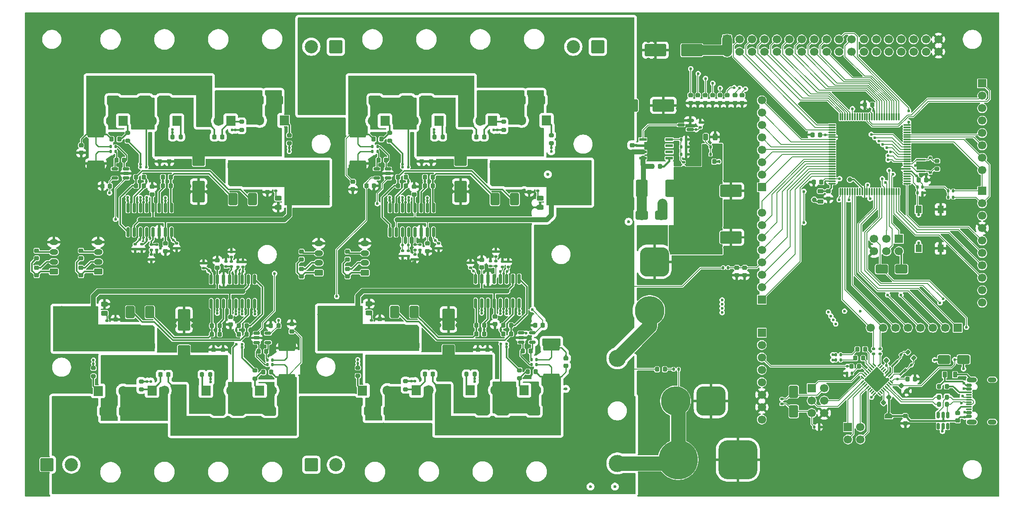
<source format=gbr>
%TF.GenerationSoftware,KiCad,Pcbnew,9.0.1*%
%TF.CreationDate,2025-04-06T02:54:57+02:00*%
%TF.ProjectId,controller_mainboard,636f6e74-726f-46c6-9c65-725f6d61696e,rev?*%
%TF.SameCoordinates,Original*%
%TF.FileFunction,Copper,L1,Top*%
%TF.FilePolarity,Positive*%
%FSLAX46Y46*%
G04 Gerber Fmt 4.6, Leading zero omitted, Abs format (unit mm)*
G04 Created by KiCad (PCBNEW 9.0.1) date 2025-04-06 02:54:57*
%MOMM*%
%LPD*%
G01*
G04 APERTURE LIST*
G04 Aperture macros list*
%AMRoundRect*
0 Rectangle with rounded corners*
0 $1 Rounding radius*
0 $2 $3 $4 $5 $6 $7 $8 $9 X,Y pos of 4 corners*
0 Add a 4 corners polygon primitive as box body*
4,1,4,$2,$3,$4,$5,$6,$7,$8,$9,$2,$3,0*
0 Add four circle primitives for the rounded corners*
1,1,$1+$1,$2,$3*
1,1,$1+$1,$4,$5*
1,1,$1+$1,$6,$7*
1,1,$1+$1,$8,$9*
0 Add four rect primitives between the rounded corners*
20,1,$1+$1,$2,$3,$4,$5,0*
20,1,$1+$1,$4,$5,$6,$7,0*
20,1,$1+$1,$6,$7,$8,$9,0*
20,1,$1+$1,$8,$9,$2,$3,0*%
%AMRotRect*
0 Rectangle, with rotation*
0 The origin of the aperture is its center*
0 $1 length*
0 $2 width*
0 $3 Rotation angle, in degrees counterclockwise*
0 Add horizontal line*
21,1,$1,$2,0,0,$3*%
%AMFreePoly0*
4,1,23,0.500000,-0.750000,0.000000,-0.750000,0.000000,-0.745722,-0.065263,-0.745722,-0.191342,-0.711940,-0.304381,-0.646677,-0.396677,-0.554381,-0.461940,-0.441342,-0.495722,-0.315263,-0.495722,-0.250000,-0.500000,-0.250000,-0.500000,0.250000,-0.495722,0.250000,-0.495722,0.315263,-0.461940,0.441342,-0.396677,0.554381,-0.304381,0.646677,-0.191342,0.711940,-0.065263,0.745722,0.000000,0.745722,
0.000000,0.750000,0.500000,0.750000,0.500000,-0.750000,0.500000,-0.750000,$1*%
%AMFreePoly1*
4,1,23,0.000000,0.745722,0.065263,0.745722,0.191342,0.711940,0.304381,0.646677,0.396677,0.554381,0.461940,0.441342,0.495722,0.315263,0.495722,0.250000,0.500000,0.250000,0.500000,-0.250000,0.495722,-0.250000,0.495722,-0.315263,0.461940,-0.441342,0.396677,-0.554381,0.304381,-0.646677,0.191342,-0.711940,0.065263,-0.745722,0.000000,-0.745722,0.000000,-0.750000,-0.500000,-0.750000,
-0.500000,0.750000,0.000000,0.750000,0.000000,0.745722,0.000000,0.745722,$1*%
G04 Aperture macros list end*
%TA.AperFunction,SMDPad,CuDef*%
%ADD10RoundRect,0.150000X-0.150000X0.512500X-0.150000X-0.512500X0.150000X-0.512500X0.150000X0.512500X0*%
%TD*%
%TA.AperFunction,SMDPad,CuDef*%
%ADD11RoundRect,0.225000X-0.335876X-0.017678X-0.017678X-0.335876X0.335876X0.017678X0.017678X0.335876X0*%
%TD*%
%TA.AperFunction,ComponentPad*%
%ADD12R,1.700000X1.700000*%
%TD*%
%TA.AperFunction,ComponentPad*%
%ADD13C,1.700000*%
%TD*%
%TA.AperFunction,SMDPad,CuDef*%
%ADD14RoundRect,0.135000X0.185000X-0.135000X0.185000X0.135000X-0.185000X0.135000X-0.185000X-0.135000X0*%
%TD*%
%TA.AperFunction,SMDPad,CuDef*%
%ADD15RoundRect,0.250000X-1.000000X-0.650000X1.000000X-0.650000X1.000000X0.650000X-1.000000X0.650000X0*%
%TD*%
%TA.AperFunction,SMDPad,CuDef*%
%ADD16RoundRect,0.225000X0.250000X-0.225000X0.250000X0.225000X-0.250000X0.225000X-0.250000X-0.225000X0*%
%TD*%
%TA.AperFunction,SMDPad,CuDef*%
%ADD17RoundRect,0.150000X-0.512500X-0.150000X0.512500X-0.150000X0.512500X0.150000X-0.512500X0.150000X0*%
%TD*%
%TA.AperFunction,SMDPad,CuDef*%
%ADD18RoundRect,0.135000X0.135000X0.185000X-0.135000X0.185000X-0.135000X-0.185000X0.135000X-0.185000X0*%
%TD*%
%TA.AperFunction,SMDPad,CuDef*%
%ADD19RoundRect,0.135000X-0.185000X0.135000X-0.185000X-0.135000X0.185000X-0.135000X0.185000X0.135000X0*%
%TD*%
%TA.AperFunction,SMDPad,CuDef*%
%ADD20RoundRect,0.225000X0.225000X0.250000X-0.225000X0.250000X-0.225000X-0.250000X0.225000X-0.250000X0*%
%TD*%
%TA.AperFunction,SMDPad,CuDef*%
%ADD21RoundRect,0.243750X-0.456250X0.243750X-0.456250X-0.243750X0.456250X-0.243750X0.456250X0.243750X0*%
%TD*%
%TA.AperFunction,SMDPad,CuDef*%
%ADD22RoundRect,0.249999X1.850001X-0.450001X1.850001X0.450001X-1.850001X0.450001X-1.850001X-0.450001X0*%
%TD*%
%TA.AperFunction,SMDPad,CuDef*%
%ADD23RoundRect,0.140000X0.170000X-0.140000X0.170000X0.140000X-0.170000X0.140000X-0.170000X-0.140000X0*%
%TD*%
%TA.AperFunction,SMDPad,CuDef*%
%ADD24RoundRect,0.135000X-0.135000X-0.185000X0.135000X-0.185000X0.135000X0.185000X-0.135000X0.185000X0*%
%TD*%
%TA.AperFunction,SMDPad,CuDef*%
%ADD25RoundRect,0.250000X-0.650000X1.000000X-0.650000X-1.000000X0.650000X-1.000000X0.650000X1.000000X0*%
%TD*%
%TA.AperFunction,SMDPad,CuDef*%
%ADD26RoundRect,0.225000X-0.250000X0.225000X-0.250000X-0.225000X0.250000X-0.225000X0.250000X0.225000X0*%
%TD*%
%TA.AperFunction,SMDPad,CuDef*%
%ADD27RoundRect,0.243750X0.456250X-0.243750X0.456250X0.243750X-0.456250X0.243750X-0.456250X-0.243750X0*%
%TD*%
%TA.AperFunction,ComponentPad*%
%ADD28C,3.500000*%
%TD*%
%TA.AperFunction,SMDPad,CuDef*%
%ADD29RoundRect,0.250000X1.000000X0.650000X-1.000000X0.650000X-1.000000X-0.650000X1.000000X-0.650000X0*%
%TD*%
%TA.AperFunction,SMDPad,CuDef*%
%ADD30RoundRect,0.250000X1.000000X-1.950000X1.000000X1.950000X-1.000000X1.950000X-1.000000X-1.950000X0*%
%TD*%
%TA.AperFunction,SMDPad,CuDef*%
%ADD31RoundRect,0.225000X-0.225000X-0.250000X0.225000X-0.250000X0.225000X0.250000X-0.225000X0.250000X0*%
%TD*%
%TA.AperFunction,ComponentPad*%
%ADD32RoundRect,0.250001X-1.099999X-1.099999X1.099999X-1.099999X1.099999X1.099999X-1.099999X1.099999X0*%
%TD*%
%TA.AperFunction,ComponentPad*%
%ADD33C,2.700000*%
%TD*%
%TA.AperFunction,SMDPad,CuDef*%
%ADD34RoundRect,0.249999X-1.850001X0.450001X-1.850001X-0.450001X1.850001X-0.450001X1.850001X0.450001X0*%
%TD*%
%TA.AperFunction,SMDPad,CuDef*%
%ADD35RoundRect,0.218750X-0.218750X-0.256250X0.218750X-0.256250X0.218750X0.256250X-0.218750X0.256250X0*%
%TD*%
%TA.AperFunction,SMDPad,CuDef*%
%ADD36RoundRect,0.250000X0.650000X-1.000000X0.650000X1.000000X-0.650000X1.000000X-0.650000X-1.000000X0*%
%TD*%
%TA.AperFunction,SMDPad,CuDef*%
%ADD37RoundRect,0.150000X-0.150000X0.825000X-0.150000X-0.825000X0.150000X-0.825000X0.150000X0.825000X0*%
%TD*%
%TA.AperFunction,SMDPad,CuDef*%
%ADD38R,1.550000X0.600000*%
%TD*%
%TA.AperFunction,ComponentPad*%
%ADD39C,0.600000*%
%TD*%
%TA.AperFunction,SMDPad,CuDef*%
%ADD40R,2.600000X3.100000*%
%TD*%
%TA.AperFunction,SMDPad,CuDef*%
%ADD41R,2.950000X4.500000*%
%TD*%
%TA.AperFunction,ComponentPad*%
%ADD42RoundRect,1.500000X-1.500000X-1.500000X1.500000X-1.500000X1.500000X1.500000X-1.500000X1.500000X0*%
%TD*%
%TA.AperFunction,ComponentPad*%
%ADD43C,6.000000*%
%TD*%
%TA.AperFunction,SMDPad,CuDef*%
%ADD44RoundRect,0.218750X0.218750X0.256250X-0.218750X0.256250X-0.218750X-0.256250X0.218750X-0.256250X0*%
%TD*%
%TA.AperFunction,SMDPad,CuDef*%
%ADD45RoundRect,0.200000X0.275000X-0.200000X0.275000X0.200000X-0.275000X0.200000X-0.275000X-0.200000X0*%
%TD*%
%TA.AperFunction,ComponentPad*%
%ADD46RoundRect,0.250000X0.625000X-0.350000X0.625000X0.350000X-0.625000X0.350000X-0.625000X-0.350000X0*%
%TD*%
%TA.AperFunction,ComponentPad*%
%ADD47O,1.750000X1.200000*%
%TD*%
%TA.AperFunction,SMDPad,CuDef*%
%ADD48RoundRect,0.218750X0.381250X-0.218750X0.381250X0.218750X-0.381250X0.218750X-0.381250X-0.218750X0*%
%TD*%
%TA.AperFunction,ComponentPad*%
%ADD49RoundRect,0.250001X1.099999X1.099999X-1.099999X1.099999X-1.099999X-1.099999X1.099999X-1.099999X0*%
%TD*%
%TA.AperFunction,SMDPad,CuDef*%
%ADD50RoundRect,0.150000X0.587500X0.150000X-0.587500X0.150000X-0.587500X-0.150000X0.587500X-0.150000X0*%
%TD*%
%TA.AperFunction,SMDPad,CuDef*%
%ADD51RoundRect,0.243750X0.243750X0.456250X-0.243750X0.456250X-0.243750X-0.456250X0.243750X-0.456250X0*%
%TD*%
%TA.AperFunction,SMDPad,CuDef*%
%ADD52RoundRect,0.200000X-0.275000X0.200000X-0.275000X-0.200000X0.275000X-0.200000X0.275000X0.200000X0*%
%TD*%
%TA.AperFunction,SMDPad,CuDef*%
%ADD53FreePoly0,90.000000*%
%TD*%
%TA.AperFunction,SMDPad,CuDef*%
%ADD54FreePoly1,90.000000*%
%TD*%
%TA.AperFunction,SMDPad,CuDef*%
%ADD55RoundRect,0.250000X1.425000X-0.362500X1.425000X0.362500X-1.425000X0.362500X-1.425000X-0.362500X0*%
%TD*%
%TA.AperFunction,SMDPad,CuDef*%
%ADD56RoundRect,0.250000X-1.950000X-1.000000X1.950000X-1.000000X1.950000X1.000000X-1.950000X1.000000X0*%
%TD*%
%TA.AperFunction,SMDPad,CuDef*%
%ADD57R,1.900000X0.400000*%
%TD*%
%TA.AperFunction,SMDPad,CuDef*%
%ADD58RoundRect,0.062500X0.220971X0.309359X-0.309359X-0.220971X-0.220971X-0.309359X0.309359X0.220971X0*%
%TD*%
%TA.AperFunction,SMDPad,CuDef*%
%ADD59RoundRect,0.062500X-0.220971X0.309359X-0.309359X0.220971X0.220971X-0.309359X0.309359X-0.220971X0*%
%TD*%
%TA.AperFunction,HeatsinkPad*%
%ADD60RotRect,3.100000X3.100000X225.000000*%
%TD*%
%TA.AperFunction,SMDPad,CuDef*%
%ADD61RoundRect,0.200000X0.200000X0.275000X-0.200000X0.275000X-0.200000X-0.275000X0.200000X-0.275000X0*%
%TD*%
%TA.AperFunction,SMDPad,CuDef*%
%ADD62RoundRect,0.250000X1.950000X1.000000X-1.950000X1.000000X-1.950000X-1.000000X1.950000X-1.000000X0*%
%TD*%
%TA.AperFunction,ComponentPad*%
%ADD63RoundRect,1.500000X1.500000X1.500000X-1.500000X1.500000X-1.500000X-1.500000X1.500000X-1.500000X0*%
%TD*%
%TA.AperFunction,SMDPad,CuDef*%
%ADD64RoundRect,0.075000X0.075000X-0.662500X0.075000X0.662500X-0.075000X0.662500X-0.075000X-0.662500X0*%
%TD*%
%TA.AperFunction,SMDPad,CuDef*%
%ADD65RoundRect,0.075000X0.662500X-0.075000X0.662500X0.075000X-0.662500X0.075000X-0.662500X-0.075000X0*%
%TD*%
%TA.AperFunction,SMDPad,CuDef*%
%ADD66RoundRect,0.150000X0.150000X-0.825000X0.150000X0.825000X-0.150000X0.825000X-0.150000X-0.825000X0*%
%TD*%
%TA.AperFunction,SMDPad,CuDef*%
%ADD67RoundRect,0.225000X0.017678X-0.335876X0.335876X-0.017678X-0.017678X0.335876X-0.335876X0.017678X0*%
%TD*%
%TA.AperFunction,SMDPad,CuDef*%
%ADD68RoundRect,0.250000X-1.000000X1.950000X-1.000000X-1.950000X1.000000X-1.950000X1.000000X1.950000X0*%
%TD*%
%TA.AperFunction,ComponentPad*%
%ADD69RoundRect,2.000000X2.000000X2.000000X-2.000000X2.000000X-2.000000X-2.000000X2.000000X-2.000000X0*%
%TD*%
%TA.AperFunction,ComponentPad*%
%ADD70C,8.000000*%
%TD*%
%TA.AperFunction,SMDPad,CuDef*%
%ADD71RoundRect,0.200000X-0.200000X-0.275000X0.200000X-0.275000X0.200000X0.275000X-0.200000X0.275000X0*%
%TD*%
%TA.AperFunction,SMDPad,CuDef*%
%ADD72RotRect,0.400000X1.900000X135.000000*%
%TD*%
%TA.AperFunction,SMDPad,CuDef*%
%ADD73RoundRect,0.140000X-0.170000X0.140000X-0.170000X-0.140000X0.170000X-0.140000X0.170000X0.140000X0*%
%TD*%
%TA.AperFunction,SMDPad,CuDef*%
%ADD74R,1.300000X1.550000*%
%TD*%
%TA.AperFunction,SMDPad,CuDef*%
%ADD75RoundRect,0.150000X0.512500X0.150000X-0.512500X0.150000X-0.512500X-0.150000X0.512500X-0.150000X0*%
%TD*%
%TA.AperFunction,SMDPad,CuDef*%
%ADD76RoundRect,0.150000X0.425000X-0.150000X0.425000X0.150000X-0.425000X0.150000X-0.425000X-0.150000X0*%
%TD*%
%TA.AperFunction,SMDPad,CuDef*%
%ADD77RoundRect,0.075000X0.500000X-0.075000X0.500000X0.075000X-0.500000X0.075000X-0.500000X-0.075000X0*%
%TD*%
%TA.AperFunction,HeatsinkPad*%
%ADD78O,2.100000X1.000000*%
%TD*%
%TA.AperFunction,HeatsinkPad*%
%ADD79O,1.800000X1.000000*%
%TD*%
%TA.AperFunction,SMDPad,CuDef*%
%ADD80RoundRect,0.140000X0.140000X0.170000X-0.140000X0.170000X-0.140000X-0.170000X0.140000X-0.170000X0*%
%TD*%
%TA.AperFunction,SMDPad,CuDef*%
%ADD81RoundRect,0.250000X-0.925000X-1.500000X0.925000X-1.500000X0.925000X1.500000X-0.925000X1.500000X0*%
%TD*%
%TA.AperFunction,SMDPad,CuDef*%
%ADD82RoundRect,0.140000X-0.219203X-0.021213X-0.021213X-0.219203X0.219203X0.021213X0.021213X0.219203X0*%
%TD*%
%TA.AperFunction,SMDPad,CuDef*%
%ADD83RoundRect,0.250000X-1.425000X0.362500X-1.425000X-0.362500X1.425000X-0.362500X1.425000X0.362500X0*%
%TD*%
%TA.AperFunction,SMDPad,CuDef*%
%ADD84RoundRect,0.200000X-0.335876X-0.053033X-0.053033X-0.335876X0.335876X0.053033X0.053033X0.335876X0*%
%TD*%
%TA.AperFunction,SMDPad,CuDef*%
%ADD85RoundRect,0.140000X0.219203X0.021213X0.021213X0.219203X-0.219203X-0.021213X-0.021213X-0.219203X0*%
%TD*%
%TA.AperFunction,SMDPad,CuDef*%
%ADD86RoundRect,0.218750X0.218750X0.381250X-0.218750X0.381250X-0.218750X-0.381250X0.218750X-0.381250X0*%
%TD*%
%TA.AperFunction,ComponentPad*%
%ADD87R,1.905000X2.000000*%
%TD*%
%TA.AperFunction,ComponentPad*%
%ADD88O,1.905000X2.000000*%
%TD*%
%TA.AperFunction,ViaPad*%
%ADD89C,1.000000*%
%TD*%
%TA.AperFunction,ViaPad*%
%ADD90C,0.600000*%
%TD*%
%TA.AperFunction,Conductor*%
%ADD91C,0.200000*%
%TD*%
%TA.AperFunction,Conductor*%
%ADD92C,0.350000*%
%TD*%
%TA.AperFunction,Conductor*%
%ADD93C,0.400000*%
%TD*%
%TA.AperFunction,Conductor*%
%ADD94C,0.220000*%
%TD*%
%TA.AperFunction,Conductor*%
%ADD95C,2.000000*%
%TD*%
%TA.AperFunction,Conductor*%
%ADD96C,1.000000*%
%TD*%
%TA.AperFunction,Conductor*%
%ADD97C,3.000000*%
%TD*%
G04 APERTURE END LIST*
D10*
%TO.P,U12,1,I/O1*%
%TO.N,/USB_DATA_P*%
X242950000Y-142862500D03*
%TO.P,U12,2,GND*%
%TO.N,/USB_GND*%
X242000000Y-142862500D03*
%TO.P,U12,3,I/O2*%
%TO.N,/USB_DATA_N*%
X241050000Y-142862500D03*
%TO.P,U12,4,I/O3*%
%TO.N,unconnected-(U12-I{slash}O3-Pad4)*%
X241050000Y-145137500D03*
%TO.P,U12,5,VBUS*%
%TO.N,/USB_VBUS*%
X242000000Y-145137500D03*
%TO.P,U12,6,I/O4*%
%TO.N,unconnected-(U12-I{slash}O4-Pad6)*%
X242950000Y-145137500D03*
%TD*%
D11*
%TO.P,C11,1*%
%TO.N,/USB_VBUS*%
X233451992Y-136851992D03*
%TO.P,C11,2*%
%TO.N,GND*%
X234548008Y-137948008D03*
%TD*%
D12*
%TO.P,J6,1,Pin_1*%
%TO.N,/ADC8*%
X205000000Y-96240000D03*
D13*
%TO.P,J6,2,Pin_2*%
%TO.N,/ADC9*%
X205000000Y-93700000D03*
%TO.P,J6,3,Pin_3*%
%TO.N,/ADC10*%
X205000000Y-91160000D03*
%TO.P,J6,4,Pin_4*%
%TO.N,/ADC11*%
X205000000Y-88620000D03*
%TO.P,J6,5,Pin_5*%
%TO.N,/ADC12*%
X205000000Y-86080000D03*
%TO.P,J6,6,Pin_6*%
%TO.N,/ADC13*%
X205000000Y-83540000D03*
%TO.P,J6,7,Pin_7*%
%TO.N,/ADC14*%
X205000000Y-81000000D03*
%TO.P,J6,8,Pin_8*%
%TO.N,/ADC15*%
X205000000Y-78460000D03*
%TD*%
D14*
%TO.P,R17,1*%
%TO.N,/ATmega16u2/~{RESET}*%
X209100000Y-140610000D03*
%TO.P,R17,2*%
%TO.N,+5V*%
X209100000Y-139590000D03*
%TD*%
D15*
%TO.P,D21,1,K*%
%TO.N,/Motor driver 2/MOT_SIDE_B*%
X104500000Y-142070000D03*
%TO.P,D21,2,A*%
%TO.N,Net-(D19-A)*%
X108500000Y-142070000D03*
%TD*%
D12*
%TO.P,J16,1,Pin_1*%
%TO.N,/D50*%
X233000000Y-106800000D03*
D13*
%TO.P,J16,2,Pin_2*%
%TO.N,+5V*%
X233000000Y-109340000D03*
%TO.P,J16,3,Pin_3*%
%TO.N,/D52*%
X230460000Y-106800000D03*
%TO.P,J16,4,Pin_4*%
%TO.N,/D51*%
X230460000Y-109340000D03*
%TO.P,J16,5,Pin_5*%
%TO.N,/~{mega2560_reset}*%
X227920000Y-106800000D03*
%TO.P,J16,6,Pin_6*%
%TO.N,GND*%
X227920000Y-109340000D03*
%TD*%
D16*
%TO.P,C82,1*%
%TO.N,GND*%
X234300000Y-144575000D03*
%TO.P,C82,2*%
%TO.N,/USB_GND*%
X234300000Y-143025000D03*
%TD*%
D17*
%TO.P,U7,1*%
%TO.N,/ADC5*%
X101862500Y-126120000D03*
%TO.P,U7,2,GND*%
%TO.N,GND*%
X101862500Y-127070000D03*
%TO.P,U7,3,+*%
%TO.N,Net-(U7-+)*%
X101862500Y-128020000D03*
%TO.P,U7,4,-*%
%TO.N,Net-(U7--)*%
X104137500Y-128020000D03*
%TO.P,U7,5,V+*%
%TO.N,+5V*%
X104137500Y-126120000D03*
%TD*%
D18*
%TO.P,R29,1*%
%TO.N,GND*%
X189510000Y-86500000D03*
%TO.P,R29,2*%
%TO.N,/5V_3A_buck_converter/BUCK_VREF*%
X188490000Y-86500000D03*
%TD*%
D12*
%TO.P,J19,1,Pin_1*%
%TO.N,/ATmega16u2/MISO*%
X215200000Y-137375000D03*
D13*
%TO.P,J19,2,Pin_2*%
%TO.N,+5V*%
X217740000Y-137375000D03*
%TO.P,J19,3,Pin_3*%
%TO.N,/ATmega16u2/SCK*%
X215200000Y-139915000D03*
%TO.P,J19,4,Pin_4*%
%TO.N,/ATmega16u2/MOSI*%
X217740000Y-139915000D03*
%TO.P,J19,5,Pin_5*%
%TO.N,/ATmega16u2/~{RESET}*%
X215200000Y-142455000D03*
%TO.P,J19,6,Pin_6*%
%TO.N,GND*%
X217740000Y-142455000D03*
%TD*%
D19*
%TO.P,R30,1*%
%TO.N,GND*%
X91000000Y-111760000D03*
%TO.P,R30,2*%
%TO.N,/MOT_DRV_DISABLE*%
X91000000Y-112780000D03*
%TD*%
D20*
%TO.P,C53,1*%
%TO.N,Net-(D23-K)*%
X84275000Y-94179999D03*
%TO.P,C53,2*%
%TO.N,/Motor driver 3/MOT_SIDE_A*%
X82725000Y-94179999D03*
%TD*%
D21*
%TO.P,D17,1,K*%
%TO.N,GND*%
X70750000Y-120132500D03*
%TO.P,D17,2,A*%
%TO.N,Net-(D17-A)*%
X70750000Y-122007500D03*
%TD*%
D19*
%TO.P,R33,1*%
%TO.N,GND*%
X95600000Y-111460000D03*
%TO.P,R33,2*%
%TO.N,Net-(U6-DEL)*%
X95600000Y-112480000D03*
%TD*%
D22*
%TO.P,L3,1,1*%
%TO.N,Net-(D10-K)*%
X127000000Y-132350000D03*
%TO.P,L3,2,2*%
%TO.N,Net-(D7-A)*%
X127000000Y-128650000D03*
%TD*%
D23*
%TO.P,C1,1*%
%TO.N,GND*%
X239400000Y-91180000D03*
%TO.P,C1,2*%
%TO.N,Net-(U1-XTAL1)*%
X239400000Y-90220000D03*
%TD*%
D24*
%TO.P,R15,1*%
%TO.N,+5V*%
X220090000Y-130500000D03*
%TO.P,R15,2*%
%TO.N,Net-(D4-A)*%
X221110000Y-130500000D03*
%TD*%
D25*
%TO.P,D8,1,K*%
%TO.N,Net-(D8-K)*%
X134000000Y-121750000D03*
%TO.P,D8,2,A*%
%TO.N,Net-(D7-A)*%
X134000000Y-125750000D03*
%TD*%
D26*
%TO.P,C47,1*%
%TO.N,GND*%
X109000000Y-124225000D03*
%TO.P,C47,2*%
%TO.N,Net-(D19-A)*%
X109000000Y-125775000D03*
%TD*%
D27*
%TO.P,D31,1,K*%
%TO.N,GND*%
X159749999Y-100367500D03*
%TO.P,D31,2,A*%
%TO.N,Net-(D31-A)*%
X159749999Y-98492500D03*
%TD*%
D28*
%TO.P,F2,1*%
%TO.N,+BATT*%
X116000000Y-143750000D03*
%TO.P,F2,2*%
%TO.N,Net-(D7-A)*%
X116000000Y-122250000D03*
%TD*%
%TO.P,F4,1*%
%TO.N,+BATT*%
X115000000Y-76680000D03*
%TO.P,F4,2*%
%TO.N,Net-(D22-A)*%
X115000000Y-98180000D03*
%TD*%
D29*
%TO.P,D34,1,K*%
%TO.N,Net-(D32-K)*%
X136500000Y-78430000D03*
%TO.P,D34,2,A*%
%TO.N,/Motor driver 4/MOT_SIDE_B*%
X132500000Y-78430000D03*
%TD*%
D19*
%TO.P,R82,1*%
%TO.N,GND*%
X152000000Y-111490000D03*
%TO.P,R82,2*%
%TO.N,/D8*%
X152000000Y-112510000D03*
%TD*%
D14*
%TO.P,R85,1*%
%TO.N,GND*%
X132800000Y-110310000D03*
%TO.P,R85,2*%
%TO.N,/D3*%
X132800000Y-109290000D03*
%TD*%
D30*
%TO.P,C46,1*%
%TO.N,Net-(D18-K)*%
X87000000Y-130770000D03*
%TO.P,C46,2*%
%TO.N,GND*%
X87000000Y-123370000D03*
%TD*%
D20*
%TO.P,C65,1*%
%TO.N,Net-(D30-K)*%
X137775000Y-95929999D03*
%TO.P,C65,2*%
%TO.N,/Motor driver 4/MOT_SIDE_A*%
X136225000Y-95929999D03*
%TD*%
D31*
%TO.P,C20,1*%
%TO.N,Net-(D8-K)*%
X146725000Y-124500000D03*
%TO.P,C20,2*%
%TO.N,/Motor driver 1/MOT_SIDE_A*%
X148275000Y-124500000D03*
%TD*%
D32*
%TO.P,J12,1,Pin_1*%
%TO.N,/Motor driver 2/MOT_SIDE_A*%
X59000000Y-153000000D03*
D33*
%TO.P,J12,2,Pin_2*%
%TO.N,/Motor driver 2/MOT_SIDE_B*%
X64000000Y-153000000D03*
%TD*%
D19*
%TO.P,R20,1*%
%TO.N,GND*%
X150700000Y-109390000D03*
%TO.P,R20,2*%
%TO.N,Net-(R19-Pad1)*%
X150700000Y-110410000D03*
%TD*%
D29*
%TO.P,D33,1,K*%
%TO.N,/Motor driver 4/MOT_SIDE_A*%
X148500001Y-78430000D03*
%TO.P,D33,2,A*%
%TO.N,Net-(D33-A)*%
X144500001Y-78430000D03*
%TD*%
D18*
%TO.P,R28,1*%
%TO.N,GND*%
X189510000Y-88000000D03*
%TO.P,R28,2*%
%TO.N,/5V_3A_buck_converter/BUCK_VREF*%
X188490000Y-88000000D03*
%TD*%
D26*
%TO.P,C56,1*%
%TO.N,Net-(D25-K)*%
X84000000Y-89429999D03*
%TO.P,C56,2*%
%TO.N,GND*%
X84000000Y-90979999D03*
%TD*%
D31*
%TO.P,C85,1*%
%TO.N,Net-(D26-A)*%
X93225000Y-85929999D03*
%TO.P,C85,2*%
%TO.N,/Motor driver 3/LO_GATE_A*%
X94775000Y-85929999D03*
%TD*%
D34*
%TO.P,L2,1,1*%
%TO.N,Net-(D7-A)*%
X133000000Y-128650000D03*
%TO.P,L2,2,2*%
%TO.N,Net-(D10-K)*%
X133000000Y-132350000D03*
%TD*%
D14*
%TO.P,R47,1*%
%TO.N,Net-(R47-Pad1)*%
X134200000Y-109039999D03*
%TO.P,R47,2*%
%TO.N,Net-(U10-DEL)*%
X134200000Y-108019999D03*
%TD*%
D20*
%TO.P,C52,1*%
%TO.N,Net-(D23-K)*%
X84275000Y-95929999D03*
%TO.P,C52,2*%
%TO.N,/Motor driver 3/MOT_SIDE_A*%
X82725000Y-95929999D03*
%TD*%
D14*
%TO.P,R46,1*%
%TO.N,GND*%
X139000000Y-108740000D03*
%TO.P,R46,2*%
%TO.N,/MOT_DRV_DISABLE*%
X139000000Y-107720000D03*
%TD*%
D31*
%TO.P,C14,1*%
%TO.N,+5V*%
X234725000Y-135500000D03*
%TO.P,C14,2*%
%TO.N,GND*%
X236275000Y-135500000D03*
%TD*%
D15*
%TO.P,D18,1,K*%
%TO.N,Net-(D18-K)*%
X71000000Y-142070000D03*
%TO.P,D18,2,A*%
%TO.N,/Motor driver 2/MOT_SIDE_A*%
X75000000Y-142070000D03*
%TD*%
D14*
%TO.P,R88,1*%
%TO.N,GND*%
X77000000Y-108939999D03*
%TO.P,R88,2*%
%TO.N,/D7*%
X77000000Y-107919999D03*
%TD*%
D26*
%TO.P,R60,1*%
%TO.N,/D23*%
X56900000Y-112725000D03*
%TO.P,R60,2*%
%TO.N,+5V*%
X56900000Y-114275000D03*
%TD*%
D20*
%TO.P,C45,1*%
%TO.N,Net-(U7--)*%
X103775000Y-129820000D03*
%TO.P,C45,2*%
%TO.N,Net-(U7-+)*%
X102225000Y-129820000D03*
%TD*%
D35*
%TO.P,D1,1,K*%
%TO.N,+BATT*%
X183612500Y-133500000D03*
%TO.P,D1,2,A*%
%TO.N,Net-(D1-A)*%
X185187500Y-133500000D03*
%TD*%
D14*
%TO.P,R34,1*%
%TO.N,Net-(D15-A)*%
X71250000Y-124580000D03*
%TO.P,R34,2*%
%TO.N,Net-(D17-A)*%
X71250000Y-123560000D03*
%TD*%
D28*
%TO.P,F1,1*%
%TO.N,Net-(J25-Pin_2)*%
X175500000Y-131250000D03*
%TO.P,F1,2*%
%TO.N,Net-(J1-Pin_2)*%
X175500000Y-152750000D03*
%TD*%
D31*
%TO.P,C5,1*%
%TO.N,+5V*%
X237025000Y-94800000D03*
%TO.P,C5,2*%
%TO.N,GND*%
X238575000Y-94800000D03*
%TD*%
D16*
%TO.P,C78,1*%
%TO.N,GND*%
X194944146Y-79000000D03*
%TO.P,C78,2*%
%TO.N,/D25*%
X194944146Y-77450000D03*
%TD*%
D36*
%TO.P,D22,1,K*%
%TO.N,Net-(D22-K)*%
X100999999Y-98680000D03*
%TO.P,D22,2,A*%
%TO.N,Net-(D22-A)*%
X100999999Y-94680000D03*
%TD*%
D19*
%TO.P,R50,1*%
%TO.N,Net-(D29-A)*%
X159249999Y-95920000D03*
%TO.P,R50,2*%
%TO.N,Net-(D31-A)*%
X159249999Y-96940000D03*
%TD*%
D37*
%TO.P,U6,1,BHB*%
%TO.N,Net-(D15-K)*%
X101445000Y-115095000D03*
%TO.P,U6,2,BHI*%
%TO.N,Net-(D15-A)*%
X100175000Y-115095000D03*
%TO.P,U6,3,BLI*%
%TO.N,/D4*%
X98905000Y-115095000D03*
%TO.P,U6,4,ALI*%
%TO.N,/D5*%
X97635000Y-115095000D03*
%TO.P,U6,5,DEL*%
%TO.N,Net-(U6-DEL)*%
X96365000Y-115095000D03*
%TO.P,U6,6,VSS*%
%TO.N,GND*%
X95095000Y-115095000D03*
%TO.P,U6,7,AHI*%
%TO.N,Net-(D15-A)*%
X93825000Y-115095000D03*
%TO.P,U6,8,DIS*%
%TO.N,/MOT_DRV_DISABLE*%
X92555000Y-115095000D03*
%TO.P,U6,9,AHB*%
%TO.N,Net-(D16-K)*%
X92555000Y-120045000D03*
%TO.P,U6,10,AHO*%
%TO.N,Net-(U6-AHO)*%
X93825000Y-120045000D03*
%TO.P,U6,11,AHS*%
%TO.N,/Motor driver 2/MOT_SIDE_A*%
X95095000Y-120045000D03*
%TO.P,U6,12,VDD*%
%TO.N,Net-(D15-A)*%
X96365000Y-120045000D03*
%TO.P,U6,13,ALO*%
%TO.N,Net-(U6-ALO)*%
X97635000Y-120045000D03*
%TO.P,U6,14,BLO*%
%TO.N,Net-(U6-BLO)*%
X98905000Y-120045000D03*
%TO.P,U6,15,BHS*%
%TO.N,/Motor driver 2/MOT_SIDE_B*%
X100175000Y-120045000D03*
%TO.P,U6,16,BHO*%
%TO.N,Net-(U6-BHO)*%
X101445000Y-120045000D03*
%TD*%
D20*
%TO.P,C66,1*%
%TO.N,Net-(D30-K)*%
X137775000Y-94179999D03*
%TO.P,C66,2*%
%TO.N,/Motor driver 4/MOT_SIDE_A*%
X136225000Y-94179999D03*
%TD*%
D24*
%TO.P,R10,1*%
%TO.N,/~{mega2560_reset}*%
X236790000Y-96200000D03*
%TO.P,R10,2*%
%TO.N,+5V*%
X237810000Y-96200000D03*
%TD*%
D18*
%TO.P,R27,1*%
%TO.N,GND*%
X189510000Y-89500000D03*
%TO.P,R27,2*%
%TO.N,/5V_3A_buck_converter/BUCK_VREF*%
X188490000Y-89500000D03*
%TD*%
D38*
%TO.P,U5,1,BOOT*%
%TO.N,Net-(U5-BOOT)*%
X186100000Y-90305000D03*
%TO.P,U5,2,NC*%
%TO.N,unconnected-(U5-NC-Pad2)*%
X186100000Y-89035000D03*
%TO.P,U5,3,NC*%
%TO.N,unconnected-(U5-NC-Pad3)*%
X186100000Y-87765000D03*
%TO.P,U5,4,VSENSE*%
%TO.N,/5V_3A_buck_converter/BUCK_VREF*%
X186100000Y-86495000D03*
%TO.P,U5,5,EN*%
%TO.N,/5V_3A_buck_converter/BUCK_EN*%
X180700000Y-86495000D03*
%TO.P,U5,6,GND*%
%TO.N,GND*%
X180700000Y-87765000D03*
%TO.P,U5,7,VIN*%
%TO.N,+BATT*%
X180700000Y-89035000D03*
%TO.P,U5,8,PH*%
%TO.N,Net-(D14-K)*%
X180700000Y-90305000D03*
D39*
%TO.P,U5,9,GNDPAD*%
%TO.N,GND*%
X184000000Y-90200000D03*
X184000000Y-89000000D03*
X184000000Y-87700000D03*
X184000000Y-86600000D03*
D40*
X183400000Y-88400000D03*
D41*
X183400000Y-88400000D03*
D39*
X182800000Y-90200000D03*
X182800000Y-89000000D03*
X182800000Y-87700000D03*
X182800000Y-86600000D03*
%TD*%
D26*
%TO.P,R56,1*%
%TO.N,/D27*%
X111000000Y-112950000D03*
%TO.P,R56,2*%
%TO.N,+5V*%
X111000000Y-114500000D03*
%TD*%
D24*
%TO.P,R24,1*%
%TO.N,Net-(U4--)*%
X157990000Y-131500000D03*
%TO.P,R24,2*%
%TO.N,GND*%
X159010000Y-131500000D03*
%TD*%
D31*
%TO.P,C42,1*%
%TO.N,GND*%
X104725000Y-124570000D03*
%TO.P,C42,2*%
%TO.N,+5V*%
X106275000Y-124570000D03*
%TD*%
D42*
%TO.P,J25,1,Pin_1*%
%TO.N,+BATT*%
X174900000Y-121500000D03*
D43*
%TO.P,J25,2,Pin_2*%
%TO.N,Net-(J25-Pin_2)*%
X182100000Y-121500000D03*
%TD*%
D44*
%TO.P,D5,1,K*%
%TO.N,Net-(D5-K)*%
X225687500Y-131200000D03*
%TO.P,D5,2,A*%
%TO.N,Net-(D5-A)*%
X224112500Y-131200000D03*
%TD*%
D26*
%TO.P,R54,1*%
%TO.N,/D29*%
X120412500Y-112950000D03*
%TO.P,R54,2*%
%TO.N,+5V*%
X120412500Y-114500000D03*
%TD*%
D45*
%TO.P,R76,1*%
%TO.N,/Motor driver 1/LO_GATE_B*%
X155500000Y-135325000D03*
%TO.P,R76,2*%
%TO.N,Net-(U3-BLO)*%
X155500000Y-133675000D03*
%TD*%
D31*
%TO.P,C89,1*%
%TO.N,Net-(D26-A)*%
X72225000Y-86429999D03*
%TO.P,C89,2*%
%TO.N,/Motor driver 3/LO_GATE_B*%
X73775000Y-86429999D03*
%TD*%
D20*
%TO.P,C3,1*%
%TO.N,/AREF*%
X217175000Y-95200000D03*
%TO.P,C3,2*%
%TO.N,GND*%
X215625000Y-95200000D03*
%TD*%
D46*
%TO.P,J22,1,Pin_1*%
%TO.N,+5V*%
X69450000Y-113500000D03*
D47*
%TO.P,J22,2,Pin_2*%
%TO.N,/D25*%
X69450000Y-111500000D03*
%TO.P,J22,3,Pin_3*%
%TO.N,/D24*%
X69450000Y-109500000D03*
%TO.P,J22,4,Pin_4*%
%TO.N,GND*%
X69450000Y-107500000D03*
%TD*%
D18*
%TO.P,R44,1*%
%TO.N,Net-(U9--)*%
X73010000Y-88929999D03*
%TO.P,R44,2*%
%TO.N,GND*%
X71990000Y-88929999D03*
%TD*%
D19*
%TO.P,R31,1*%
%TO.N,Net-(R31-Pad1)*%
X96700000Y-111460000D03*
%TO.P,R31,2*%
%TO.N,Net-(U6-DEL)*%
X96700000Y-112480000D03*
%TD*%
D12*
%TO.P,J5,1,Pin_1*%
%TO.N,/ADC0*%
X205000000Y-119240000D03*
D13*
%TO.P,J5,2,Pin_2*%
%TO.N,/ADC1*%
X205000000Y-116700000D03*
%TO.P,J5,3,Pin_3*%
%TO.N,/ADC2*%
X205000000Y-114160000D03*
%TO.P,J5,4,Pin_4*%
%TO.N,/ADC3*%
X205000000Y-111620000D03*
%TO.P,J5,5,Pin_5*%
%TO.N,/ADC4*%
X205000000Y-109080000D03*
%TO.P,J5,6,Pin_6*%
%TO.N,/ADC5*%
X205000000Y-106540000D03*
%TO.P,J5,7,Pin_7*%
%TO.N,/ADC6*%
X205000000Y-104000000D03*
%TO.P,J5,8,Pin_8*%
%TO.N,/ADC7*%
X205000000Y-101460000D03*
%TD*%
D20*
%TO.P,C83,1*%
%TO.N,Net-(D11-A)*%
X137775000Y-134500000D03*
%TO.P,C83,2*%
%TO.N,/Motor driver 1/LO_GATE_A*%
X136225000Y-134500000D03*
%TD*%
D17*
%TO.P,U4,1*%
%TO.N,/ADC4*%
X155862500Y-126050000D03*
%TO.P,U4,2,GND*%
%TO.N,GND*%
X155862500Y-127000000D03*
%TO.P,U4,3,+*%
%TO.N,Net-(U4-+)*%
X155862500Y-127950000D03*
%TO.P,U4,4,-*%
%TO.N,Net-(U4--)*%
X158137500Y-127950000D03*
%TO.P,U4,5,V+*%
%TO.N,+5V*%
X158137500Y-126050000D03*
%TD*%
D48*
%TO.P,L1,1,1*%
%TO.N,+5V*%
X217000000Y-99162500D03*
%TO.P,L1,2,2*%
%TO.N,Net-(U1-AVCC)*%
X217000000Y-97037500D03*
%TD*%
D14*
%TO.P,R39,1*%
%TO.N,Net-(R39-Pad1)*%
X80300000Y-109039999D03*
%TO.P,R39,2*%
%TO.N,Net-(U8-DEL)*%
X80300000Y-108019999D03*
%TD*%
%TO.P,R49,1*%
%TO.N,GND*%
X135200000Y-109040000D03*
%TO.P,R49,2*%
%TO.N,Net-(U10-DEL)*%
X135200000Y-108020000D03*
%TD*%
D20*
%TO.P,C6,1*%
%TO.N,+5V*%
X216875000Y-85500000D03*
%TO.P,C6,2*%
%TO.N,GND*%
X215325000Y-85500000D03*
%TD*%
D37*
%TO.P,U3,1,BHB*%
%TO.N,Net-(D7-K)*%
X155445000Y-115025000D03*
%TO.P,U3,2,BHI*%
%TO.N,Net-(D7-A)*%
X154175000Y-115025000D03*
%TO.P,U3,3,BLI*%
%TO.N,/D9*%
X152905000Y-115025000D03*
%TO.P,U3,4,ALI*%
%TO.N,/D8*%
X151635000Y-115025000D03*
%TO.P,U3,5,DEL*%
%TO.N,Net-(U3-DEL)*%
X150365000Y-115025000D03*
%TO.P,U3,6,VSS*%
%TO.N,GND*%
X149095000Y-115025000D03*
%TO.P,U3,7,AHI*%
%TO.N,Net-(D7-A)*%
X147825000Y-115025000D03*
%TO.P,U3,8,DIS*%
%TO.N,/MOT_DRV_DISABLE*%
X146555000Y-115025000D03*
%TO.P,U3,9,AHB*%
%TO.N,Net-(D8-K)*%
X146555000Y-119975000D03*
%TO.P,U3,10,AHO*%
%TO.N,Net-(U3-AHO)*%
X147825000Y-119975000D03*
%TO.P,U3,11,AHS*%
%TO.N,/Motor driver 1/MOT_SIDE_A*%
X149095000Y-119975000D03*
%TO.P,U3,12,VDD*%
%TO.N,Net-(D7-A)*%
X150365000Y-119975000D03*
%TO.P,U3,13,ALO*%
%TO.N,Net-(U3-ALO)*%
X151635000Y-119975000D03*
%TO.P,U3,14,BLO*%
%TO.N,Net-(U3-BLO)*%
X152905000Y-119975000D03*
%TO.P,U3,15,BHS*%
%TO.N,/Motor driver 1/MOT_SIDE_B*%
X154175000Y-119975000D03*
%TO.P,U3,16,BHO*%
%TO.N,Net-(U3-BHO)*%
X155445000Y-119975000D03*
%TD*%
D19*
%TO.P,R14,1*%
%TO.N,/D0*%
X227800000Y-129310000D03*
%TO.P,R14,2*%
%TO.N,Net-(U2-PD3)*%
X227800000Y-130330000D03*
%TD*%
D14*
%TO.P,R48,1*%
%TO.N,GND*%
X134200000Y-111039999D03*
%TO.P,R48,2*%
%TO.N,Net-(R47-Pad1)*%
X134200000Y-110019999D03*
%TD*%
D16*
%TO.P,C24,1*%
%TO.N,Net-(D10-K)*%
X147000000Y-131000000D03*
%TO.P,C24,2*%
%TO.N,GND*%
X147000000Y-129450000D03*
%TD*%
D45*
%TO.P,R66,1*%
%TO.N,Net-(U8-AHO)*%
X108500000Y-87255000D03*
%TO.P,R66,2*%
%TO.N,/Motor driver 3/HI_GATE_A*%
X108500000Y-85605000D03*
%TD*%
D49*
%TO.P,J13,1,Pin_1*%
%TO.N,/Motor driver 3/MOT_SIDE_A*%
X118000000Y-67500000D03*
D33*
%TO.P,J13,2,Pin_2*%
%TO.N,/Motor driver 3/MOT_SIDE_B*%
X113000000Y-67500000D03*
%TD*%
D20*
%TO.P,C68,1*%
%TO.N,GND*%
X125775000Y-95929999D03*
%TO.P,C68,2*%
%TO.N,+5V*%
X124225000Y-95929999D03*
%TD*%
D50*
%TO.P,Q1,1,G*%
%TO.N,/USB_VBUS*%
X190375000Y-84450000D03*
%TO.P,Q1,2,S*%
%TO.N,GND*%
X190375000Y-82550000D03*
%TO.P,Q1,3,D*%
%TO.N,/5V_3A_buck_converter/BUCK_EN*%
X188500000Y-83500000D03*
%TD*%
D26*
%TO.P,R57,1*%
%TO.N,/D26*%
X111000000Y-109450000D03*
%TO.P,R57,2*%
%TO.N,+5V*%
X111000000Y-111000000D03*
%TD*%
D31*
%TO.P,C90,1*%
%TO.N,Net-(D33-A)*%
X125725000Y-86429999D03*
%TO.P,C90,2*%
%TO.N,/Motor driver 4/LO_GATE_B*%
X127275000Y-86429999D03*
%TD*%
D51*
%TO.P,D36,1,K*%
%TO.N,GND*%
X195437500Y-86000000D03*
%TO.P,D36,2,A*%
%TO.N,Net-(D36-A)*%
X193562500Y-86000000D03*
%TD*%
D52*
%TO.P,R64,1*%
%TO.N,Net-(U3-AHO)*%
X122500000Y-133175000D03*
%TO.P,R64,2*%
%TO.N,/Motor driver 1/HI_GATE_A*%
X122500000Y-134825000D03*
%TD*%
D22*
%TO.P,L9,1,1*%
%TO.N,Net-(D29-A)*%
X151499999Y-91780000D03*
%TO.P,L9,2,2*%
%TO.N,Net-(D32-K)*%
X151499999Y-88080000D03*
%TD*%
D20*
%TO.P,C88,1*%
%TO.N,Net-(D19-A)*%
X104775000Y-134070000D03*
%TO.P,C88,2*%
%TO.N,/Motor driver 2/LO_GATE_B*%
X103225000Y-134070000D03*
%TD*%
D24*
%TO.P,R63,1*%
%TO.N,+5V*%
X193500000Y-89500000D03*
%TO.P,R63,2*%
%TO.N,Net-(D36-A)*%
X194520000Y-89500000D03*
%TD*%
D14*
%TO.P,R40,1*%
%TO.N,GND*%
X80300000Y-111039999D03*
%TO.P,R40,2*%
%TO.N,Net-(R39-Pad1)*%
X80300000Y-110019999D03*
%TD*%
D53*
%TO.P,JP1,1,A*%
%TO.N,GND*%
X230900000Y-144350000D03*
D54*
%TO.P,JP1,2,B*%
%TO.N,/USB_GND*%
X230900000Y-143050000D03*
%TD*%
D52*
%TO.P,R71,1*%
%TO.N,/Motor driver 4/LO_GATE_A*%
X152250000Y-82855000D03*
%TO.P,R71,2*%
%TO.N,Net-(U10-ALO)*%
X152250000Y-84505000D03*
%TD*%
D55*
%TO.P,R37,1*%
%TO.N,Net-(D19-A)*%
X108000000Y-135032500D03*
%TO.P,R37,2*%
%TO.N,GND*%
X108000000Y-129107500D03*
%TD*%
D20*
%TO.P,C18,1*%
%TO.N,Net-(D7-K)*%
X153775000Y-126250000D03*
%TO.P,C18,2*%
%TO.N,/Motor driver 1/MOT_SIDE_B*%
X152225000Y-126250000D03*
%TD*%
D28*
%TO.P,F3,1*%
%TO.N,+BATT*%
X62000000Y-143820000D03*
%TO.P,F3,2*%
%TO.N,Net-(D15-A)*%
X62000000Y-122320000D03*
%TD*%
D18*
%TO.P,R43,1*%
%TO.N,Net-(U9-+)*%
X73010000Y-87929999D03*
%TO.P,R43,2*%
%TO.N,Net-(D26-A)*%
X71990000Y-87929999D03*
%TD*%
D31*
%TO.P,C50,1*%
%TO.N,Net-(D22-K)*%
X77225000Y-94179999D03*
%TO.P,C50,2*%
%TO.N,/Motor driver 3/MOT_SIDE_B*%
X78775000Y-94179999D03*
%TD*%
D20*
%TO.P,C26,1*%
%TO.N,Net-(U4--)*%
X157775000Y-129750000D03*
%TO.P,C26,2*%
%TO.N,Net-(U4-+)*%
X156225000Y-129750000D03*
%TD*%
D52*
%TO.P,R78,1*%
%TO.N,/Motor driver 3/LO_GATE_B*%
X75500000Y-85104999D03*
%TO.P,R78,2*%
%TO.N,Net-(U8-BLO)*%
X75500000Y-86754999D03*
%TD*%
D19*
%TO.P,R19,1*%
%TO.N,Net-(R19-Pad1)*%
X150700000Y-111390000D03*
%TO.P,R19,2*%
%TO.N,Net-(U3-DEL)*%
X150700000Y-112410000D03*
%TD*%
D26*
%TO.P,C54,1*%
%TO.N,Net-(D22-A)*%
X103999999Y-95655000D03*
%TO.P,C54,2*%
%TO.N,GND*%
X103999999Y-97205000D03*
%TD*%
D20*
%TO.P,C15,1*%
%TO.N,Net-(U2-~{HWB}{slash}PD7)*%
X224875000Y-132900000D03*
%TO.P,C15,2*%
%TO.N,/~{mega2560_reset}*%
X223325000Y-132900000D03*
%TD*%
D56*
%TO.P,C34,1*%
%TO.N,+5V*%
X191300000Y-97000000D03*
%TO.P,C34,2*%
%TO.N,GND*%
X198700000Y-97000000D03*
%TD*%
D16*
%TO.P,C35,1*%
%TO.N,Net-(D15-A)*%
X93800000Y-112745000D03*
%TO.P,C35,2*%
%TO.N,GND*%
X93800000Y-111195000D03*
%TD*%
D57*
%TO.P,Y1,1,1*%
%TO.N,Net-(U1-XTAL1)*%
X237500000Y-90600000D03*
%TO.P,Y1,2,2*%
%TO.N,GND*%
X237500000Y-91800000D03*
%TO.P,Y1,3,3*%
%TO.N,Net-(U1-XTAL2)*%
X237500000Y-93000000D03*
%TD*%
D15*
%TO.P,D12,1,K*%
%TO.N,Net-(D10-K)*%
X148000000Y-142000000D03*
%TO.P,D12,2,A*%
%TO.N,/Motor driver 1/MOT_SIDE_B*%
X152000000Y-142000000D03*
%TD*%
D58*
%TO.P,U2,1,XTAL1*%
%TO.N,Net-(U2-XTAL1)*%
X231461010Y-135113864D03*
%TO.P,U2,2,PC0/XTAL2*%
%TO.N,Net-(U2-PC0{slash}XTAL2)*%
X231107456Y-134760311D03*
%TO.P,U2,3,GND*%
%TO.N,GND*%
X230753903Y-134406757D03*
%TO.P,U2,4,VCC*%
%TO.N,+5V*%
X230400349Y-134053204D03*
%TO.P,U2,5,PC2*%
%TO.N,unconnected-(U2-PC2-Pad5)*%
X230046796Y-133699651D03*
%TO.P,U2,6,PD0*%
%TO.N,unconnected-(U2-PD0-Pad6)*%
X229693243Y-133346097D03*
%TO.P,U2,7,PD1*%
%TO.N,unconnected-(U2-PD1-Pad7)*%
X229339689Y-132992544D03*
%TO.P,U2,8,PD2*%
%TO.N,Net-(U2-PD2)*%
X228986136Y-132638990D03*
D59*
%TO.P,U2,9,PD3*%
%TO.N,Net-(U2-PD3)*%
X228013864Y-132638990D03*
%TO.P,U2,10,PD4*%
%TO.N,Net-(D4-K)*%
X227660311Y-132992544D03*
%TO.P,U2,11,PD5*%
%TO.N,Net-(D5-K)*%
X227306757Y-133346097D03*
%TO.P,U2,12,PD6*%
%TO.N,unconnected-(U2-PD6-Pad12)*%
X226953204Y-133699651D03*
%TO.P,U2,13,~{HWB}/PD7*%
%TO.N,Net-(U2-~{HWB}{slash}PD7)*%
X226599651Y-134053204D03*
%TO.P,U2,14,PB0*%
%TO.N,unconnected-(U2-PB0-Pad14)*%
X226246097Y-134406757D03*
%TO.P,U2,15,PB1*%
%TO.N,/ATmega16u2/MISO*%
X225892544Y-134760311D03*
%TO.P,U2,16,PB2*%
%TO.N,/ATmega16u2/MOSI*%
X225538990Y-135113864D03*
D58*
%TO.P,U2,17,PB3*%
%TO.N,/ATmega16u2/SCK*%
X225538990Y-136086136D03*
%TO.P,U2,18,PB4*%
%TO.N,Net-(J18-Pin_1)*%
X225892544Y-136439689D03*
%TO.P,U2,19,PB5*%
%TO.N,Net-(J18-Pin_3)*%
X226246097Y-136793243D03*
%TO.P,U2,20,PB6*%
%TO.N,Net-(J18-Pin_2)*%
X226599651Y-137146796D03*
%TO.P,U2,21,PB7*%
%TO.N,Net-(J18-Pin_4)*%
X226953204Y-137500349D03*
%TO.P,U2,22,PC7*%
%TO.N,unconnected-(U2-PC7-Pad22)*%
X227306757Y-137853903D03*
%TO.P,U2,23,PC6*%
%TO.N,unconnected-(U2-PC6-Pad23)*%
X227660311Y-138207456D03*
%TO.P,U2,24,PC1/~{RESET}*%
%TO.N,/ATmega16u2/~{RESET}*%
X228013864Y-138561010D03*
D59*
%TO.P,U2,25,PC5*%
%TO.N,unconnected-(U2-PC5-Pad25)*%
X228986136Y-138561010D03*
%TO.P,U2,26,PC4*%
%TO.N,unconnected-(U2-PC4-Pad26)*%
X229339689Y-138207456D03*
%TO.P,U2,27,UCAP*%
%TO.N,Net-(U2-UCAP)*%
X229693243Y-137853903D03*
%TO.P,U2,28,UGND*%
%TO.N,/USB_GND*%
X230046796Y-137500349D03*
%TO.P,U2,29,D+*%
%TO.N,/USB_D_P*%
X230400349Y-137146796D03*
%TO.P,U2,30,D-*%
%TO.N,/USB_D_N*%
X230753903Y-136793243D03*
%TO.P,U2,31,UVCC*%
%TO.N,/USB_VBUS*%
X231107456Y-136439689D03*
%TO.P,U2,32,AVCC*%
%TO.N,+5V*%
X231461010Y-136086136D03*
D60*
%TO.P,U2,33,GND*%
%TO.N,GND*%
X228500000Y-135600000D03*
%TD*%
D16*
%TO.P,C22,1*%
%TO.N,Net-(D7-A)*%
X127000000Y-124775000D03*
%TO.P,C22,2*%
%TO.N,GND*%
X127000000Y-123225000D03*
%TD*%
D18*
%TO.P,R52,1*%
%TO.N,Net-(U11--)*%
X126510000Y-88929999D03*
%TO.P,R52,2*%
%TO.N,GND*%
X125490000Y-88929999D03*
%TD*%
D29*
%TO.P,D26,1,K*%
%TO.N,/Motor driver 3/MOT_SIDE_A*%
X95000001Y-78430000D03*
%TO.P,D26,2,A*%
%TO.N,Net-(D26-A)*%
X91000001Y-78430000D03*
%TD*%
D12*
%TO.P,J9,1,Pin_1*%
%TO.N,/D7*%
X245000000Y-125000000D03*
D13*
%TO.P,J9,2,Pin_2*%
%TO.N,/D6*%
X242460000Y-125000000D03*
%TO.P,J9,3,Pin_3*%
%TO.N,/D5*%
X239920000Y-125000000D03*
%TO.P,J9,4,Pin_4*%
%TO.N,/D4*%
X237380000Y-125000000D03*
%TO.P,J9,5,Pin_5*%
%TO.N,/D3*%
X234840000Y-125000000D03*
%TO.P,J9,6,Pin_6*%
%TO.N,/D2*%
X232300000Y-125000000D03*
%TO.P,J9,7,Pin_7*%
%TO.N,/D1*%
X229760000Y-125000000D03*
%TO.P,J9,8,Pin_8*%
%TO.N,/D0*%
X227220000Y-125000000D03*
%TD*%
D26*
%TO.P,C8,1*%
%TO.N,Net-(U1-AVCC)*%
X218600000Y-97025000D03*
%TO.P,C8,2*%
%TO.N,GND*%
X218600000Y-98575000D03*
%TD*%
D61*
%TO.P,R74,1*%
%TO.N,/Motor driver 3/HI_GATE_B*%
X86325000Y-85929999D03*
%TO.P,R74,2*%
%TO.N,Net-(U8-BHO)*%
X84675000Y-85929999D03*
%TD*%
D24*
%TO.P,R23,1*%
%TO.N,Net-(U4-+)*%
X157990000Y-132500000D03*
%TO.P,R23,2*%
%TO.N,Net-(D11-A)*%
X159010000Y-132500000D03*
%TD*%
D45*
%TO.P,R69,1*%
%TO.N,/Motor driver 2/LO_GATE_A*%
X78250000Y-137645000D03*
%TO.P,R69,2*%
%TO.N,Net-(U6-ALO)*%
X78250000Y-135995000D03*
%TD*%
D18*
%TO.P,R81,1*%
%TO.N,/ADC3*%
X198110000Y-112700000D03*
%TO.P,R81,2*%
%TO.N,+BATT*%
X197090000Y-112700000D03*
%TD*%
D29*
%TO.P,D28,1,K*%
%TO.N,/Motor driver 3/MOT_SIDE_B*%
X72500000Y-78430000D03*
%TO.P,D28,2,A*%
%TO.N,Net-(D26-A)*%
X68500000Y-78430000D03*
%TD*%
D16*
%TO.P,C43,1*%
%TO.N,Net-(D18-K)*%
X93000000Y-131070000D03*
%TO.P,C43,2*%
%TO.N,GND*%
X93000000Y-129520000D03*
%TD*%
%TO.P,C74,1*%
%TO.N,GND*%
X201000000Y-79000000D03*
%TO.P,C74,2*%
%TO.N,/D29*%
X201000000Y-77450000D03*
%TD*%
D34*
%TO.P,L5,1,1*%
%TO.N,Net-(D15-A)*%
X79000000Y-128720000D03*
%TO.P,L5,2,2*%
%TO.N,Net-(D18-K)*%
X79000000Y-132420000D03*
%TD*%
D62*
%TO.P,C4,1*%
%TO.N,+5V*%
X190700000Y-68200000D03*
%TO.P,C4,2*%
%TO.N,GND*%
X183300000Y-68200000D03*
%TD*%
D25*
%TO.P,D15,1,K*%
%TO.N,Net-(D15-K)*%
X76000000Y-121820000D03*
%TO.P,D15,2,A*%
%TO.N,Net-(D15-A)*%
X76000000Y-125820000D03*
%TD*%
D63*
%TO.P,J2,1,Pin_1*%
%TO.N,GND*%
X194600000Y-140000000D03*
D43*
%TO.P,J2,2,Pin_2*%
%TO.N,Net-(J1-Pin_2)*%
X187400000Y-140000000D03*
%TD*%
D19*
%TO.P,R42,1*%
%TO.N,Net-(D22-A)*%
X105749999Y-95920000D03*
%TO.P,R42,2*%
%TO.N,Net-(D24-A)*%
X105749999Y-96940000D03*
%TD*%
%TO.P,R26,1*%
%TO.N,/5V_3A_buck_converter/BUCK_VREF*%
X189000000Y-91090000D03*
%TO.P,R26,2*%
%TO.N,+5V*%
X189000000Y-92110000D03*
%TD*%
D64*
%TO.P,U1,1,PG5*%
%TO.N,/D4*%
X221000000Y-97162500D03*
%TO.P,U1,2,PE0*%
%TO.N,/D0*%
X221500000Y-97162500D03*
%TO.P,U1,3,PE1*%
%TO.N,/D1*%
X222000000Y-97162500D03*
%TO.P,U1,4,PE2*%
%TO.N,unconnected-(U1-PE2-Pad4)*%
X222500000Y-97162500D03*
%TO.P,U1,5,PE3*%
%TO.N,/D5*%
X223000000Y-97162500D03*
%TO.P,U1,6,PE4*%
%TO.N,/D2*%
X223500000Y-97162500D03*
%TO.P,U1,7,PE5*%
%TO.N,/D3*%
X224000000Y-97162500D03*
%TO.P,U1,8,PE6*%
%TO.N,unconnected-(U1-PE6-Pad8)*%
X224500000Y-97162500D03*
%TO.P,U1,9,PE7*%
%TO.N,unconnected-(U1-PE7-Pad9)*%
X225000000Y-97162500D03*
%TO.P,U1,10,VCC*%
%TO.N,+5V*%
X225500000Y-97162500D03*
%TO.P,U1,11,GND*%
%TO.N,GND*%
X226000000Y-97162500D03*
%TO.P,U1,12,PH0*%
%TO.N,/D16*%
X226500000Y-97162500D03*
%TO.P,U1,13,PH1*%
%TO.N,/D17*%
X227000000Y-97162500D03*
%TO.P,U1,14,PH2*%
%TO.N,unconnected-(U1-PH2-Pad14)*%
X227500000Y-97162500D03*
%TO.P,U1,15,PH3*%
%TO.N,/D6*%
X228000000Y-97162500D03*
%TO.P,U1,16,PH4*%
%TO.N,/D7*%
X228500000Y-97162500D03*
%TO.P,U1,17,PH5*%
%TO.N,/D8*%
X229000000Y-97162500D03*
%TO.P,U1,18,PH6*%
%TO.N,/D9*%
X229500000Y-97162500D03*
%TO.P,U1,19,PB0*%
%TO.N,/D53*%
X230000000Y-97162500D03*
%TO.P,U1,20,PB1*%
%TO.N,/D52*%
X230500000Y-97162500D03*
%TO.P,U1,21,PB2*%
%TO.N,/D51*%
X231000000Y-97162500D03*
%TO.P,U1,22,PB3*%
%TO.N,/D50*%
X231500000Y-97162500D03*
%TO.P,U1,23,PB4*%
%TO.N,/D10*%
X232000000Y-97162500D03*
%TO.P,U1,24,PB5*%
%TO.N,/D11*%
X232500000Y-97162500D03*
%TO.P,U1,25,PB6*%
%TO.N,/D12*%
X233000000Y-97162500D03*
D65*
%TO.P,U1,26,PB7*%
%TO.N,/D13*%
X234662500Y-95500000D03*
%TO.P,U1,27,PH7*%
%TO.N,unconnected-(U1-PH7-Pad27)*%
X234662500Y-95000000D03*
%TO.P,U1,28,PG3*%
%TO.N,unconnected-(U1-PG3-Pad28)*%
X234662500Y-94500000D03*
%TO.P,U1,29,PG4*%
%TO.N,unconnected-(U1-PG4-Pad29)*%
X234662500Y-94000000D03*
%TO.P,U1,30,~{RESET}*%
%TO.N,/~{mega2560_reset}*%
X234662500Y-93500000D03*
%TO.P,U1,31,VCC*%
%TO.N,+5V*%
X234662500Y-93000000D03*
%TO.P,U1,32,GND*%
%TO.N,GND*%
X234662500Y-92500000D03*
%TO.P,U1,33,XTAL2*%
%TO.N,Net-(U1-XTAL2)*%
X234662500Y-92000000D03*
%TO.P,U1,34,XTAL1*%
%TO.N,Net-(U1-XTAL1)*%
X234662500Y-91500000D03*
%TO.P,U1,35,PL0*%
%TO.N,/D49*%
X234662500Y-91000000D03*
%TO.P,U1,36,PL1*%
%TO.N,/D48*%
X234662500Y-90500000D03*
%TO.P,U1,37,PL2*%
%TO.N,/D47*%
X234662500Y-90000000D03*
%TO.P,U1,38,PL3*%
%TO.N,/D46*%
X234662500Y-89500000D03*
%TO.P,U1,39,PL4*%
%TO.N,/D45*%
X234662500Y-89000000D03*
%TO.P,U1,40,PL5*%
%TO.N,/D44*%
X234662500Y-88500000D03*
%TO.P,U1,41,PL6*%
%TO.N,/D43*%
X234662500Y-88000000D03*
%TO.P,U1,42,PL7*%
%TO.N,/D42*%
X234662500Y-87500000D03*
%TO.P,U1,43,PD0*%
%TO.N,/D21*%
X234662500Y-87000000D03*
%TO.P,U1,44,PD1*%
%TO.N,/D20*%
X234662500Y-86500000D03*
%TO.P,U1,45,PD2*%
%TO.N,/D19*%
X234662500Y-86000000D03*
%TO.P,U1,46,PD3*%
%TO.N,/D18*%
X234662500Y-85500000D03*
%TO.P,U1,47,PD4*%
%TO.N,unconnected-(U1-PD4-Pad47)*%
X234662500Y-85000000D03*
%TO.P,U1,48,PD5*%
%TO.N,unconnected-(U1-PD5-Pad48)*%
X234662500Y-84500000D03*
%TO.P,U1,49,PD6*%
%TO.N,unconnected-(U1-PD6-Pad49)*%
X234662500Y-84000000D03*
%TO.P,U1,50,PD7*%
%TO.N,/D38*%
X234662500Y-83500000D03*
D64*
%TO.P,U1,51,PG0*%
%TO.N,/D41*%
X233000000Y-81837500D03*
%TO.P,U1,52,PG1*%
%TO.N,/D40*%
X232500000Y-81837500D03*
%TO.P,U1,53,PC0*%
%TO.N,/D37*%
X232000000Y-81837500D03*
%TO.P,U1,54,PC1*%
%TO.N,/D36*%
X231500000Y-81837500D03*
%TO.P,U1,55,PC2*%
%TO.N,/D35*%
X231000000Y-81837500D03*
%TO.P,U1,56,PC3*%
%TO.N,/D34*%
X230500000Y-81837500D03*
%TO.P,U1,57,PC4*%
%TO.N,/D33*%
X230000000Y-81837500D03*
%TO.P,U1,58,PC5*%
%TO.N,/D32*%
X229500000Y-81837500D03*
%TO.P,U1,59,PC6*%
%TO.N,/D31*%
X229000000Y-81837500D03*
%TO.P,U1,60,PC7*%
%TO.N,/D30*%
X228500000Y-81837500D03*
%TO.P,U1,61,VCC*%
%TO.N,+5V*%
X228000000Y-81837500D03*
%TO.P,U1,62,GND*%
%TO.N,GND*%
X227500000Y-81837500D03*
%TO.P,U1,63,PJ0*%
%TO.N,/D15*%
X227000000Y-81837500D03*
%TO.P,U1,64,PJ1*%
%TO.N,/D14*%
X226500000Y-81837500D03*
%TO.P,U1,65,PJ2*%
%TO.N,unconnected-(U1-PJ2-Pad65)*%
X226000000Y-81837500D03*
%TO.P,U1,66,PJ3*%
%TO.N,unconnected-(U1-PJ3-Pad66)*%
X225500000Y-81837500D03*
%TO.P,U1,67,PJ4*%
%TO.N,unconnected-(U1-PJ4-Pad67)*%
X225000000Y-81837500D03*
%TO.P,U1,68,PJ5*%
%TO.N,unconnected-(U1-PJ5-Pad68)*%
X224500000Y-81837500D03*
%TO.P,U1,69,PJ6*%
%TO.N,unconnected-(U1-PJ6-Pad69)*%
X224000000Y-81837500D03*
%TO.P,U1,70,PG2*%
%TO.N,/D39*%
X223500000Y-81837500D03*
%TO.P,U1,71,PA7*%
%TO.N,/D29*%
X223000000Y-81837500D03*
%TO.P,U1,72,PA6*%
%TO.N,/D28*%
X222500000Y-81837500D03*
%TO.P,U1,73,PA5*%
%TO.N,/D27*%
X222000000Y-81837500D03*
%TO.P,U1,74,PA4*%
%TO.N,/D26*%
X221500000Y-81837500D03*
%TO.P,U1,75,PA3*%
%TO.N,/D25*%
X221000000Y-81837500D03*
D65*
%TO.P,U1,76,PA2*%
%TO.N,/D24*%
X219337500Y-83500000D03*
%TO.P,U1,77,PA1*%
%TO.N,/D23*%
X219337500Y-84000000D03*
%TO.P,U1,78,PA0*%
%TO.N,/D22*%
X219337500Y-84500000D03*
%TO.P,U1,79,PJ7*%
%TO.N,unconnected-(U1-PJ7-Pad79)*%
X219337500Y-85000000D03*
%TO.P,U1,80,VCC*%
%TO.N,+5V*%
X219337500Y-85500000D03*
%TO.P,U1,81,GND*%
%TO.N,GND*%
X219337500Y-86000000D03*
%TO.P,U1,82,PK7*%
%TO.N,/ADC15*%
X219337500Y-86500000D03*
%TO.P,U1,83,PK6*%
%TO.N,/ADC14*%
X219337500Y-87000000D03*
%TO.P,U1,84,PK5*%
%TO.N,/ADC13*%
X219337500Y-87500000D03*
%TO.P,U1,85,PK4*%
%TO.N,/ADC12*%
X219337500Y-88000000D03*
%TO.P,U1,86,PK3*%
%TO.N,/ADC11*%
X219337500Y-88500000D03*
%TO.P,U1,87,PK2*%
%TO.N,/ADC10*%
X219337500Y-89000000D03*
%TO.P,U1,88,PK1*%
%TO.N,/ADC9*%
X219337500Y-89500000D03*
%TO.P,U1,89,PK0*%
%TO.N,/ADC8*%
X219337500Y-90000000D03*
%TO.P,U1,90,PF7*%
%TO.N,/ADC7*%
X219337500Y-90500000D03*
%TO.P,U1,91,PF6*%
%TO.N,/ADC6*%
X219337500Y-91000000D03*
%TO.P,U1,92,PF5*%
%TO.N,/ADC5*%
X219337500Y-91500000D03*
%TO.P,U1,93,PF4*%
%TO.N,/ADC4*%
X219337500Y-92000000D03*
%TO.P,U1,94,PF3*%
%TO.N,/ADC3*%
X219337500Y-92500000D03*
%TO.P,U1,95,PF2*%
%TO.N,/ADC2*%
X219337500Y-93000000D03*
%TO.P,U1,96,PF1*%
%TO.N,/ADC1*%
X219337500Y-93500000D03*
%TO.P,U1,97,PF0*%
%TO.N,/ADC0*%
X219337500Y-94000000D03*
%TO.P,U1,98,AREF*%
%TO.N,/AREF*%
X219337500Y-94500000D03*
%TO.P,U1,99,GND*%
%TO.N,GND*%
X219337500Y-95000000D03*
%TO.P,U1,100,AVCC*%
%TO.N,Net-(U1-AVCC)*%
X219337500Y-95500000D03*
%TD*%
D15*
%TO.P,D19,1,K*%
%TO.N,/Motor driver 2/MOT_SIDE_A*%
X82000000Y-142070000D03*
%TO.P,D19,2,A*%
%TO.N,Net-(D19-A)*%
X86000000Y-142070000D03*
%TD*%
D20*
%TO.P,C37,1*%
%TO.N,Net-(D15-K)*%
X99775000Y-126320000D03*
%TO.P,C37,2*%
%TO.N,/Motor driver 2/MOT_SIDE_B*%
X98225000Y-126320000D03*
%TD*%
D12*
%TO.P,J8,1,Pin_1*%
%TO.N,/D21*%
X250000000Y-97000000D03*
D13*
%TO.P,J8,2,Pin_2*%
%TO.N,/D20*%
X250000000Y-99540000D03*
%TO.P,J8,3,Pin_3*%
%TO.N,/AREF*%
X250000000Y-102080000D03*
%TO.P,J8,4,Pin_4*%
%TO.N,GND*%
X250000000Y-104620000D03*
%TO.P,J8,5,Pin_5*%
%TO.N,/D13*%
X250000000Y-107160000D03*
%TO.P,J8,6,Pin_6*%
%TO.N,/D12*%
X250000000Y-109700000D03*
%TO.P,J8,7,Pin_7*%
%TO.N,/D11*%
X250000000Y-112240000D03*
%TO.P,J8,8,Pin_8*%
%TO.N,/D10*%
X250000000Y-114780000D03*
%TO.P,J8,9,Pin_9*%
%TO.N,/D9*%
X250000000Y-117320000D03*
%TO.P,J8,10,Pin_10*%
%TO.N,/D8*%
X250000000Y-119860000D03*
%TD*%
D26*
%TO.P,C70,1*%
%TO.N,Net-(D32-K)*%
X135500000Y-89429999D03*
%TO.P,C70,2*%
%TO.N,GND*%
X135500000Y-90979999D03*
%TD*%
D16*
%TO.P,C60,1*%
%TO.N,GND*%
X66000000Y-89204999D03*
%TO.P,C60,2*%
%TO.N,Net-(D26-A)*%
X66000000Y-87654999D03*
%TD*%
D34*
%TO.P,L10,1,1*%
%TO.N,Net-(D32-K)*%
X157499999Y-88080000D03*
%TO.P,L10,2,2*%
%TO.N,Net-(D29-A)*%
X157499999Y-91780000D03*
%TD*%
D20*
%TO.P,R6,1*%
%TO.N,Net-(J3-CC2)*%
X242775000Y-137000000D03*
%TO.P,R6,2*%
%TO.N,/USB_GND*%
X241225000Y-137000000D03*
%TD*%
D46*
%TO.P,J21,1,Pin_1*%
%TO.N,+5V*%
X114500000Y-113725000D03*
D47*
%TO.P,J21,2,Pin_2*%
%TO.N,/D27*%
X114500000Y-111725000D03*
%TO.P,J21,3,Pin_3*%
%TO.N,/D26*%
X114500000Y-109725000D03*
%TO.P,J21,4,Pin_4*%
%TO.N,GND*%
X114500000Y-107725000D03*
%TD*%
D66*
%TO.P,U8,1,BHB*%
%TO.N,Net-(D22-K)*%
X75555000Y-105404999D03*
%TO.P,U8,2,BHI*%
%TO.N,Net-(D22-A)*%
X76825000Y-105404999D03*
%TO.P,U8,3,BLI*%
%TO.N,/D7*%
X78095000Y-105404999D03*
%TO.P,U8,4,ALI*%
%TO.N,/D6*%
X79365000Y-105404999D03*
%TO.P,U8,5,DEL*%
%TO.N,Net-(U8-DEL)*%
X80635000Y-105404999D03*
%TO.P,U8,6,VSS*%
%TO.N,GND*%
X81905000Y-105404999D03*
%TO.P,U8,7,AHI*%
%TO.N,Net-(D22-A)*%
X83175000Y-105404999D03*
%TO.P,U8,8,DIS*%
%TO.N,/MOT_DRV_DISABLE*%
X84445000Y-105404999D03*
%TO.P,U8,9,AHB*%
%TO.N,Net-(D23-K)*%
X84445000Y-100454999D03*
%TO.P,U8,10,AHO*%
%TO.N,Net-(U8-AHO)*%
X83175000Y-100454999D03*
%TO.P,U8,11,AHS*%
%TO.N,/Motor driver 3/MOT_SIDE_A*%
X81905000Y-100454999D03*
%TO.P,U8,12,VDD*%
%TO.N,Net-(D22-A)*%
X80635000Y-100454999D03*
%TO.P,U8,13,ALO*%
%TO.N,Net-(U8-ALO)*%
X79365000Y-100454999D03*
%TO.P,U8,14,BLO*%
%TO.N,Net-(U8-BLO)*%
X78095000Y-100454999D03*
%TO.P,U8,15,BHS*%
%TO.N,/Motor driver 3/MOT_SIDE_B*%
X76825000Y-100454999D03*
%TO.P,U8,16,BHO*%
%TO.N,Net-(U8-BHO)*%
X75555000Y-100454999D03*
%TD*%
D24*
%TO.P,R36,1*%
%TO.N,Net-(U7--)*%
X103990000Y-131570000D03*
%TO.P,R36,2*%
%TO.N,GND*%
X105010000Y-131570000D03*
%TD*%
D55*
%TO.P,R25,1*%
%TO.N,Net-(D11-A)*%
X162000000Y-134962500D03*
%TO.P,R25,2*%
%TO.N,GND*%
X162000000Y-129037500D03*
%TD*%
D20*
%TO.P,C87,1*%
%TO.N,Net-(D11-A)*%
X158775000Y-134000000D03*
%TO.P,C87,2*%
%TO.N,/Motor driver 1/LO_GATE_B*%
X157225000Y-134000000D03*
%TD*%
D67*
%TO.P,C12,1*%
%TO.N,Net-(U2-UCAP)*%
X229851992Y-140348008D03*
%TO.P,C12,2*%
%TO.N,/USB_GND*%
X230948008Y-139251992D03*
%TD*%
D46*
%TO.P,J23,1,Pin_1*%
%TO.N,+5V*%
X60400000Y-113500000D03*
D47*
%TO.P,J23,2,Pin_2*%
%TO.N,/D23*%
X60400000Y-111500000D03*
%TO.P,J23,3,Pin_3*%
%TO.N,/D22*%
X60400000Y-109500000D03*
%TO.P,J23,4,Pin_4*%
%TO.N,GND*%
X60400000Y-107500000D03*
%TD*%
D19*
%TO.P,R32,1*%
%TO.N,GND*%
X96700000Y-109460000D03*
%TO.P,R32,2*%
%TO.N,Net-(R31-Pad1)*%
X96700000Y-110480000D03*
%TD*%
D15*
%TO.P,D10,1,K*%
%TO.N,Net-(D10-K)*%
X125000000Y-142000000D03*
%TO.P,D10,2,A*%
%TO.N,/Motor driver 1/MOT_SIDE_A*%
X129000000Y-142000000D03*
%TD*%
D68*
%TO.P,C59,1*%
%TO.N,Net-(D25-K)*%
X90000000Y-89730000D03*
%TO.P,C59,2*%
%TO.N,GND*%
X90000000Y-97130000D03*
%TD*%
D20*
%TO.P,C19,1*%
%TO.N,Net-(D7-K)*%
X153775000Y-124500000D03*
%TO.P,C19,2*%
%TO.N,/Motor driver 1/MOT_SIDE_B*%
X152225000Y-124500000D03*
%TD*%
D29*
%TO.P,D27,1,K*%
%TO.N,Net-(D25-K)*%
X83000000Y-78430000D03*
%TO.P,D27,2,A*%
%TO.N,/Motor driver 3/MOT_SIDE_B*%
X79000000Y-78430000D03*
%TD*%
D24*
%TO.P,R62,1*%
%TO.N,+5V*%
X193490000Y-88000000D03*
%TO.P,R62,2*%
%TO.N,Net-(D36-A)*%
X194510000Y-88000000D03*
%TD*%
D67*
%TO.P,C13,1*%
%TO.N,+5V*%
X230451992Y-131648008D03*
%TO.P,C13,2*%
%TO.N,GND*%
X231548008Y-130551992D03*
%TD*%
D29*
%TO.P,D25,1,K*%
%TO.N,Net-(D25-K)*%
X106000000Y-78430001D03*
%TO.P,D25,2,A*%
%TO.N,/Motor driver 3/MOT_SIDE_A*%
X102000000Y-78430001D03*
%TD*%
D31*
%TO.P,C63,1*%
%TO.N,Net-(D29-K)*%
X130725000Y-94179999D03*
%TO.P,C63,2*%
%TO.N,/Motor driver 4/MOT_SIDE_B*%
X132275000Y-94179999D03*
%TD*%
D26*
%TO.P,R59,1*%
%TO.N,/D24*%
X65950000Y-109225000D03*
%TO.P,R59,2*%
%TO.N,+5V*%
X65950000Y-110775000D03*
%TD*%
D19*
%TO.P,R1,1*%
%TO.N,GND*%
X192437500Y-82990000D03*
%TO.P,R1,2*%
%TO.N,/USB_VBUS*%
X192437500Y-84010000D03*
%TD*%
D15*
%TO.P,D20,1,K*%
%TO.N,Net-(D18-K)*%
X94000000Y-142070000D03*
%TO.P,D20,2,A*%
%TO.N,/Motor driver 2/MOT_SIDE_B*%
X98000000Y-142070000D03*
%TD*%
D26*
%TO.P,C67,1*%
%TO.N,Net-(D29-A)*%
X157499999Y-95655000D03*
%TO.P,C67,2*%
%TO.N,GND*%
X157499999Y-97205000D03*
%TD*%
D15*
%TO.P,D11,1,K*%
%TO.N,/Motor driver 1/MOT_SIDE_A*%
X136000000Y-142000000D03*
%TO.P,D11,2,A*%
%TO.N,Net-(D11-A)*%
X140000000Y-142000000D03*
%TD*%
D20*
%TO.P,C84,1*%
%TO.N,Net-(D19-A)*%
X83775000Y-134570000D03*
%TO.P,C84,2*%
%TO.N,/Motor driver 2/LO_GATE_A*%
X82225000Y-134570000D03*
%TD*%
D15*
%TO.P,D14,1,K*%
%TO.N,Net-(D14-K)*%
X180500000Y-102000000D03*
%TO.P,D14,2,A*%
%TO.N,GND*%
X184500000Y-102000000D03*
%TD*%
D31*
%TO.P,C32,1*%
%TO.N,+5V*%
X193725000Y-91000000D03*
%TO.P,C32,2*%
%TO.N,GND*%
X195275000Y-91000000D03*
%TD*%
D69*
%TO.P,J1,1,Pin_1*%
%TO.N,GND*%
X200100000Y-152000000D03*
D70*
%TO.P,J1,2,Pin_2*%
%TO.N,Net-(J1-Pin_2)*%
X187900000Y-152000000D03*
%TD*%
D29*
%TO.P,D35,1,K*%
%TO.N,/Motor driver 4/MOT_SIDE_B*%
X126000000Y-78430000D03*
%TO.P,D35,2,A*%
%TO.N,Net-(D33-A)*%
X122000000Y-78430000D03*
%TD*%
D31*
%TO.P,C58,1*%
%TO.N,Net-(U9--)*%
X73225000Y-90679999D03*
%TO.P,C58,2*%
%TO.N,Net-(U9-+)*%
X74775000Y-90679999D03*
%TD*%
D16*
%TO.P,C80,1*%
%TO.N,GND*%
X191944146Y-79000000D03*
%TO.P,C80,2*%
%TO.N,/D23*%
X191944146Y-77450000D03*
%TD*%
D31*
%TO.P,C71,1*%
%TO.N,Net-(U11--)*%
X126725000Y-90679999D03*
%TO.P,C71,2*%
%TO.N,Net-(U11-+)*%
X128275000Y-90679999D03*
%TD*%
D16*
%TO.P,C76,1*%
%TO.N,GND*%
X197944146Y-79000000D03*
%TO.P,C76,2*%
%TO.N,/D27*%
X197944146Y-77450000D03*
%TD*%
D71*
%TO.P,R7,1*%
%TO.N,/USB_D_N*%
X241175000Y-139200000D03*
%TO.P,R7,2*%
%TO.N,/USB_DATA_N*%
X242825000Y-139200000D03*
%TD*%
D72*
%TO.P,Y2,1,1*%
%TO.N,Net-(U2-XTAL1)*%
X233848528Y-134048528D03*
%TO.P,Y2,2,2*%
%TO.N,GND*%
X233000000Y-133200000D03*
%TO.P,Y2,3,3*%
%TO.N,Net-(U2-PC0{slash}XTAL2)*%
X232151472Y-132351472D03*
%TD*%
D49*
%TO.P,J14,1,Pin_1*%
%TO.N,/Motor driver 4/MOT_SIDE_A*%
X171500000Y-67500000D03*
D33*
%TO.P,J14,2,Pin_2*%
%TO.N,/Motor driver 4/MOT_SIDE_B*%
X166500000Y-67500000D03*
%TD*%
D73*
%TO.P,C2,1*%
%TO.N,GND*%
X239400000Y-92320000D03*
%TO.P,C2,2*%
%TO.N,Net-(U1-XTAL2)*%
X239400000Y-93280000D03*
%TD*%
D74*
%TO.P,SW1,1,1*%
%TO.N,GND*%
X241500000Y-100800000D03*
X241500000Y-108760000D03*
%TO.P,SW1,2,2*%
%TO.N,/~{mega2560_reset}*%
X237000000Y-100800000D03*
X237000000Y-108760000D03*
%TD*%
D31*
%TO.P,C23,1*%
%TO.N,GND*%
X158725000Y-124500000D03*
%TO.P,C23,2*%
%TO.N,+5V*%
X160275000Y-124500000D03*
%TD*%
D75*
%TO.P,U11,1*%
%TO.N,/ADC7*%
X128637500Y-94379999D03*
%TO.P,U11,2,GND*%
%TO.N,GND*%
X128637500Y-93429999D03*
%TO.P,U11,3,+*%
%TO.N,Net-(U11-+)*%
X128637500Y-92479999D03*
%TO.P,U11,4,-*%
%TO.N,Net-(U11--)*%
X126362500Y-92479999D03*
%TO.P,U11,5,V+*%
%TO.N,+5V*%
X126362500Y-94379999D03*
%TD*%
D71*
%TO.P,R8,1*%
%TO.N,/USB_D_P*%
X241175000Y-140700000D03*
%TO.P,R8,2*%
%TO.N,/USB_DATA_P*%
X242825000Y-140700000D03*
%TD*%
D16*
%TO.P,C91,1*%
%TO.N,GND*%
X201500000Y-114275000D03*
%TO.P,C91,2*%
%TO.N,/ADC3*%
X201500000Y-112725000D03*
%TD*%
D19*
%TO.P,R86,1*%
%TO.N,GND*%
X153200000Y-111490000D03*
%TO.P,R86,2*%
%TO.N,/D9*%
X153200000Y-112510000D03*
%TD*%
D18*
%TO.P,R12,1*%
%TO.N,Net-(U2-~{HWB}{slash}PD7)*%
X223410000Y-134300000D03*
%TO.P,R12,2*%
%TO.N,GND*%
X222390000Y-134300000D03*
%TD*%
D12*
%TO.P,J4,1,Pin_1*%
%TO.N,unconnected-(J4-Pin_1-Pad1)*%
X205000000Y-126000000D03*
D13*
%TO.P,J4,2,Pin_2*%
%TO.N,+5V*%
X205000000Y-128540000D03*
%TO.P,J4,3,Pin_3*%
%TO.N,/~{mega2560_reset}*%
X205000000Y-131080000D03*
%TO.P,J4,4,Pin_4*%
%TO.N,unconnected-(J4-Pin_4-Pad4)*%
X205000000Y-133620000D03*
%TO.P,J4,5,Pin_5*%
%TO.N,+5V*%
X205000000Y-136160000D03*
%TO.P,J4,6,Pin_6*%
%TO.N,GND*%
X205000000Y-138700000D03*
%TO.P,J4,7,Pin_7*%
X205000000Y-141240000D03*
%TO.P,J4,8,Pin_8*%
%TO.N,unconnected-(J4-Pin_8-Pad8)*%
X205000000Y-143780000D03*
%TD*%
D16*
%TO.P,C79,1*%
%TO.N,GND*%
X193444146Y-79000000D03*
%TO.P,C79,2*%
%TO.N,/D24*%
X193444146Y-77450000D03*
%TD*%
D26*
%TO.P,C62,1*%
%TO.N,GND*%
X134000000Y-96154999D03*
%TO.P,C62,2*%
%TO.N,Net-(D29-A)*%
X134000000Y-97704999D03*
%TD*%
D76*
%TO.P,J3,A1,GND*%
%TO.N,/USB_GND*%
X247300000Y-143150000D03*
%TO.P,J3,A4,VBUS*%
%TO.N,/USB_VBUS*%
X247300000Y-142350000D03*
D77*
%TO.P,J3,A5,CC1*%
%TO.N,Net-(J3-CC1)*%
X247300000Y-141200000D03*
%TO.P,J3,A6,D+*%
%TO.N,/USB_DATA_P*%
X247300000Y-140200000D03*
%TO.P,J3,A7,D-*%
%TO.N,/USB_DATA_N*%
X247300000Y-139700000D03*
%TO.P,J3,A8,SBU1*%
%TO.N,unconnected-(J3-SBU1-PadA8)*%
X247300000Y-138700000D03*
D76*
%TO.P,J3,A9,VBUS*%
%TO.N,/USB_VBUS*%
X247300000Y-137550000D03*
%TO.P,J3,A12,GND*%
%TO.N,/USB_GND*%
X247300000Y-136750000D03*
%TO.P,J3,B1,GND*%
X247300000Y-136750000D03*
%TO.P,J3,B4,VBUS*%
%TO.N,/USB_VBUS*%
X247300000Y-137550000D03*
D77*
%TO.P,J3,B5,CC2*%
%TO.N,Net-(J3-CC2)*%
X247300000Y-138200000D03*
%TO.P,J3,B6,D+*%
%TO.N,/USB_DATA_P*%
X247300000Y-139200000D03*
%TO.P,J3,B7,D-*%
%TO.N,/USB_DATA_N*%
X247300000Y-140700000D03*
%TO.P,J3,B8,SBU2*%
%TO.N,unconnected-(J3-SBU2-PadB8)*%
X247300000Y-141700000D03*
D76*
%TO.P,J3,B9,VBUS*%
%TO.N,/USB_VBUS*%
X247300000Y-142350000D03*
%TO.P,J3,B12,GND*%
%TO.N,/USB_GND*%
X247300000Y-143150000D03*
D78*
%TO.P,J3,S1,SHIELD*%
%TO.N,Net-(J3-SHIELD)*%
X247875000Y-144270000D03*
D79*
X252055000Y-144270000D03*
D78*
X247875000Y-135630000D03*
D79*
X252055000Y-135630000D03*
%TD*%
D29*
%TO.P,D32,1,K*%
%TO.N,Net-(D32-K)*%
X159500000Y-78430001D03*
%TO.P,D32,2,A*%
%TO.N,/Motor driver 4/MOT_SIDE_A*%
X155500000Y-78430001D03*
%TD*%
D31*
%TO.P,C40,1*%
%TO.N,Net-(D16-K)*%
X92725000Y-126320000D03*
%TO.P,C40,2*%
%TO.N,/Motor driver 2/MOT_SIDE_A*%
X94275000Y-126320000D03*
%TD*%
D16*
%TO.P,C75,1*%
%TO.N,GND*%
X199500000Y-79000000D03*
%TO.P,C75,2*%
%TO.N,/D28*%
X199500000Y-77450000D03*
%TD*%
D14*
%TO.P,R84,1*%
%TO.N,GND*%
X78400000Y-108939999D03*
%TO.P,R84,2*%
%TO.N,/D6*%
X78400000Y-107919999D03*
%TD*%
D36*
%TO.P,D23,1,K*%
%TO.N,Net-(D23-K)*%
X96999999Y-98680000D03*
%TO.P,D23,2,A*%
%TO.N,Net-(D22-A)*%
X96999999Y-94680000D03*
%TD*%
D18*
%TO.P,R90,1*%
%TO.N,/D20*%
X244110000Y-98300000D03*
%TO.P,R90,2*%
%TO.N,+5V*%
X243090000Y-98300000D03*
%TD*%
D16*
%TO.P,C17,1*%
%TO.N,GND*%
X150500000Y-124275000D03*
%TO.P,C17,2*%
%TO.N,Net-(D7-A)*%
X150500000Y-122725000D03*
%TD*%
D19*
%TO.P,R87,1*%
%TO.N,GND*%
X99000000Y-111560000D03*
%TO.P,R87,2*%
%TO.N,/D4*%
X99000000Y-112580000D03*
%TD*%
D61*
%TO.P,R75,1*%
%TO.N,/Motor driver 4/HI_GATE_B*%
X139825000Y-85929999D03*
%TO.P,R75,2*%
%TO.N,Net-(U10-BHO)*%
X138175000Y-85929999D03*
%TD*%
D36*
%TO.P,D30,1,K*%
%TO.N,Net-(D30-K)*%
X150499999Y-98680000D03*
%TO.P,D30,2,A*%
%TO.N,Net-(D29-A)*%
X150499999Y-94680000D03*
%TD*%
D14*
%TO.P,R38,1*%
%TO.N,GND*%
X85500000Y-108740000D03*
%TO.P,R38,2*%
%TO.N,/MOT_DRV_DISABLE*%
X85500000Y-107720000D03*
%TD*%
D18*
%TO.P,R91,1*%
%TO.N,/D21*%
X244110000Y-97000000D03*
%TO.P,R91,2*%
%TO.N,+5V*%
X243090000Y-97000000D03*
%TD*%
D25*
%TO.P,D16,1,K*%
%TO.N,Net-(D16-K)*%
X80000000Y-121820000D03*
%TO.P,D16,2,A*%
%TO.N,Net-(D15-A)*%
X80000000Y-125820000D03*
%TD*%
D19*
%TO.P,R83,1*%
%TO.N,GND*%
X98000000Y-111560000D03*
%TO.P,R83,2*%
%TO.N,/D5*%
X98000000Y-112580000D03*
%TD*%
D12*
%TO.P,J7,1,Pin_1*%
%TO.N,+5V*%
X197900000Y-66000000D03*
D13*
%TO.P,J7,2,Pin_2*%
X197900000Y-68540000D03*
%TO.P,J7,3,Pin_3*%
%TO.N,/D22*%
X200440000Y-66000000D03*
%TO.P,J7,4,Pin_4*%
%TO.N,/D23*%
X200440000Y-68540000D03*
%TO.P,J7,5,Pin_5*%
%TO.N,/D24*%
X202980000Y-66000000D03*
%TO.P,J7,6,Pin_6*%
%TO.N,/D25*%
X202980000Y-68540000D03*
%TO.P,J7,7,Pin_7*%
%TO.N,/D26*%
X205520000Y-66000000D03*
%TO.P,J7,8,Pin_8*%
%TO.N,/D27*%
X205520000Y-68540000D03*
%TO.P,J7,9,Pin_9*%
%TO.N,/D28*%
X208060000Y-66000000D03*
%TO.P,J7,10,Pin_10*%
%TO.N,/D29*%
X208060000Y-68540000D03*
%TO.P,J7,11,Pin_11*%
%TO.N,/D30*%
X210600000Y-66000000D03*
%TO.P,J7,12,Pin_12*%
%TO.N,/D31*%
X210600000Y-68540000D03*
%TO.P,J7,13,Pin_13*%
%TO.N,/D32*%
X213140000Y-66000000D03*
%TO.P,J7,14,Pin_14*%
%TO.N,/D33*%
X213140000Y-68540000D03*
%TO.P,J7,15,Pin_15*%
%TO.N,/D34*%
X215680000Y-66000000D03*
%TO.P,J7,16,Pin_16*%
%TO.N,/D35*%
X215680000Y-68540000D03*
%TO.P,J7,17,Pin_17*%
%TO.N,/D36*%
X218220000Y-66000000D03*
%TO.P,J7,18,Pin_18*%
%TO.N,/D37*%
X218220000Y-68540000D03*
%TO.P,J7,19,Pin_19*%
%TO.N,/D38*%
X220760000Y-66000000D03*
%TO.P,J7,20,Pin_20*%
%TO.N,/D39*%
X220760000Y-68540000D03*
%TO.P,J7,21,Pin_21*%
%TO.N,/D40*%
X223300000Y-66000000D03*
%TO.P,J7,22,Pin_22*%
%TO.N,/D41*%
X223300000Y-68540000D03*
%TO.P,J7,23,Pin_23*%
%TO.N,/D42*%
X225840000Y-66000000D03*
%TO.P,J7,24,Pin_24*%
%TO.N,/D43*%
X225840000Y-68540000D03*
%TO.P,J7,25,Pin_25*%
%TO.N,/D44*%
X228380000Y-66000000D03*
%TO.P,J7,26,Pin_26*%
%TO.N,/D45*%
X228380000Y-68540000D03*
%TO.P,J7,27,Pin_27*%
%TO.N,/D46*%
X230920000Y-66000000D03*
%TO.P,J7,28,Pin_28*%
%TO.N,/D47*%
X230920000Y-68540000D03*
%TO.P,J7,29,Pin_29*%
%TO.N,/D48*%
X233460000Y-66000000D03*
%TO.P,J7,30,Pin_30*%
%TO.N,/D49*%
X233460000Y-68540000D03*
%TO.P,J7,31,Pin_31*%
%TO.N,/D50*%
X236000000Y-66000000D03*
%TO.P,J7,32,Pin_32*%
%TO.N,/D51*%
X236000000Y-68540000D03*
%TO.P,J7,33,Pin_33*%
%TO.N,/D52*%
X238540000Y-66000000D03*
%TO.P,J7,34,Pin_34*%
%TO.N,/D53*%
X238540000Y-68540000D03*
%TO.P,J7,35,Pin_35*%
%TO.N,GND*%
X241080000Y-66000000D03*
%TO.P,J7,36,Pin_36*%
X241080000Y-68540000D03*
%TD*%
D66*
%TO.P,U10,1,BHB*%
%TO.N,Net-(D29-K)*%
X129055000Y-105404999D03*
%TO.P,U10,2,BHI*%
%TO.N,Net-(D29-A)*%
X130325000Y-105404999D03*
%TO.P,U10,3,BLI*%
%TO.N,/D2*%
X131595000Y-105404999D03*
%TO.P,U10,4,ALI*%
%TO.N,/D3*%
X132865000Y-105404999D03*
%TO.P,U10,5,DEL*%
%TO.N,Net-(U10-DEL)*%
X134135000Y-105404999D03*
%TO.P,U10,6,VSS*%
%TO.N,GND*%
X135405000Y-105404999D03*
%TO.P,U10,7,AHI*%
%TO.N,Net-(D29-A)*%
X136675000Y-105404999D03*
%TO.P,U10,8,DIS*%
%TO.N,/MOT_DRV_DISABLE*%
X137945000Y-105404999D03*
%TO.P,U10,9,AHB*%
%TO.N,Net-(D30-K)*%
X137945000Y-100454999D03*
%TO.P,U10,10,AHO*%
%TO.N,Net-(U10-AHO)*%
X136675000Y-100454999D03*
%TO.P,U10,11,AHS*%
%TO.N,/Motor driver 4/MOT_SIDE_A*%
X135405000Y-100454999D03*
%TO.P,U10,12,VDD*%
%TO.N,Net-(D29-A)*%
X134135000Y-100454999D03*
%TO.P,U10,13,ALO*%
%TO.N,Net-(U10-ALO)*%
X132865000Y-100454999D03*
%TO.P,U10,14,BLO*%
%TO.N,Net-(U10-BLO)*%
X131595000Y-100454999D03*
%TO.P,U10,15,BHS*%
%TO.N,/Motor driver 4/MOT_SIDE_B*%
X130325000Y-100454999D03*
%TO.P,U10,16,BHO*%
%TO.N,Net-(U10-BHO)*%
X129055000Y-100454999D03*
%TD*%
D16*
%TO.P,C77,1*%
%TO.N,GND*%
X196444146Y-79000000D03*
%TO.P,C77,2*%
%TO.N,/D26*%
X196444146Y-77450000D03*
%TD*%
D27*
%TO.P,D24,1,K*%
%TO.N,GND*%
X106249999Y-100367500D03*
%TO.P,D24,2,A*%
%TO.N,Net-(D24-A)*%
X106249999Y-98492500D03*
%TD*%
D30*
%TO.P,C27,1*%
%TO.N,Net-(D10-K)*%
X141000000Y-130700000D03*
%TO.P,C27,2*%
%TO.N,GND*%
X141000000Y-123300000D03*
%TD*%
D24*
%TO.P,R16,1*%
%TO.N,+5V*%
X220090000Y-131600000D03*
%TO.P,R16,2*%
%TO.N,Net-(D5-A)*%
X221110000Y-131600000D03*
%TD*%
%TO.P,R4,1*%
%TO.N,Net-(D1-A)*%
X186990000Y-133500000D03*
%TO.P,R4,2*%
%TO.N,Net-(J1-Pin_2)*%
X188010000Y-133500000D03*
%TD*%
D14*
%TO.P,R41,1*%
%TO.N,GND*%
X81400000Y-109040000D03*
%TO.P,R41,2*%
%TO.N,Net-(U8-DEL)*%
X81400000Y-108020000D03*
%TD*%
D28*
%TO.P,F5,1*%
%TO.N,+BATT*%
X168500000Y-76680000D03*
%TO.P,F5,2*%
%TO.N,Net-(D29-A)*%
X168500000Y-98180000D03*
%TD*%
D22*
%TO.P,L7,1,1*%
%TO.N,Net-(D22-A)*%
X97999999Y-91780000D03*
%TO.P,L7,2,2*%
%TO.N,Net-(D25-K)*%
X97999999Y-88080000D03*
%TD*%
D16*
%TO.P,C81,1*%
%TO.N,GND*%
X190444146Y-79000000D03*
%TO.P,C81,2*%
%TO.N,/D22*%
X190444146Y-77450000D03*
%TD*%
D80*
%TO.P,C93,1*%
%TO.N,GND*%
X216700000Y-145300000D03*
%TO.P,C93,2*%
%TO.N,/ATmega16u2/~{RESET}*%
X215740000Y-145300000D03*
%TD*%
D81*
%TO.P,L4,1,1*%
%TO.N,Net-(D14-K)*%
X180475000Y-96500000D03*
%TO.P,L4,2,2*%
%TO.N,+5V*%
X186525000Y-96500000D03*
%TD*%
D31*
%TO.P,C55,1*%
%TO.N,GND*%
X70325000Y-96000000D03*
%TO.P,C55,2*%
%TO.N,+5V*%
X71875000Y-96000000D03*
%TD*%
D16*
%TO.P,C41,1*%
%TO.N,Net-(D15-A)*%
X73000000Y-124845000D03*
%TO.P,C41,2*%
%TO.N,GND*%
X73000000Y-123295000D03*
%TD*%
D71*
%TO.P,R72,1*%
%TO.N,/Motor driver 1/HI_GATE_B*%
X144675000Y-134500000D03*
%TO.P,R72,2*%
%TO.N,Net-(U3-BHO)*%
X146325000Y-134500000D03*
%TD*%
D16*
%TO.P,C16,1*%
%TO.N,Net-(D7-A)*%
X147800000Y-112675000D03*
%TO.P,C16,2*%
%TO.N,GND*%
X147800000Y-111125000D03*
%TD*%
D45*
%TO.P,R67,1*%
%TO.N,Net-(U10-AHO)*%
X162000000Y-87255000D03*
%TO.P,R67,2*%
%TO.N,/Motor driver 4/HI_GATE_A*%
X162000000Y-85605000D03*
%TD*%
D16*
%TO.P,C36,1*%
%TO.N,GND*%
X96500000Y-124345000D03*
%TO.P,C36,2*%
%TO.N,Net-(D15-A)*%
X96500000Y-122795000D03*
%TD*%
D52*
%TO.P,R70,1*%
%TO.N,/Motor driver 3/LO_GATE_A*%
X98750000Y-82855000D03*
%TO.P,R70,2*%
%TO.N,Net-(U8-ALO)*%
X98750000Y-84505000D03*
%TD*%
D45*
%TO.P,R9,1*%
%TO.N,Net-(U1-XTAL2)*%
X240800000Y-92525000D03*
%TO.P,R9,2*%
%TO.N,Net-(U1-XTAL1)*%
X240800000Y-90875000D03*
%TD*%
D19*
%TO.P,R18,1*%
%TO.N,GND*%
X145500000Y-111690000D03*
%TO.P,R18,2*%
%TO.N,/MOT_DRV_DISABLE*%
X145500000Y-112710000D03*
%TD*%
D45*
%TO.P,R77,1*%
%TO.N,/Motor driver 2/LO_GATE_B*%
X101500000Y-135395000D03*
%TO.P,R77,2*%
%TO.N,Net-(U6-BLO)*%
X101500000Y-133745000D03*
%TD*%
D34*
%TO.P,L8,1,1*%
%TO.N,Net-(D25-K)*%
X103999999Y-88080000D03*
%TO.P,L8,2,2*%
%TO.N,Net-(D22-A)*%
X103999999Y-91780000D03*
%TD*%
D21*
%TO.P,D9,1,K*%
%TO.N,GND*%
X124750000Y-120062500D03*
%TO.P,D9,2,A*%
%TO.N,Net-(D9-A)*%
X124750000Y-121937500D03*
%TD*%
D14*
%TO.P,R22,1*%
%TO.N,Net-(D7-A)*%
X125250000Y-124510000D03*
%TO.P,R22,2*%
%TO.N,Net-(D9-A)*%
X125250000Y-123490000D03*
%TD*%
D20*
%TO.P,C7,1*%
%TO.N,+5V*%
X227575000Y-79400000D03*
%TO.P,C7,2*%
%TO.N,GND*%
X226025000Y-79400000D03*
%TD*%
D12*
%TO.P,J10,1,Pin_1*%
%TO.N,/D14*%
X250000000Y-75000000D03*
D13*
%TO.P,J10,2,Pin_2*%
%TO.N,/D15*%
X250000000Y-77540000D03*
%TO.P,J10,3,Pin_3*%
%TO.N,/D16*%
X250000000Y-80080000D03*
%TO.P,J10,4,Pin_4*%
%TO.N,/D17*%
X250000000Y-82620000D03*
%TO.P,J10,5,Pin_5*%
%TO.N,/D18*%
X250000000Y-85160000D03*
%TO.P,J10,6,Pin_6*%
%TO.N,/D19*%
X250000000Y-87700000D03*
%TO.P,J10,7,Pin_7*%
%TO.N,/D20*%
X250000000Y-90240000D03*
%TO.P,J10,8,Pin_8*%
%TO.N,/D21*%
X250000000Y-92780000D03*
%TD*%
D19*
%TO.P,R21,1*%
%TO.N,GND*%
X149600000Y-111390000D03*
%TO.P,R21,2*%
%TO.N,Net-(U3-DEL)*%
X149600000Y-112410000D03*
%TD*%
D20*
%TO.P,C31,1*%
%TO.N,Net-(U5-BOOT)*%
X184175000Y-92000000D03*
%TO.P,C31,2*%
%TO.N,Net-(D14-K)*%
X182625000Y-92000000D03*
%TD*%
D25*
%TO.P,D7,1,K*%
%TO.N,Net-(D7-K)*%
X130000000Y-121750000D03*
%TO.P,D7,2,A*%
%TO.N,Net-(D7-A)*%
X130000000Y-125750000D03*
%TD*%
D45*
%TO.P,R68,1*%
%TO.N,/Motor driver 1/LO_GATE_A*%
X132250000Y-137575000D03*
%TO.P,R68,2*%
%TO.N,Net-(U3-ALO)*%
X132250000Y-135925000D03*
%TD*%
D26*
%TO.P,C57,1*%
%TO.N,Net-(D25-K)*%
X82000000Y-89429999D03*
%TO.P,C57,2*%
%TO.N,GND*%
X82000000Y-90979999D03*
%TD*%
D16*
%TO.P,C25,1*%
%TO.N,Net-(D10-K)*%
X149000000Y-131000000D03*
%TO.P,C25,2*%
%TO.N,GND*%
X149000000Y-129450000D03*
%TD*%
D29*
%TO.P,D3,1,K*%
%TO.N,+5V*%
X233500000Y-113000000D03*
%TO.P,D3,2,A*%
%TO.N,/~{mega2560_reset}*%
X229500000Y-113000000D03*
%TD*%
D80*
%TO.P,C92,1*%
%TO.N,GND*%
X237780000Y-97400000D03*
%TO.P,C92,2*%
%TO.N,/~{mega2560_reset}*%
X236820000Y-97400000D03*
%TD*%
D26*
%TO.P,C61,1*%
%TO.N,Net-(D29-A)*%
X136700000Y-107755000D03*
%TO.P,C61,2*%
%TO.N,GND*%
X136700000Y-109305000D03*
%TD*%
%TO.P,R61,1*%
%TO.N,/D22*%
X56900000Y-109225000D03*
%TO.P,R61,2*%
%TO.N,+5V*%
X56900000Y-110775000D03*
%TD*%
D82*
%TO.P,C9,1*%
%TO.N,GND*%
X234860589Y-131960589D03*
%TO.P,C9,2*%
%TO.N,Net-(U2-XTAL1)*%
X235539411Y-132639411D03*
%TD*%
D52*
%TO.P,R79,1*%
%TO.N,/Motor driver 4/LO_GATE_B*%
X129000000Y-85104999D03*
%TO.P,R79,2*%
%TO.N,Net-(U10-BLO)*%
X129000000Y-86754999D03*
%TD*%
D20*
%TO.P,C38,1*%
%TO.N,Net-(D15-K)*%
X99775000Y-124570000D03*
%TO.P,C38,2*%
%TO.N,/Motor driver 2/MOT_SIDE_B*%
X98225000Y-124570000D03*
%TD*%
D83*
%TO.P,R53,1*%
%TO.N,Net-(D33-A)*%
X122500000Y-85467499D03*
%TO.P,R53,2*%
%TO.N,GND*%
X122500000Y-91392499D03*
%TD*%
D26*
%TO.P,R58,1*%
%TO.N,/D25*%
X65950000Y-112725000D03*
%TO.P,R58,2*%
%TO.N,+5V*%
X65950000Y-114275000D03*
%TD*%
D32*
%TO.P,J11,1,Pin_1*%
%TO.N,/Motor driver 1/MOT_SIDE_A*%
X113022500Y-153050000D03*
D33*
%TO.P,J11,2,Pin_2*%
%TO.N,/Motor driver 1/MOT_SIDE_B*%
X118022500Y-153050000D03*
%TD*%
D56*
%TO.P,C30,1*%
%TO.N,+BATT*%
X177500000Y-79500000D03*
%TO.P,C30,2*%
%TO.N,GND*%
X184900000Y-79500000D03*
%TD*%
%TO.P,C33,1*%
%TO.N,+5V*%
X191300000Y-106500000D03*
%TO.P,C33,2*%
%TO.N,GND*%
X198700000Y-106500000D03*
%TD*%
D84*
%TO.P,R11,1*%
%TO.N,Net-(U2-PC0{slash}XTAL2)*%
X234816637Y-130016637D03*
%TO.P,R11,2*%
%TO.N,Net-(U2-XTAL1)*%
X235983363Y-131183363D03*
%TD*%
D16*
%TO.P,R80,1*%
%TO.N,GND*%
X199900000Y-114275000D03*
%TO.P,R80,2*%
%TO.N,/ADC3*%
X199900000Y-112725000D03*
%TD*%
%TO.P,C29,1*%
%TO.N,+BATT*%
X178500000Y-89175000D03*
%TO.P,C29,2*%
%TO.N,GND*%
X178500000Y-87625000D03*
%TD*%
D24*
%TO.P,R35,1*%
%TO.N,Net-(U7-+)*%
X103990000Y-132570000D03*
%TO.P,R35,2*%
%TO.N,Net-(D19-A)*%
X105010000Y-132570000D03*
%TD*%
D25*
%TO.P,D6,1,K*%
%TO.N,+5V*%
X211500000Y-138100000D03*
%TO.P,D6,2,A*%
%TO.N,/ATmega16u2/~{RESET}*%
X211500000Y-142100000D03*
%TD*%
D31*
%TO.P,C51,1*%
%TO.N,Net-(D22-K)*%
X77225000Y-95929999D03*
%TO.P,C51,2*%
%TO.N,/Motor driver 3/MOT_SIDE_B*%
X78775000Y-95929999D03*
%TD*%
D26*
%TO.P,C49,1*%
%TO.N,GND*%
X80500000Y-96154999D03*
%TO.P,C49,2*%
%TO.N,Net-(D22-A)*%
X80500000Y-97704999D03*
%TD*%
%TO.P,R55,1*%
%TO.N,/D28*%
X120412500Y-109450000D03*
%TO.P,R55,2*%
%TO.N,+5V*%
X120412500Y-111000000D03*
%TD*%
D31*
%TO.P,C64,1*%
%TO.N,Net-(D29-K)*%
X130725000Y-95929999D03*
%TO.P,C64,2*%
%TO.N,/Motor driver 4/MOT_SIDE_B*%
X132275000Y-95929999D03*
%TD*%
D26*
%TO.P,R5,1*%
%TO.N,Net-(J3-CC1)*%
X245000000Y-142425000D03*
%TO.P,R5,2*%
%TO.N,/USB_GND*%
X245000000Y-143975000D03*
%TD*%
D68*
%TO.P,C72,1*%
%TO.N,Net-(D32-K)*%
X143500000Y-89730000D03*
%TO.P,C72,2*%
%TO.N,GND*%
X143500000Y-97130000D03*
%TD*%
D15*
%TO.P,D13,1,K*%
%TO.N,/Motor driver 1/MOT_SIDE_B*%
X158500000Y-142000000D03*
%TO.P,D13,2,A*%
%TO.N,Net-(D11-A)*%
X162500000Y-142000000D03*
%TD*%
D63*
%TO.P,J24,1,Pin_1*%
%TO.N,GND*%
X183100000Y-111500000D03*
D43*
%TO.P,J24,2,Pin_2*%
%TO.N,+BATT*%
X175900000Y-111500000D03*
%TD*%
D75*
%TO.P,U9,1*%
%TO.N,/ADC6*%
X75137500Y-94379999D03*
%TO.P,U9,2,GND*%
%TO.N,GND*%
X75137500Y-93429999D03*
%TO.P,U9,3,+*%
%TO.N,Net-(U9-+)*%
X75137500Y-92479999D03*
%TO.P,U9,4,-*%
%TO.N,Net-(U9--)*%
X72862500Y-92479999D03*
%TO.P,U9,5,V+*%
%TO.N,+5V*%
X72862500Y-94379999D03*
%TD*%
D31*
%TO.P,C86,1*%
%TO.N,Net-(D33-A)*%
X146725000Y-85929999D03*
%TO.P,C86,2*%
%TO.N,/Motor driver 4/LO_GATE_A*%
X148275000Y-85929999D03*
%TD*%
D18*
%TO.P,R51,1*%
%TO.N,Net-(U11-+)*%
X126510000Y-87929999D03*
%TO.P,R51,2*%
%TO.N,Net-(D33-A)*%
X125490000Y-87929999D03*
%TD*%
D85*
%TO.P,C10,1*%
%TO.N,GND*%
X234100000Y-131200000D03*
%TO.P,C10,2*%
%TO.N,Net-(U2-PC0{slash}XTAL2)*%
X233421178Y-130521178D03*
%TD*%
D44*
%TO.P,D4,1,K*%
%TO.N,Net-(D4-K)*%
X226087500Y-129400000D03*
%TO.P,D4,2,A*%
%TO.N,Net-(D4-A)*%
X224512500Y-129400000D03*
%TD*%
D52*
%TO.P,R65,1*%
%TO.N,Net-(U6-AHO)*%
X68500000Y-133245000D03*
%TO.P,R65,2*%
%TO.N,/Motor driver 2/HI_GATE_A*%
X68500000Y-134895000D03*
%TD*%
D26*
%TO.P,C28,1*%
%TO.N,GND*%
X165000000Y-131225000D03*
%TO.P,C28,2*%
%TO.N,Net-(D11-A)*%
X165000000Y-132775000D03*
%TD*%
D71*
%TO.P,R73,1*%
%TO.N,/Motor driver 2/HI_GATE_B*%
X90675000Y-134570000D03*
%TO.P,R73,2*%
%TO.N,Net-(U6-BHO)*%
X92325000Y-134570000D03*
%TD*%
D46*
%TO.P,J20,1,Pin_1*%
%TO.N,+5V*%
X123912500Y-113725000D03*
D47*
%TO.P,J20,2,Pin_2*%
%TO.N,/D29*%
X123912500Y-111725000D03*
%TO.P,J20,3,Pin_3*%
%TO.N,/D28*%
X123912500Y-109725000D03*
%TO.P,J20,4,Pin_4*%
%TO.N,GND*%
X123912500Y-107725000D03*
%TD*%
D31*
%TO.P,C21,1*%
%TO.N,Net-(D8-K)*%
X146725000Y-126250000D03*
%TO.P,C21,2*%
%TO.N,/Motor driver 1/MOT_SIDE_A*%
X148275000Y-126250000D03*
%TD*%
D12*
%TO.P,J18,1,Pin_1*%
%TO.N,Net-(J18-Pin_1)*%
X222600000Y-145300000D03*
D13*
%TO.P,J18,2,Pin_2*%
%TO.N,Net-(J18-Pin_2)*%
X225140000Y-145300000D03*
%TO.P,J18,3,Pin_3*%
%TO.N,Net-(J18-Pin_3)*%
X222600000Y-147840000D03*
%TO.P,J18,4,Pin_4*%
%TO.N,Net-(J18-Pin_4)*%
X225140000Y-147840000D03*
%TD*%
D16*
%TO.P,C73,1*%
%TO.N,GND*%
X121500000Y-96675000D03*
%TO.P,C73,2*%
%TO.N,Net-(D33-A)*%
X121500000Y-95125000D03*
%TD*%
%TO.P,C44,1*%
%TO.N,Net-(D18-K)*%
X95000000Y-131070000D03*
%TO.P,C44,2*%
%TO.N,GND*%
X95000000Y-129520000D03*
%TD*%
D31*
%TO.P,C39,1*%
%TO.N,Net-(D16-K)*%
X92725000Y-124570000D03*
%TO.P,C39,2*%
%TO.N,/Motor driver 2/MOT_SIDE_A*%
X94275000Y-124570000D03*
%TD*%
D26*
%TO.P,C69,1*%
%TO.N,Net-(D32-K)*%
X137500000Y-89429999D03*
%TO.P,C69,2*%
%TO.N,GND*%
X137500000Y-90979999D03*
%TD*%
D22*
%TO.P,L6,1,1*%
%TO.N,Net-(D18-K)*%
X73000000Y-132420000D03*
%TO.P,L6,2,2*%
%TO.N,Net-(D15-A)*%
X73000000Y-128720000D03*
%TD*%
D83*
%TO.P,R45,1*%
%TO.N,Net-(D26-A)*%
X69000000Y-85467499D03*
%TO.P,R45,2*%
%TO.N,GND*%
X69000000Y-91392499D03*
%TD*%
D14*
%TO.P,R89,1*%
%TO.N,GND*%
X131600000Y-110310000D03*
%TO.P,R89,2*%
%TO.N,/D2*%
X131600000Y-109290000D03*
%TD*%
D19*
%TO.P,R13,1*%
%TO.N,/D1*%
X229200000Y-129290000D03*
%TO.P,R13,2*%
%TO.N,Net-(U2-PD2)*%
X229200000Y-130310000D03*
%TD*%
D26*
%TO.P,C48,1*%
%TO.N,Net-(D22-A)*%
X83200000Y-107755000D03*
%TO.P,C48,2*%
%TO.N,GND*%
X83200000Y-109305000D03*
%TD*%
D15*
%TO.P,D2,1,K*%
%TO.N,+5V*%
X242200000Y-131500000D03*
%TO.P,D2,2,A*%
%TO.N,/USB_VBUS*%
X246200000Y-131500000D03*
%TD*%
D36*
%TO.P,D29,1,K*%
%TO.N,Net-(D29-K)*%
X154499999Y-98680000D03*
%TO.P,D29,2,A*%
%TO.N,Net-(D29-A)*%
X154499999Y-94680000D03*
%TD*%
D86*
%TO.P,FB1,1*%
%TO.N,Net-(J3-SHIELD)*%
X244462500Y-134600000D03*
%TO.P,FB1,2*%
%TO.N,/USB_GND*%
X242337500Y-134600000D03*
%TD*%
D87*
%TO.P,Q9,1,G*%
%TO.N,/Motor driver 2/HI_GATE_B*%
X91460000Y-137840000D03*
D88*
%TO.P,Q9,2,D*%
%TO.N,Net-(D18-K)*%
X94000000Y-137840000D03*
%TO.P,Q9,3,S*%
%TO.N,/Motor driver 2/MOT_SIDE_B*%
X96540000Y-137840000D03*
%TD*%
D87*
%TO.P,Q4,1,G*%
%TO.N,/Motor driver 1/LO_GATE_A*%
X134460000Y-137770000D03*
D88*
%TO.P,Q4,2,D*%
%TO.N,/Motor driver 1/MOT_SIDE_A*%
X137000000Y-137770000D03*
%TO.P,Q4,3,S*%
%TO.N,Net-(D11-A)*%
X139540000Y-137770000D03*
%TD*%
D87*
%TO.P,Q8,1,G*%
%TO.N,/Motor driver 2/LO_GATE_A*%
X80460000Y-137840000D03*
D88*
%TO.P,Q8,2,D*%
%TO.N,/Motor driver 2/MOT_SIDE_A*%
X83000000Y-137840000D03*
%TO.P,Q8,3,S*%
%TO.N,Net-(D19-A)*%
X85540000Y-137840000D03*
%TD*%
D87*
%TO.P,Q6,1,G*%
%TO.N,/Motor driver 1/LO_GATE_B*%
X156460000Y-137770000D03*
D88*
%TO.P,Q6,2,D*%
%TO.N,/Motor driver 1/MOT_SIDE_B*%
X159000000Y-137770000D03*
%TO.P,Q6,3,S*%
%TO.N,Net-(D11-A)*%
X161540000Y-137770000D03*
%TD*%
D87*
%TO.P,Q11,1,G*%
%TO.N,/Motor driver 3/HI_GATE_A*%
X107540000Y-82590001D03*
D88*
%TO.P,Q11,2,D*%
%TO.N,Net-(D25-K)*%
X105000000Y-82590001D03*
%TO.P,Q11,3,S*%
%TO.N,/Motor driver 3/MOT_SIDE_A*%
X102460000Y-82590001D03*
%TD*%
D87*
%TO.P,Q14,1,G*%
%TO.N,/Motor driver 3/LO_GATE_B*%
X74540000Y-82660000D03*
D88*
%TO.P,Q14,2,D*%
%TO.N,/Motor driver 3/MOT_SIDE_B*%
X72000000Y-82660000D03*
%TO.P,Q14,3,S*%
%TO.N,Net-(D26-A)*%
X69460000Y-82660000D03*
%TD*%
D87*
%TO.P,Q13,1,G*%
%TO.N,/Motor driver 3/HI_GATE_B*%
X85540000Y-82660000D03*
D88*
%TO.P,Q13,2,D*%
%TO.N,Net-(D25-K)*%
X83000000Y-82660000D03*
%TO.P,Q13,3,S*%
%TO.N,/Motor driver 3/MOT_SIDE_B*%
X80460000Y-82660000D03*
%TD*%
D87*
%TO.P,Q7,1,G*%
%TO.N,/Motor driver 2/HI_GATE_A*%
X69460000Y-137910000D03*
D88*
%TO.P,Q7,2,D*%
%TO.N,Net-(D18-K)*%
X72000000Y-137910000D03*
%TO.P,Q7,3,S*%
%TO.N,/Motor driver 2/MOT_SIDE_A*%
X74540000Y-137910000D03*
%TD*%
D87*
%TO.P,Q15,1,G*%
%TO.N,/Motor driver 4/HI_GATE_A*%
X161040000Y-82590001D03*
D88*
%TO.P,Q15,2,D*%
%TO.N,Net-(D32-K)*%
X158500000Y-82590001D03*
%TO.P,Q15,3,S*%
%TO.N,/Motor driver 4/MOT_SIDE_A*%
X155960000Y-82590001D03*
%TD*%
D87*
%TO.P,Q10,1,G*%
%TO.N,/Motor driver 2/LO_GATE_B*%
X102460000Y-137840000D03*
D88*
%TO.P,Q10,2,D*%
%TO.N,/Motor driver 2/MOT_SIDE_B*%
X105000000Y-137840000D03*
%TO.P,Q10,3,S*%
%TO.N,Net-(D19-A)*%
X107540000Y-137840000D03*
%TD*%
D87*
%TO.P,Q18,1,G*%
%TO.N,/Motor driver 4/LO_GATE_B*%
X128040000Y-82660000D03*
D88*
%TO.P,Q18,2,D*%
%TO.N,/Motor driver 4/MOT_SIDE_B*%
X125500000Y-82660000D03*
%TO.P,Q18,3,S*%
%TO.N,Net-(D33-A)*%
X122960000Y-82660000D03*
%TD*%
D87*
%TO.P,Q3,1,G*%
%TO.N,/Motor driver 1/HI_GATE_A*%
X123460000Y-137840000D03*
D88*
%TO.P,Q3,2,D*%
%TO.N,Net-(D10-K)*%
X126000000Y-137840000D03*
%TO.P,Q3,3,S*%
%TO.N,/Motor driver 1/MOT_SIDE_A*%
X128540000Y-137840000D03*
%TD*%
D87*
%TO.P,Q16,1,G*%
%TO.N,/Motor driver 4/LO_GATE_A*%
X150040000Y-82660000D03*
D88*
%TO.P,Q16,2,D*%
%TO.N,/Motor driver 4/MOT_SIDE_A*%
X147500000Y-82660000D03*
%TO.P,Q16,3,S*%
%TO.N,Net-(D33-A)*%
X144960000Y-82660000D03*
%TD*%
D87*
%TO.P,Q5,1,G*%
%TO.N,/Motor driver 1/HI_GATE_B*%
X145460000Y-137770000D03*
D88*
%TO.P,Q5,2,D*%
%TO.N,Net-(D10-K)*%
X148000000Y-137770000D03*
%TO.P,Q5,3,S*%
%TO.N,/Motor driver 1/MOT_SIDE_B*%
X150540000Y-137770000D03*
%TD*%
D87*
%TO.P,Q12,1,G*%
%TO.N,/Motor driver 3/LO_GATE_A*%
X96540000Y-82660000D03*
D88*
%TO.P,Q12,2,D*%
%TO.N,/Motor driver 3/MOT_SIDE_A*%
X94000000Y-82660000D03*
%TO.P,Q12,3,S*%
%TO.N,Net-(D26-A)*%
X91460000Y-82660000D03*
%TD*%
D87*
%TO.P,Q17,1,G*%
%TO.N,/Motor driver 4/HI_GATE_B*%
X139040000Y-82660000D03*
D88*
%TO.P,Q17,2,D*%
%TO.N,Net-(D32-K)*%
X136500000Y-82660000D03*
%TO.P,Q17,3,S*%
%TO.N,/Motor driver 4/MOT_SIDE_B*%
X133960000Y-82660000D03*
%TD*%
D89*
%TO.N,GND*%
X70100000Y-92600000D03*
D90*
X193400000Y-80100000D03*
X203300000Y-115500000D03*
X104700000Y-123400000D03*
X190100000Y-88000000D03*
X252500000Y-132500000D03*
X181500000Y-150200000D03*
X216000000Y-157000000D03*
X226800000Y-135600000D03*
X186800000Y-134800000D03*
X203200000Y-139900000D03*
X203100000Y-101700000D03*
X241000000Y-77000000D03*
X156900000Y-127000000D03*
X203200000Y-76800000D03*
X157900000Y-124500000D03*
X57500000Y-77500000D03*
X187500000Y-157500000D03*
D89*
X181800000Y-66200000D03*
D90*
X203300000Y-92400000D03*
X201800000Y-95700000D03*
X252500000Y-147500000D03*
X210000000Y-151000000D03*
X192500000Y-157500000D03*
X224900000Y-102500000D03*
X57500000Y-87500000D03*
X231000000Y-146000000D03*
X203300000Y-89900000D03*
X190400000Y-80000000D03*
X237500000Y-93800000D03*
X232500000Y-157500000D03*
X252500000Y-152500000D03*
X132800000Y-111000000D03*
X215400000Y-96300000D03*
X77000000Y-109700000D03*
X235300000Y-138700000D03*
X135500000Y-92000000D03*
X78400000Y-109700000D03*
X92600000Y-111200000D03*
X248000000Y-146000000D03*
X95600000Y-110400000D03*
X194600000Y-86000000D03*
X206000000Y-147000000D03*
X221000000Y-84000000D03*
X199900000Y-108600000D03*
X219700000Y-98600000D03*
X190300000Y-83400000D03*
D89*
X185000000Y-81700000D03*
D90*
X247500000Y-157500000D03*
X181700000Y-137900000D03*
X240300000Y-100700000D03*
D89*
X139100000Y-124500000D03*
D90*
X226000000Y-104300000D03*
X252500000Y-157500000D03*
X234900000Y-131100000D03*
X96700000Y-108300000D03*
X237500000Y-157500000D03*
X165000000Y-137500000D03*
X125700000Y-97000000D03*
X199900000Y-94900000D03*
X237700000Y-121500000D03*
X252000000Y-146000000D03*
X212000000Y-153000000D03*
X196400000Y-80100000D03*
D89*
X183100000Y-70200000D03*
X91900000Y-96000000D03*
D90*
X203200000Y-137500000D03*
X210000000Y-157500000D03*
X231995926Y-139704074D03*
X218900000Y-82000000D03*
X180000000Y-157500000D03*
X229600000Y-90900000D03*
X198000000Y-80100000D03*
X203200000Y-110500000D03*
D89*
X108000000Y-127900000D03*
D90*
X223800000Y-148700000D03*
X203200000Y-142600000D03*
D89*
X145400000Y-97100000D03*
D90*
X57500000Y-147500000D03*
X190100000Y-89500000D03*
D89*
X121300000Y-92600000D03*
D90*
X240500000Y-71000000D03*
X252500000Y-82500000D03*
X92000000Y-111700000D03*
X150500000Y-125300000D03*
X252500000Y-117500000D03*
X181600000Y-134600000D03*
X220300000Y-77200000D03*
X180000000Y-72500000D03*
X220900000Y-86300000D03*
X237500000Y-62500000D03*
X222700000Y-79400000D03*
X247000000Y-80000000D03*
X252500000Y-87500000D03*
X93000000Y-128600000D03*
X203100000Y-107800000D03*
X57500000Y-72500000D03*
X201800000Y-97100000D03*
X228500000Y-134200000D03*
X199500000Y-80100000D03*
X197500000Y-108600000D03*
X69400000Y-96000000D03*
X57500000Y-107500000D03*
X252500000Y-122500000D03*
X227500000Y-157500000D03*
X66900000Y-134200000D03*
D89*
X142900000Y-123400000D03*
X85100000Y-124600000D03*
D90*
X215000000Y-62500000D03*
X228500000Y-137300000D03*
X57500000Y-155000000D03*
X229600000Y-92800000D03*
X238800000Y-91800000D03*
D89*
X67800000Y-92600000D03*
D90*
X98000000Y-110500000D03*
X192500000Y-62500000D03*
X244000000Y-121400000D03*
X185000000Y-62500000D03*
X199200000Y-94900000D03*
D89*
X88900000Y-124600000D03*
D90*
X203200000Y-129900000D03*
X203200000Y-132300000D03*
X241200000Y-134200000D03*
X137500000Y-92000000D03*
X237800000Y-98100000D03*
X222500000Y-71500000D03*
D89*
X141600000Y-95900000D03*
D90*
X57500000Y-102500000D03*
X57500000Y-82500000D03*
D89*
X141600000Y-97100000D03*
D90*
X57500000Y-62500000D03*
X232500000Y-130500000D03*
X252500000Y-72500000D03*
X57500000Y-137500000D03*
X233900000Y-132300000D03*
X230200000Y-135600000D03*
X228500000Y-135600000D03*
X103000000Y-97200000D03*
X252500000Y-107500000D03*
X221600000Y-134300000D03*
X207500000Y-62500000D03*
X57500000Y-97500000D03*
X240300000Y-121500000D03*
X228300000Y-101800000D03*
X198200000Y-104400000D03*
X96500000Y-125300000D03*
X252500000Y-62500000D03*
X65000000Y-89200000D03*
D89*
X142900000Y-124500000D03*
D90*
X222500000Y-62500000D03*
X73000000Y-122000000D03*
D89*
X163200000Y-127700000D03*
D90*
X208000000Y-149000000D03*
X237000000Y-140875000D03*
D89*
X145400000Y-96000000D03*
D90*
X225700000Y-100200000D03*
D89*
X85100000Y-123600000D03*
D90*
X229000000Y-89000000D03*
X203200000Y-134800000D03*
X214000000Y-155000000D03*
X228500000Y-139700000D03*
X247000000Y-77000000D03*
X245000000Y-62500000D03*
X106300000Y-99600000D03*
X234000000Y-146000000D03*
X95000000Y-128500000D03*
X185200000Y-145300000D03*
X203200000Y-87500000D03*
X230400000Y-130500000D03*
X197500000Y-104400000D03*
X252500000Y-127500000D03*
X190200000Y-86500000D03*
X222500000Y-157500000D03*
X235000000Y-71000000D03*
X57500000Y-95000000D03*
X197500000Y-157500000D03*
X147000000Y-128500000D03*
X206740357Y-78800000D03*
X122300000Y-96700000D03*
D89*
X88900000Y-123500000D03*
D90*
X236800000Y-132500000D03*
X196200000Y-91000000D03*
X103000000Y-127100000D03*
X242700000Y-108800000D03*
X161300000Y-93600000D03*
X201800000Y-97800000D03*
X57500000Y-132500000D03*
X203300000Y-113400000D03*
X198200000Y-108600000D03*
D89*
X160900000Y-127700000D03*
D90*
X192400000Y-82200000D03*
X127000000Y-122000000D03*
X199200000Y-108600000D03*
X191900000Y-80100000D03*
X225300000Y-116700000D03*
D89*
X91900000Y-97200000D03*
X181800000Y-70200000D03*
D90*
X235200000Y-121500000D03*
D89*
X187900000Y-80100000D03*
D90*
X57500000Y-92500000D03*
X179400000Y-87700000D03*
X221000000Y-92000000D03*
X239600000Y-94500000D03*
X149000000Y-128500000D03*
X177800000Y-103300000D03*
X247800000Y-134000000D03*
X200700000Y-103300000D03*
X233152626Y-140805458D03*
X82000000Y-92000000D03*
X57500000Y-127500000D03*
X252500000Y-92500000D03*
X79500000Y-111100000D03*
X60000000Y-92500000D03*
X252500000Y-112500000D03*
X252500000Y-77500000D03*
X200000000Y-62500000D03*
D89*
X109200000Y-127900000D03*
D90*
X232700000Y-121500000D03*
X213500000Y-79500000D03*
X74000000Y-93400000D03*
D89*
X183100000Y-66200000D03*
D90*
X72100000Y-120300000D03*
X242600000Y-100700000D03*
D89*
X106900000Y-127900000D03*
D90*
X181700000Y-141300000D03*
X221400000Y-142400000D03*
D89*
X88000000Y-96000000D03*
D90*
X240600000Y-93800000D03*
X242500000Y-157500000D03*
X184000000Y-99600000D03*
X57500000Y-67500000D03*
X84200000Y-109300000D03*
X99000000Y-110500000D03*
X81900000Y-106800000D03*
X201900000Y-102500000D03*
X201000000Y-80100000D03*
X217600000Y-145300000D03*
X82200000Y-108700000D03*
X240300000Y-108800000D03*
X221000000Y-88000000D03*
X230100000Y-121500000D03*
X197500000Y-94900000D03*
X57500000Y-117500000D03*
X199900000Y-104400000D03*
X234000000Y-139000000D03*
X203200000Y-127400000D03*
X218900000Y-138800000D03*
X225900000Y-139500000D03*
X84000000Y-92000000D03*
X194900000Y-80100000D03*
X199200000Y-104400000D03*
X104000000Y-98200000D03*
D89*
X122500000Y-92600000D03*
D90*
X252500000Y-67500000D03*
X81900000Y-104000000D03*
D89*
X88000000Y-97200000D03*
D90*
X213500000Y-85300000D03*
X203200000Y-84900000D03*
X57500000Y-122500000D03*
X134000000Y-94800000D03*
D89*
X162000000Y-127700000D03*
D90*
X237400000Y-89000000D03*
X203200000Y-95600000D03*
X126100000Y-120200000D03*
X232354074Y-137445926D03*
X175000000Y-157500000D03*
X203300000Y-79700000D03*
X85500000Y-109500000D03*
X230000000Y-62500000D03*
X203300000Y-118000000D03*
X252500000Y-97500000D03*
X237000000Y-139025000D03*
X225400000Y-95000000D03*
X227500000Y-121500000D03*
X240800000Y-89500000D03*
X181700000Y-145200000D03*
X252000000Y-134000000D03*
X109000000Y-123100000D03*
X228000000Y-95000000D03*
X184700000Y-99600000D03*
X57500000Y-142500000D03*
X241000000Y-82000000D03*
X236100000Y-84000000D03*
X170000000Y-157500000D03*
X133800000Y-111600000D03*
X156500000Y-96800000D03*
D89*
X123600000Y-92600000D03*
D90*
X156600000Y-98800000D03*
D89*
X139100000Y-123400000D03*
D90*
X222800000Y-136700000D03*
X236400000Y-91800000D03*
D89*
X69000000Y-92600000D03*
D90*
X127500000Y-93500000D03*
X185400000Y-99600000D03*
X233200000Y-94500000D03*
X131600000Y-111000000D03*
X203300000Y-82300000D03*
X205000000Y-157500000D03*
X201800000Y-96400000D03*
X235000000Y-78000000D03*
X219000000Y-159000000D03*
X252500000Y-102500000D03*
X198200000Y-94900000D03*
X235000000Y-146000000D03*
%TO.N,/AREF*%
X220900000Y-94500000D03*
%TO.N,+5V*%
X227850000Y-80550000D03*
D89*
X186900000Y-104600000D03*
X186900000Y-105700000D03*
X186900000Y-106800000D03*
D90*
X219500000Y-130500000D03*
X230451992Y-132700000D03*
D89*
X194300000Y-99700000D03*
D90*
X158100000Y-121300000D03*
X232700000Y-135500000D03*
X71800000Y-97400000D03*
X218000000Y-85500000D03*
D89*
X215700000Y-98800000D03*
X187900000Y-105100000D03*
X187900000Y-106200000D03*
X223000000Y-94700000D03*
D90*
X219500000Y-131600000D03*
X236600000Y-93900000D03*
X106300000Y-123500000D03*
D89*
X195400000Y-99700000D03*
D90*
X118200000Y-118600000D03*
X240300000Y-131600000D03*
%TO.N,/USB_VBUS*%
X213600000Y-97100000D03*
X213600000Y-103500000D03*
X241900000Y-146200000D03*
X191600000Y-84450000D03*
X244400000Y-131500000D03*
X246400000Y-142300000D03*
X246200000Y-133400000D03*
X246300000Y-137400000D03*
X225100000Y-121600000D03*
X221900000Y-121600000D03*
%TO.N,/USB_GND*%
X246300000Y-136300000D03*
X246400000Y-143300000D03*
%TO.N,/~{mega2560_reset}*%
X222500000Y-132900000D03*
X237000000Y-107600000D03*
X237000000Y-101900000D03*
X246800000Y-124900000D03*
%TO.N,/Motor driver 1/MOT_SIDE_B*%
X151700000Y-128300000D03*
X151700000Y-125400000D03*
%TO.N,/Motor driver 1/MOT_SIDE_A*%
X148275000Y-125400000D03*
%TO.N,/Motor driver 2/MOT_SIDE_B*%
X97700000Y-125470000D03*
X97700000Y-128370000D03*
%TO.N,/Motor driver 2/MOT_SIDE_A*%
X94275000Y-125470000D03*
%TO.N,/Motor driver 3/MOT_SIDE_B*%
X79300000Y-95030000D03*
X79300000Y-92130000D03*
%TO.N,/Motor driver 3/MOT_SIDE_A*%
X82725000Y-95030000D03*
%TO.N,/Motor driver 4/MOT_SIDE_B*%
X132800000Y-92130000D03*
X132800000Y-95030000D03*
%TO.N,/Motor driver 4/MOT_SIDE_A*%
X136225000Y-95030000D03*
%TO.N,/ATmega16u2/~{RESET}*%
X227400000Y-139200000D03*
%TO.N,/USB_DATA_P*%
X245800000Y-140400000D03*
X246000000Y-139000000D03*
%TO.N,/ADC7*%
X126500000Y-99600000D03*
%TO.N,/ADC4*%
X156900000Y-126100000D03*
%TO.N,/ADC5*%
X105500000Y-113900000D03*
%TO.N,/ADC6*%
X73000000Y-102800000D03*
%TO.N,/D22*%
X190500000Y-72000000D03*
%TO.N,/D29*%
X201651041Y-76151041D03*
%TO.N,/D44*%
X228900000Y-86800000D03*
%TO.N,/D28*%
X200500000Y-76000000D03*
%TO.N,/D26*%
X196500000Y-76000000D03*
%TO.N,/D46*%
X230500000Y-88200000D03*
%TO.N,/D53*%
X229600000Y-94500000D03*
%TO.N,/D39*%
X223500000Y-80200000D03*
%TO.N,/D24*%
X193500000Y-74000000D03*
%TO.N,/D45*%
X229700000Y-87500000D03*
%TO.N,/D50*%
X231800000Y-93600000D03*
%TO.N,/D52*%
X230300000Y-95300000D03*
%TO.N,/D42*%
X227350000Y-85450000D03*
%TO.N,/D48*%
X230800000Y-89800000D03*
%TO.N,/D49*%
X230800000Y-90650003D03*
%TO.N,/D25*%
X195000000Y-75000000D03*
%TO.N,/D43*%
X228100000Y-86100000D03*
%TO.N,/D47*%
X231300000Y-89000000D03*
%TO.N,/D27*%
X199381040Y-75881040D03*
%TO.N,/D51*%
X231000000Y-92800000D03*
%TO.N,/D23*%
X192000000Y-73000000D03*
%TO.N,/D38*%
X235000000Y-82900000D03*
X235000000Y-80600000D03*
%TO.N,/D9*%
X196900000Y-119299994D03*
X153005000Y-113505000D03*
X218600000Y-121800000D03*
X242000000Y-119100000D03*
%TO.N,/D8*%
X196900000Y-120149997D03*
X241400000Y-119900000D03*
X219100000Y-122600000D03*
X151635000Y-113500000D03*
%TO.N,/D3*%
X196900000Y-121000000D03*
X219600000Y-123400000D03*
X132800000Y-108100000D03*
%TO.N,/D5*%
X222800000Y-98800000D03*
X233420000Y-118300000D03*
X97635000Y-113500000D03*
%TO.N,/D7*%
X77960000Y-106960000D03*
%TO.N,/D2*%
X196900000Y-121900000D03*
X220100000Y-124200000D03*
X131600000Y-108100000D03*
%TO.N,/D4*%
X220800000Y-98800000D03*
X99000000Y-113500000D03*
X230700000Y-118300000D03*
%TO.N,/D6*%
X79365000Y-107000000D03*
%TO.N,/D16*%
X226600000Y-95800000D03*
%TO.N,/D17*%
X227100000Y-98600000D03*
%TO.N,/MOT_DRV_DISABLE*%
X146145000Y-113355000D03*
X138350000Y-107150000D03*
X84840000Y-107060000D03*
X92060000Y-113340000D03*
%TO.N,Net-(U3-AHO)*%
X147800000Y-122000000D03*
X147825000Y-121400000D03*
X122500000Y-131500000D03*
X122500000Y-132250000D03*
%TO.N,Net-(U6-AHO)*%
X93825000Y-121470000D03*
X68500000Y-132320000D03*
X68500000Y-131570000D03*
X93800000Y-122070000D03*
%TO.N,Net-(U8-AHO)*%
X83200000Y-98430000D03*
X83175000Y-99030000D03*
X108500000Y-88180000D03*
X108500000Y-88930000D03*
%TO.N,Net-(U10-AHO)*%
X162000000Y-88180000D03*
X136700000Y-98430000D03*
X162000000Y-88930000D03*
X136675000Y-99030000D03*
%TO.N,Net-(U3-ALO)*%
X151600000Y-122100000D03*
X134200000Y-135900000D03*
X133500000Y-135925000D03*
X151600000Y-121500000D03*
%TO.N,Net-(U6-ALO)*%
X80200000Y-135970000D03*
X79500000Y-135995000D03*
X97600000Y-122170000D03*
X97600000Y-121570000D03*
%TO.N,Net-(U8-ALO)*%
X79400000Y-98330000D03*
X96800000Y-84530000D03*
X97500000Y-84505000D03*
X79400000Y-98930000D03*
%TO.N,Net-(U10-ALO)*%
X132900000Y-98930000D03*
X132900000Y-98330000D03*
X150300000Y-84530000D03*
X151000000Y-84505000D03*
%TO.N,Net-(U3-BHO)*%
X146400000Y-135400000D03*
X155500000Y-122100000D03*
X146400000Y-136000000D03*
X155500000Y-121500000D03*
%TO.N,Net-(U6-BHO)*%
X92400000Y-135470000D03*
X101500000Y-121570000D03*
X92400000Y-136070000D03*
X101500000Y-122170000D03*
%TO.N,Net-(U8-BHO)*%
X75500000Y-98330000D03*
X84600000Y-85030000D03*
X75500000Y-98930000D03*
X84600000Y-84430000D03*
%TO.N,Net-(U10-BHO)*%
X138100000Y-85030000D03*
X138100000Y-84430000D03*
X129000000Y-98330000D03*
X129000000Y-98930000D03*
%TO.N,Net-(U3-BLO)*%
X152900000Y-128900000D03*
X152900000Y-128300000D03*
X152900000Y-121500000D03*
X152900000Y-122100000D03*
%TO.N,Net-(U6-BLO)*%
X98900000Y-121570000D03*
X98900000Y-128370000D03*
X98900000Y-128970000D03*
X98900000Y-122170000D03*
%TO.N,Net-(U8-BLO)*%
X78100000Y-91530000D03*
X78100000Y-92130000D03*
X78100000Y-98930000D03*
X78100000Y-98330000D03*
%TO.N,Net-(U10-BLO)*%
X131600000Y-92130000D03*
X131600000Y-98930000D03*
X131600000Y-98330000D03*
X131600000Y-91530000D03*
%TD*%
D91*
%TO.N,Net-(U3-BLO)*%
X152900000Y-128900000D02*
X152900000Y-128300000D01*
%TO.N,Net-(U3-BHO)*%
X155500000Y-121500000D02*
X155500000Y-122100000D01*
%TO.N,Net-(U3-ALO)*%
X151600000Y-122100000D02*
X151600000Y-121500000D01*
%TO.N,Net-(U3-AHO)*%
X147800000Y-122000000D02*
X147800000Y-121425000D01*
X147800000Y-121425000D02*
X147825000Y-121400000D01*
%TO.N,Net-(U10-AHO)*%
X136675000Y-99030000D02*
X136675000Y-98455000D01*
X136675000Y-98455000D02*
X136700000Y-98430000D01*
%TO.N,Net-(U10-ALO)*%
X132900000Y-98930000D02*
X132900000Y-98330000D01*
D92*
%TO.N,Net-(U10-BLO)*%
X131600000Y-98930000D02*
X131600000Y-98330000D01*
%TO.N,Net-(U10-BHO)*%
X129000000Y-98930000D02*
X129000000Y-98330000D01*
D91*
%TO.N,Net-(U10-BLO)*%
X131600000Y-92130000D02*
X131600000Y-91530000D01*
%TO.N,Net-(U8-BLO)*%
X78100000Y-92130000D02*
X78100000Y-91530000D01*
%TO.N,Net-(U8-AHO)*%
X83175000Y-99030000D02*
X83175000Y-98455000D01*
X83175000Y-98455000D02*
X83200000Y-98430000D01*
D92*
%TO.N,Net-(U8-ALO)*%
X79400000Y-98930000D02*
X79400000Y-98330000D01*
D91*
%TO.N,Net-(U8-BLO)*%
X78100000Y-98930000D02*
X78100000Y-98330000D01*
D92*
%TO.N,Net-(U8-BHO)*%
X75500000Y-98930000D02*
X75500000Y-98330000D01*
D91*
%TO.N,Net-(U6-BLO)*%
X98900000Y-128370000D02*
X98900000Y-128970000D01*
%TO.N,Net-(U6-AHO)*%
X93800000Y-122070000D02*
X93800000Y-121495000D01*
X93800000Y-121495000D02*
X93825000Y-121470000D01*
%TO.N,Net-(U6-ALO)*%
X97600000Y-122170000D02*
X97600000Y-121570000D01*
%TO.N,Net-(U6-BLO)*%
X98900000Y-122170000D02*
X98900000Y-121570000D01*
%TO.N,Net-(U6-BHO)*%
X101500000Y-122170000D02*
X101500000Y-121570000D01*
%TO.N,Net-(U3-BLO)*%
X152905000Y-121495000D02*
X152905000Y-122095000D01*
X152905000Y-122095000D02*
X152900000Y-122100000D01*
D92*
%TO.N,/USB_GND*%
X242226000Y-144026000D02*
X242400000Y-144026000D01*
D93*
X241974000Y-144026000D02*
X242400000Y-144026000D01*
D92*
X242000000Y-143800000D02*
X242226000Y-144026000D01*
D93*
X242000000Y-144000000D02*
X241974000Y-144026000D01*
D92*
X242400000Y-144026000D02*
X244949000Y-144026000D01*
X244949000Y-144026000D02*
X245000000Y-143975000D01*
D93*
X242000000Y-142862500D02*
X242000000Y-144000000D01*
X241974000Y-144026000D02*
X235301000Y-144026000D01*
X235301000Y-144026000D02*
X234300000Y-143025000D01*
D92*
%TO.N,Net-(U10-ALO)*%
X151000000Y-84505000D02*
X150325000Y-84505000D01*
X150325000Y-84505000D02*
X150300000Y-84530000D01*
%TO.N,Net-(U8-ALO)*%
X97500000Y-84505000D02*
X96825000Y-84505000D01*
X96825000Y-84505000D02*
X96800000Y-84530000D01*
D91*
%TO.N,Net-(U6-ALO)*%
X80200000Y-135970000D02*
X79525000Y-135970000D01*
X79525000Y-135970000D02*
X79500000Y-135995000D01*
D92*
%TO.N,Net-(U3-ALO)*%
X133500000Y-135925000D02*
X134175000Y-135925000D01*
X134175000Y-135925000D02*
X134200000Y-135900000D01*
D91*
%TO.N,Net-(U10-AHO)*%
X162000000Y-88180000D02*
X162000000Y-88930000D01*
D92*
%TO.N,Net-(U8-AHO)*%
X108500000Y-88180000D02*
X108500000Y-88930000D01*
D91*
%TO.N,Net-(U6-AHO)*%
X68500000Y-131570000D02*
X68500000Y-132320000D01*
%TO.N,Net-(U3-AHO)*%
X122500000Y-131500000D02*
X122500000Y-132250000D01*
%TO.N,/D36*%
X218220000Y-66000000D02*
X216900000Y-67320000D01*
X216900000Y-67320000D02*
X216900000Y-69112082D01*
X216900000Y-69112082D02*
X222036918Y-74249000D01*
X222036918Y-74249000D02*
X227127332Y-74249000D01*
X227127332Y-74249000D02*
X231500000Y-78621669D01*
X231500000Y-78621669D02*
X231500000Y-81837500D01*
%TO.N,/D34*%
X215680000Y-66000000D02*
X214400000Y-67280000D01*
X226881556Y-74996000D02*
X226885555Y-75000000D01*
X214400000Y-67280000D02*
X214400000Y-69000000D01*
X214400000Y-69000000D02*
X220396000Y-74996000D01*
X226885555Y-75000000D02*
X227087167Y-75201611D01*
X220396000Y-74996000D02*
X226881556Y-74996000D01*
X227087167Y-75201611D02*
X227087167Y-75201612D01*
X230351000Y-78465444D02*
X230500000Y-78614445D01*
X230500000Y-78614445D02*
X230500000Y-81837500D01*
X227087167Y-75201612D02*
X230351000Y-78465444D01*
%TO.N,/D50*%
X233000000Y-106800000D02*
X232980000Y-106780000D01*
X232980000Y-106780000D02*
X232980000Y-105080000D01*
X232980000Y-105080000D02*
X231500000Y-103600000D01*
X231500000Y-103600000D02*
X231500000Y-97162500D01*
%TO.N,/D37*%
X227683943Y-74309222D02*
X227683943Y-74309224D01*
X227478332Y-74103611D02*
X227478331Y-74103612D01*
X232000000Y-78625281D02*
X232000000Y-81837500D01*
X227683941Y-74309219D02*
X227683943Y-74309222D01*
X227272721Y-73898000D02*
X227478332Y-74103611D01*
X231290776Y-77916057D02*
X231496389Y-78121669D01*
X227272722Y-73898000D02*
X227272721Y-73898000D01*
X227683943Y-74309224D02*
X231290778Y-77916056D01*
X227272722Y-73897999D02*
X227272722Y-73898000D01*
X231496389Y-78121669D02*
X231496389Y-78121668D01*
X226981944Y-73898000D02*
X227272722Y-73897999D01*
X226981942Y-73897999D02*
X226981944Y-73898000D01*
X227478331Y-74103612D02*
X227683941Y-74309219D01*
X226981941Y-73898000D02*
X226981942Y-73897999D01*
X223578000Y-73898000D02*
X226981941Y-73898000D01*
X218220000Y-68540000D02*
X223578000Y-73898000D01*
X231290778Y-77916056D02*
X231290776Y-77916057D01*
X231496389Y-78121668D02*
X231645388Y-78270669D01*
X231645388Y-78270669D02*
X232000000Y-78625281D01*
%TO.N,/ADC5*%
X101862500Y-126120000D02*
X103000000Y-124982500D01*
X103000000Y-124982500D02*
X103000000Y-124000000D01*
X103000000Y-124000000D02*
X105500000Y-121500000D01*
X105500000Y-121500000D02*
X105500000Y-113900000D01*
%TO.N,Net-(U3-BLO)*%
X152900000Y-121500000D02*
X152905000Y-121495000D01*
%TO.N,Net-(U6-BHO)*%
X92400000Y-135470000D02*
X92400000Y-136070000D01*
%TO.N,Net-(U10-BHO)*%
X138100000Y-84430000D02*
X138100000Y-85030000D01*
%TO.N,Net-(U3-BHO)*%
X146400000Y-135400000D02*
X146400000Y-136000000D01*
%TO.N,Net-(U8-BHO)*%
X84600000Y-84430000D02*
X84600000Y-85030000D01*
%TO.N,Net-(U1-XTAL1)*%
X237500000Y-90600000D02*
X236600000Y-90600000D01*
X239020000Y-90600000D02*
X239400000Y-90220000D01*
X240800000Y-90875000D02*
X240055000Y-90875000D01*
X236600000Y-90600000D02*
X235700000Y-91500000D01*
X240055000Y-90875000D02*
X239400000Y-90220000D01*
X237500000Y-90600000D02*
X239020000Y-90600000D01*
X235700000Y-91500000D02*
X234662500Y-91500000D01*
D92*
%TO.N,GND*%
X195275000Y-91000000D02*
X196200000Y-91000000D01*
D91*
X226025000Y-79661888D02*
X227500000Y-81136888D01*
X229560660Y-135600000D02*
X229400000Y-135600000D01*
D94*
X66962500Y-91392500D02*
X69000000Y-91392500D01*
X165000000Y-131225000D02*
X165000000Y-130000000D01*
X161500000Y-131500000D02*
X162000000Y-131000000D01*
X125490000Y-88930000D02*
X123000000Y-88930000D01*
X123000000Y-88930000D02*
X122500000Y-89430000D01*
D91*
X227500000Y-81136888D02*
X227500000Y-81837500D01*
D94*
X71990000Y-88930000D02*
X69500000Y-88930000D01*
D95*
X184700000Y-99600000D02*
X184700000Y-101800000D01*
D94*
X108000000Y-131070000D02*
X108000000Y-129107500D01*
X69000000Y-89430000D02*
X69000000Y-91392500D01*
D91*
X241200000Y-109000000D02*
X241200000Y-106476388D01*
D94*
X159010000Y-131500000D02*
X161500000Y-131500000D01*
X162000000Y-131000000D02*
X162000000Y-129037500D01*
X69500000Y-88930000D02*
X69000000Y-89430000D01*
X105010000Y-131570000D02*
X107500000Y-131570000D01*
D91*
X226025000Y-79400000D02*
X226025000Y-79661888D01*
D92*
X237780000Y-98080000D02*
X237800000Y-98100000D01*
D94*
X66000000Y-90430000D02*
X66962500Y-91392500D01*
D92*
X237780000Y-97400000D02*
X237780000Y-98080000D01*
D94*
X165000000Y-130000000D02*
X164037500Y-129037500D01*
D91*
X230753903Y-134406757D02*
X229560660Y-135600000D01*
X241200000Y-106476388D02*
X241161806Y-106438194D01*
D95*
X184700000Y-101800000D02*
X184500000Y-102000000D01*
D94*
X66000000Y-89205000D02*
X66000000Y-90430000D01*
X107500000Y-131570000D02*
X108000000Y-131070000D01*
D91*
X229400000Y-135600000D02*
X228500000Y-135600000D01*
D94*
X122500000Y-89430000D02*
X122500000Y-91392500D01*
X164037500Y-129037500D02*
X162000000Y-129037500D01*
D91*
%TO.N,Net-(U1-XTAL2)*%
X237500000Y-93000000D02*
X236600000Y-93000000D01*
X240800000Y-92525000D02*
X240155000Y-92525000D01*
X239220000Y-93000000D02*
X239400000Y-93180000D01*
X240155000Y-92525000D02*
X239400000Y-93280000D01*
X237500000Y-93000000D02*
X239220000Y-93000000D01*
X236600000Y-93000000D02*
X235600000Y-92000000D01*
X235600000Y-92000000D02*
X234662500Y-92000000D01*
X239400000Y-93180000D02*
X239400000Y-93280000D01*
%TO.N,/AREF*%
X217175000Y-95200000D02*
X217875000Y-94500000D01*
X217875000Y-94500000D02*
X219337500Y-94500000D01*
X220900000Y-94500000D02*
X219337500Y-94500000D01*
D93*
%TO.N,+5V*%
X240300000Y-131600000D02*
X240400000Y-131500000D01*
D91*
X242290000Y-96200000D02*
X237810000Y-96200000D01*
X230451992Y-132851992D02*
X230751992Y-133151992D01*
D92*
X233500000Y-109840000D02*
X233000000Y-109340000D01*
D91*
X230751992Y-133701561D02*
X230400349Y-134053204D01*
X158725000Y-126050000D02*
X160275000Y-124500000D01*
X124225000Y-95929999D02*
X124225000Y-95375000D01*
X125220001Y-94379999D02*
X126362500Y-94379999D01*
X243090000Y-98300000D02*
X243090000Y-97000000D01*
D92*
X110129000Y-111871000D02*
X110129000Y-113629000D01*
X235634589Y-93000000D02*
X234662500Y-93000000D01*
D91*
X243090000Y-97000000D02*
X242290000Y-96200000D01*
D92*
X119541500Y-113629000D02*
X119541500Y-111871000D01*
X227575000Y-79900000D02*
X227575000Y-79400000D01*
X111000000Y-114500000D02*
X110129000Y-113629000D01*
D91*
X230451992Y-131648008D02*
X230451992Y-132700000D01*
D92*
X237025000Y-94600000D02*
X237025000Y-94800000D01*
D91*
X232047146Y-135500000D02*
X231461010Y-136086136D01*
D92*
X233260000Y-113000000D02*
X233500000Y-112760000D01*
X223844178Y-94700000D02*
X223000000Y-94700000D01*
D91*
X216301000Y-138814000D02*
X217740000Y-137375000D01*
X210010000Y-139590000D02*
X211500000Y-138100000D01*
X211500000Y-138100000D02*
X212214000Y-138814000D01*
D92*
X111000000Y-114500000D02*
X111775000Y-113725000D01*
D91*
X209100000Y-139590000D02*
X210010000Y-139590000D01*
X104725000Y-126120000D02*
X106275000Y-124570000D01*
D92*
X56025000Y-113400000D02*
X55900000Y-113400000D01*
D91*
X218000000Y-85500000D02*
X219337500Y-85500000D01*
X230451992Y-132700000D02*
X230451992Y-132851992D01*
X104137500Y-126120000D02*
X104725000Y-126120000D01*
D92*
X120412500Y-114500000D02*
X119541500Y-113629000D01*
X233500000Y-112760000D02*
X233500000Y-109840000D01*
X236534589Y-93900000D02*
X235634589Y-93000000D01*
X56900000Y-114275000D02*
X56025000Y-113400000D01*
X227850000Y-80550000D02*
X227800000Y-80500000D01*
D91*
X232700000Y-135500000D02*
X232047146Y-135500000D01*
D93*
X219500000Y-131600000D02*
X220090000Y-131600000D01*
D92*
X217000000Y-99162500D02*
X216062500Y-99162500D01*
D91*
X230751992Y-133151992D02*
X230751992Y-133701561D01*
X234725000Y-135500000D02*
X232700000Y-135500000D01*
X124225000Y-97200000D02*
X124225000Y-95929999D01*
D92*
X57675000Y-113500000D02*
X60400000Y-113500000D01*
X121187500Y-113725000D02*
X123912500Y-113725000D01*
D95*
X190700000Y-68200000D02*
X197560000Y-68200000D01*
D91*
X158137500Y-126050000D02*
X158725000Y-126050000D01*
D95*
X197900000Y-66000000D02*
X197900000Y-68540000D01*
D91*
X118200000Y-118600000D02*
X118200000Y-109000000D01*
D92*
X66725000Y-113500000D02*
X69450000Y-113500000D01*
D93*
X240400000Y-131500000D02*
X242200000Y-131500000D01*
D91*
X71875000Y-96000000D02*
X71875000Y-97325000D01*
D92*
X236600000Y-93965411D02*
X236995178Y-94360589D01*
D91*
X118200000Y-109000000D02*
X124225000Y-102975000D01*
D92*
X65950000Y-114275000D02*
X66725000Y-113500000D01*
X216062500Y-99162500D02*
X215700000Y-98800000D01*
X65079000Y-113404000D02*
X65950000Y-114275000D01*
X227850000Y-80550000D02*
X228000000Y-80700000D01*
X233500000Y-113000000D02*
X233260000Y-113000000D01*
D91*
X71875000Y-96000000D02*
X71875000Y-95025000D01*
X212214000Y-138814000D02*
X216301000Y-138814000D01*
X71875000Y-95025000D02*
X72520001Y-94379999D01*
D95*
X197560000Y-68200000D02*
X197900000Y-68540000D01*
D92*
X236600000Y-93900000D02*
X236600000Y-93965411D01*
X111775000Y-113725000D02*
X114500000Y-113725000D01*
X120412500Y-114500000D02*
X121187500Y-113725000D01*
D91*
X237810000Y-95585000D02*
X237025000Y-94800000D01*
D92*
X225500000Y-96355822D02*
X223844178Y-94700000D01*
X56900000Y-114275000D02*
X57675000Y-113500000D01*
X227800000Y-80500000D02*
X227800000Y-80125000D01*
D91*
X216875000Y-85500000D02*
X218000000Y-85500000D01*
D92*
X236600000Y-93900000D02*
X236534589Y-93900000D01*
D91*
X160275000Y-123475000D02*
X160275000Y-124500000D01*
D92*
X110129000Y-111871000D02*
X111000000Y-111000000D01*
X225500000Y-97162500D02*
X225500000Y-96355822D01*
X227800000Y-80125000D02*
X227575000Y-79900000D01*
X55900000Y-111775000D02*
X56900000Y-110775000D01*
D91*
X71875000Y-97325000D02*
X71800000Y-97400000D01*
D92*
X228000000Y-80700000D02*
X228000000Y-81837500D01*
D91*
X237810000Y-96200000D02*
X237810000Y-95585000D01*
D92*
X65079000Y-111646000D02*
X65079000Y-113404000D01*
X55900000Y-113400000D02*
X55900000Y-111775000D01*
D91*
X158100000Y-121300000D02*
X160275000Y-123475000D01*
D92*
X65950000Y-110775000D02*
X65079000Y-111646000D01*
D91*
X124225000Y-95375000D02*
X125220001Y-94379999D01*
X106275000Y-124570000D02*
X106275000Y-123525000D01*
D92*
X119541500Y-111871000D02*
X120412500Y-111000000D01*
D91*
X124225000Y-102975000D02*
X124225000Y-97200000D01*
D93*
X219500000Y-130500000D02*
X220090000Y-130500000D01*
D92*
X236995178Y-94570178D02*
X237025000Y-94600000D01*
X236995178Y-94360589D02*
X236995178Y-94570178D01*
D91*
X72520001Y-94379999D02*
X72862500Y-94379999D01*
D92*
%TO.N,Net-(U1-AVCC)*%
X217000000Y-97037500D02*
X218587500Y-97037500D01*
X218600000Y-97025000D02*
X218600000Y-97000000D01*
X219200000Y-95637500D02*
X219337500Y-95500000D01*
X219200000Y-96400000D02*
X219200000Y-95637500D01*
X218587500Y-97037500D02*
X218600000Y-97025000D01*
X218600000Y-97000000D02*
X219200000Y-96400000D01*
D91*
%TO.N,Net-(U2-XTAL1)*%
X235983363Y-132195459D02*
X235539411Y-132639411D01*
X233848528Y-134048528D02*
X233397056Y-134500000D01*
X234130294Y-134048528D02*
X235539411Y-132639411D01*
X235983363Y-131183363D02*
X235983363Y-132195459D01*
X233397056Y-134500000D02*
X232074874Y-134500000D01*
X232074874Y-134500000D02*
X231461010Y-135113864D01*
X233848528Y-134048528D02*
X234130294Y-134048528D01*
%TO.N,Net-(U2-PC0{slash}XTAL2)*%
X233421178Y-131081766D02*
X233421178Y-130521178D01*
X231700000Y-132802944D02*
X231700000Y-134167767D01*
X233925719Y-130016637D02*
X234816637Y-130016637D01*
X231700000Y-134167767D02*
X231107456Y-134760311D01*
X232151472Y-132351472D02*
X233421178Y-131081766D01*
X232151472Y-132351472D02*
X231700000Y-132802944D01*
X233421178Y-130521178D02*
X233925719Y-130016637D01*
%TO.N,/USB_VBUS*%
X243700000Y-133200000D02*
X241200000Y-133200000D01*
D92*
X246450000Y-142350000D02*
X247300000Y-142350000D01*
X241900000Y-145237500D02*
X241900000Y-146200000D01*
D91*
X231377987Y-136710220D02*
X231107456Y-136439689D01*
X213600000Y-103500000D02*
X213600000Y-97100000D01*
D92*
X242000000Y-145137500D02*
X241900000Y-145237500D01*
X246300000Y-137400000D02*
X247150000Y-137400000D01*
D91*
X192437500Y-84010000D02*
X191997500Y-84450000D01*
X241200000Y-133200000D02*
X237548008Y-136851992D01*
D92*
X246200000Y-131500000D02*
X246200000Y-133400000D01*
X247150000Y-137400000D02*
X247300000Y-137550000D01*
D91*
X191600000Y-84450000D02*
X190375000Y-84450000D01*
D92*
X246400000Y-142300000D02*
X246450000Y-142350000D01*
D91*
X244400000Y-132500000D02*
X243700000Y-133200000D01*
X244400000Y-131500000D02*
X244400000Y-132500000D01*
X246200000Y-131500000D02*
X244400000Y-131500000D01*
X233310220Y-136710220D02*
X231377987Y-136710220D01*
X191997500Y-84450000D02*
X191600000Y-84450000D01*
X237548008Y-136851992D02*
X233451992Y-136851992D01*
X233451992Y-136851992D02*
X233310220Y-136710220D01*
D92*
%TO.N,/USB_GND*%
X242225000Y-136000000D02*
X242026000Y-136199000D01*
X247150000Y-143300000D02*
X247300000Y-143150000D01*
X246300000Y-136300000D02*
X246000000Y-136000000D01*
X245000000Y-143800000D02*
X245000000Y-143975000D01*
X246300000Y-136300000D02*
X246300000Y-136373280D01*
D93*
X230900000Y-142196016D02*
X230948008Y-142148008D01*
D92*
X245500000Y-143300000D02*
X245000000Y-143800000D01*
X246300000Y-136373280D02*
X246676720Y-136750000D01*
D93*
X230948008Y-142148008D02*
X230948008Y-139251992D01*
X234275000Y-143050000D02*
X234300000Y-143025000D01*
D92*
X242026000Y-136199000D02*
X241225000Y-137000000D01*
D91*
X230948008Y-139251992D02*
X230948008Y-138401561D01*
D92*
X246400000Y-143300000D02*
X247150000Y-143300000D01*
X242337500Y-135887500D02*
X242337500Y-134600000D01*
X246000000Y-136000000D02*
X242225000Y-136000000D01*
X246676720Y-136750000D02*
X247300000Y-136750000D01*
X246400000Y-143300000D02*
X245500000Y-143300000D01*
X242225000Y-136000000D02*
X242337500Y-135887500D01*
D93*
X230900000Y-143050000D02*
X234275000Y-143050000D01*
X230900000Y-143050000D02*
X230900000Y-142196016D01*
D91*
X230948008Y-138401561D02*
X230046796Y-137500349D01*
%TO.N,Net-(U2-UCAP)*%
X229693243Y-137853903D02*
X229963773Y-138124433D01*
X229963773Y-138124433D02*
X229963773Y-139936227D01*
X229951992Y-140248008D02*
X229851992Y-140348008D01*
X229963773Y-139936227D02*
X229951992Y-139948008D01*
X229951992Y-139948008D02*
X229951992Y-140248008D01*
%TO.N,Net-(U2-~{HWB}{slash}PD7)*%
X223475000Y-134300000D02*
X224875000Y-132900000D01*
X223410000Y-134300000D02*
X223475000Y-134300000D01*
X225446447Y-132900000D02*
X226599651Y-134053204D01*
X224875000Y-132900000D02*
X225446447Y-132900000D01*
%TO.N,/~{mega2560_reset}*%
X235900000Y-94000001D02*
X235900000Y-95310000D01*
X239220654Y-115400000D02*
X231900000Y-115400000D01*
X206820000Y-132900000D02*
X222500000Y-132900000D01*
X236790000Y-100590000D02*
X237000000Y-100800000D01*
X222500000Y-132900000D02*
X223325000Y-132900000D01*
X246800000Y-124900000D02*
X246800000Y-122979346D01*
X227920000Y-106820000D02*
X227920000Y-106800000D01*
X229200000Y-112740000D02*
X229200000Y-108100000D01*
X237000000Y-96410000D02*
X236790000Y-96200000D01*
X235900000Y-95310000D02*
X236790000Y-96200000D01*
X229200000Y-108100000D02*
X227920000Y-106820000D01*
X231900000Y-115400000D02*
X229500000Y-113000000D01*
X236790000Y-96200000D02*
X236790000Y-100590000D01*
D92*
X237000000Y-101900000D02*
X237000000Y-100800000D01*
D91*
X229500000Y-113000000D02*
X229460000Y-113000000D01*
X234662500Y-93500000D02*
X235399999Y-93500000D01*
D92*
X237000000Y-108760000D02*
X237000000Y-107600000D01*
D91*
X235399999Y-93500000D02*
X235900000Y-94000001D01*
X229460000Y-113000000D02*
X229200000Y-112740000D01*
X205000000Y-131080000D02*
X206820000Y-132900000D01*
X246800000Y-122979346D02*
X239220654Y-115400000D01*
%TO.N,+BATT*%
X174900000Y-118900000D02*
X177300000Y-116500000D01*
X183612500Y-133500000D02*
X177800000Y-133500000D01*
X196990000Y-112800000D02*
X197090000Y-112700000D01*
D96*
X180700000Y-89035000D02*
X178640000Y-89035000D01*
D91*
X188800000Y-116500000D02*
X192500000Y-112800000D01*
X177300000Y-116500000D02*
X188800000Y-116500000D01*
X192500000Y-112800000D02*
X196990000Y-112800000D01*
X174900000Y-121500000D02*
X174900000Y-118900000D01*
D96*
X178640000Y-89035000D02*
X178500000Y-89175000D01*
D92*
%TO.N,Net-(D7-K)*%
X134942484Y-123750000D02*
X138692484Y-127500000D01*
X157000000Y-116580000D02*
X155445000Y-115025000D01*
X138692484Y-127500000D02*
X152525000Y-127500000D01*
X152525000Y-127500000D02*
X153775000Y-126250000D01*
X153775000Y-126250000D02*
X153775000Y-124500000D01*
X153775000Y-124500000D02*
X154600000Y-124500000D01*
X130500000Y-121750000D02*
X132500000Y-123750000D01*
X154600000Y-124500000D02*
X157000000Y-122100000D01*
X130000000Y-121750000D02*
X130500000Y-121750000D01*
X157000000Y-122100000D02*
X157000000Y-116580000D01*
X132500000Y-123750000D02*
X134942484Y-123750000D01*
%TO.N,/Motor driver 1/MOT_SIDE_B*%
X152225000Y-124175000D02*
X154175000Y-122225000D01*
X151700000Y-136610000D02*
X150540000Y-137770000D01*
X151700000Y-128300000D02*
X151700000Y-136610000D01*
X151700000Y-125400000D02*
X151700000Y-125025000D01*
X154175000Y-122225000D02*
X154175000Y-119975000D01*
X151700000Y-125400000D02*
X151700000Y-125725000D01*
X151700000Y-125025000D02*
X152225000Y-124500000D01*
X152225000Y-124500000D02*
X152225000Y-124175000D01*
X151700000Y-125725000D02*
X152225000Y-126250000D01*
%TO.N,/Motor driver 1/MOT_SIDE_A*%
X148275000Y-124500000D02*
X148275000Y-126250000D01*
X148275000Y-124500000D02*
X148275000Y-124000000D01*
X148275000Y-124000000D02*
X149095000Y-123180000D01*
X149095000Y-123180000D02*
X149095000Y-119975000D01*
%TO.N,Net-(D8-K)*%
X146725000Y-124500000D02*
X146725000Y-120145000D01*
X138929000Y-126929000D02*
X146046000Y-126929000D01*
X134000000Y-122000000D02*
X135179000Y-123179000D01*
X135179000Y-123179000D02*
X135513484Y-123513484D01*
X146046000Y-126929000D02*
X146725000Y-126250000D01*
X146725000Y-120145000D02*
X146555000Y-119975000D01*
X134000000Y-121750000D02*
X134000000Y-122000000D01*
X135513484Y-123513484D02*
X138929000Y-126929000D01*
X146725000Y-124500000D02*
X146725000Y-126250000D01*
D96*
%TO.N,Net-(D7-A)*%
X122500000Y-121500000D02*
X122500000Y-118500000D01*
X116000000Y-122250000D02*
X121750000Y-122250000D01*
D92*
X153000000Y-117500000D02*
X154175000Y-116325000D01*
D96*
X150500000Y-117500000D02*
X153000000Y-117500000D01*
D92*
X150365000Y-119975000D02*
X150365000Y-117635000D01*
X150500000Y-122725000D02*
X150500000Y-120110000D01*
D96*
X121750000Y-122250000D02*
X122500000Y-121500000D01*
X148000000Y-117500000D02*
X150500000Y-117500000D01*
D92*
X150500000Y-120110000D02*
X150365000Y-119975000D01*
X154175000Y-116325000D02*
X154175000Y-115025000D01*
D91*
X147800000Y-115000000D02*
X147825000Y-115025000D01*
D92*
X150365000Y-117635000D02*
X150500000Y-117500000D01*
D91*
X147800000Y-112675000D02*
X147800000Y-115000000D01*
D92*
X147825000Y-117325000D02*
X148000000Y-117500000D01*
D96*
X123500000Y-117500000D02*
X148000000Y-117500000D01*
X122500000Y-118500000D02*
X123500000Y-117500000D01*
D92*
X147825000Y-115025000D02*
X147825000Y-117325000D01*
D94*
%TO.N,Net-(U4-+)*%
X156225000Y-128312500D02*
X156225000Y-129750000D01*
X156225000Y-129750000D02*
X155775000Y-129750000D01*
X157500000Y-132500000D02*
X157990000Y-132500000D01*
X155862500Y-127950000D02*
X156225000Y-128312500D01*
X155750000Y-129775000D02*
X155750000Y-130750000D01*
X155750000Y-130750000D02*
X157500000Y-132500000D01*
X155775000Y-129750000D02*
X155750000Y-129775000D01*
%TO.N,Net-(U4--)*%
X157775000Y-131285000D02*
X157990000Y-131500000D01*
X157775000Y-129750000D02*
X157775000Y-131285000D01*
X158137500Y-129387500D02*
X157775000Y-129750000D01*
X158137500Y-127950000D02*
X158137500Y-129387500D01*
D92*
%TO.N,Net-(D11-A)*%
X159737500Y-134962500D02*
X162000000Y-134962500D01*
X137775000Y-134500000D02*
X137775000Y-136005000D01*
D94*
X162000000Y-133000000D02*
X162000000Y-134962500D01*
X165000000Y-134000000D02*
X164037500Y-134962500D01*
D92*
X137775000Y-136005000D02*
X139540000Y-137770000D01*
D94*
X165000000Y-132775000D02*
X165000000Y-134000000D01*
X159010000Y-132500000D02*
X161500000Y-132500000D01*
X164037500Y-134962500D02*
X162000000Y-134962500D01*
X161500000Y-132500000D02*
X162000000Y-133000000D01*
D92*
X158775000Y-134000000D02*
X159737500Y-134962500D01*
D93*
%TO.N,Net-(U5-BOOT)*%
X184175000Y-92000000D02*
X185000000Y-92000000D01*
X185000000Y-92000000D02*
X186100000Y-90900000D01*
X186100000Y-90900000D02*
X186100000Y-90305000D01*
D96*
%TO.N,Net-(D14-K)*%
X180700000Y-91605000D02*
X181095000Y-92000000D01*
X180785000Y-96190000D02*
X180475000Y-96500000D01*
D95*
X180500000Y-96525000D02*
X180475000Y-96500000D01*
D96*
X180785000Y-91690000D02*
X180785000Y-96190000D01*
X181095000Y-92000000D02*
X182625000Y-92000000D01*
X180700000Y-91605000D02*
X180785000Y-91690000D01*
X180700000Y-90305000D02*
X180700000Y-91605000D01*
D95*
X180500000Y-102000000D02*
X180500000Y-96525000D01*
D92*
%TO.N,Net-(D15-K)*%
X76500000Y-121820000D02*
X78500000Y-123820000D01*
X84692484Y-127570000D02*
X98525000Y-127570000D01*
X100600000Y-124570000D02*
X103000000Y-122170000D01*
X103000000Y-116650000D02*
X101445000Y-115095000D01*
X78500000Y-123820000D02*
X80942484Y-123820000D01*
X80942484Y-123820000D02*
X84692484Y-127570000D01*
X99775000Y-124570000D02*
X100600000Y-124570000D01*
X103000000Y-122170000D02*
X103000000Y-116650000D01*
X98525000Y-127570000D02*
X99775000Y-126320000D01*
X76000000Y-121820000D02*
X76500000Y-121820000D01*
X99775000Y-126320000D02*
X99775000Y-124570000D01*
%TO.N,/Motor driver 2/MOT_SIDE_B*%
X97000000Y-129070000D02*
X97000000Y-137380000D01*
X97700000Y-125470000D02*
X97700000Y-125095000D01*
X98225000Y-124570000D02*
X98225000Y-124245000D01*
X97000000Y-137380000D02*
X96540000Y-137840000D01*
X97700000Y-125795000D02*
X98225000Y-126320000D01*
X98225000Y-124245000D02*
X100175000Y-122295000D01*
X97700000Y-125095000D02*
X98225000Y-124570000D01*
X97700000Y-128370000D02*
X97000000Y-129070000D01*
X97700000Y-125470000D02*
X97700000Y-125795000D01*
X100175000Y-122295000D02*
X100175000Y-120045000D01*
%TO.N,Net-(D16-K)*%
X84929000Y-126999000D02*
X92046000Y-126999000D01*
X81513484Y-123583484D02*
X84929000Y-126999000D01*
X92725000Y-124570000D02*
X92725000Y-120215000D01*
X92725000Y-124570000D02*
X92725000Y-126320000D01*
X92046000Y-126999000D02*
X92725000Y-126320000D01*
X81179000Y-123249000D02*
X81513484Y-123583484D01*
X80000000Y-122070000D02*
X81179000Y-123249000D01*
X80000000Y-121820000D02*
X80000000Y-122070000D01*
X92725000Y-120215000D02*
X92555000Y-120045000D01*
%TO.N,/Motor driver 2/MOT_SIDE_A*%
X94275000Y-124570000D02*
X94275000Y-124070000D01*
X94275000Y-124570000D02*
X94275000Y-126320000D01*
X94275000Y-124070000D02*
X95095000Y-123250000D01*
X95095000Y-123250000D02*
X95095000Y-120045000D01*
D96*
%TO.N,Net-(D15-A)*%
X96500000Y-117570000D02*
X99000000Y-117570000D01*
D92*
X99000000Y-117570000D02*
X100175000Y-116395000D01*
X96365000Y-117705000D02*
X96500000Y-117570000D01*
D96*
X94000000Y-117570000D02*
X96500000Y-117570000D01*
X62000000Y-122320000D02*
X67750000Y-122320000D01*
X69500000Y-117570000D02*
X94000000Y-117570000D01*
D92*
X100175000Y-116395000D02*
X100175000Y-115095000D01*
X96500000Y-122795000D02*
X96500000Y-120180000D01*
D96*
X68500000Y-118570000D02*
X69500000Y-117570000D01*
D92*
X93825000Y-117395000D02*
X94000000Y-117570000D01*
X93825000Y-112770000D02*
X93800000Y-112745000D01*
X96365000Y-120045000D02*
X96365000Y-117705000D01*
X93825000Y-115095000D02*
X93825000Y-112770000D01*
X93825000Y-115095000D02*
X93825000Y-117395000D01*
D96*
X68500000Y-121570000D02*
X68500000Y-118570000D01*
X67750000Y-122320000D02*
X68500000Y-121570000D01*
D92*
X96500000Y-120180000D02*
X96365000Y-120045000D01*
D94*
%TO.N,Net-(U7-+)*%
X101862500Y-128020000D02*
X102225000Y-128382500D01*
X101750000Y-130820000D02*
X103500000Y-132570000D01*
X101775000Y-129820000D02*
X101750000Y-129845000D01*
X103500000Y-132570000D02*
X103990000Y-132570000D01*
X102225000Y-129820000D02*
X101775000Y-129820000D01*
X101750000Y-129845000D02*
X101750000Y-130820000D01*
X102225000Y-128382500D02*
X102225000Y-129820000D01*
%TO.N,Net-(U7--)*%
X104137500Y-128020000D02*
X104137500Y-129457500D01*
X103775000Y-131355000D02*
X103990000Y-131570000D01*
X103775000Y-129820000D02*
X103775000Y-131355000D01*
X104137500Y-129457500D02*
X103775000Y-129820000D01*
D92*
%TO.N,Net-(D19-A)*%
X105737500Y-135032500D02*
X108000000Y-135032500D01*
X104775000Y-134070000D02*
X105737500Y-135032500D01*
D94*
X105010000Y-132570000D02*
X107500000Y-132570000D01*
D91*
X110900000Y-132132500D02*
X108000000Y-135032500D01*
X110900000Y-127000000D02*
X110900000Y-132132500D01*
D92*
X83775000Y-136075000D02*
X85540000Y-137840000D01*
X83775000Y-134570000D02*
X83775000Y-136075000D01*
D91*
X109675000Y-125775000D02*
X110900000Y-127000000D01*
X109000000Y-125775000D02*
X109675000Y-125775000D01*
D94*
X108000000Y-133070000D02*
X108000000Y-135032500D01*
X107500000Y-132570000D02*
X108000000Y-133070000D01*
D92*
%TO.N,Net-(D22-K)*%
X101000000Y-98680000D02*
X100500000Y-98680000D01*
X96057516Y-96680000D02*
X92307516Y-92930000D01*
X78475000Y-92930000D02*
X77225000Y-94180000D01*
X92307516Y-92930000D02*
X78475000Y-92930000D01*
X77225000Y-94180000D02*
X77225000Y-95930000D01*
X100500000Y-98680000D02*
X98500000Y-96680000D01*
X77225000Y-95930000D02*
X76400000Y-95930000D01*
X74000000Y-98330000D02*
X74000000Y-103850000D01*
X74000000Y-103850000D02*
X75555000Y-105405000D01*
X76400000Y-95930000D02*
X74000000Y-98330000D01*
X98500000Y-96680000D02*
X96057516Y-96680000D01*
%TO.N,/Motor driver 3/MOT_SIDE_B*%
X78775000Y-95930000D02*
X78775000Y-96255000D01*
X76825000Y-98205000D02*
X76825000Y-100455000D01*
X79300000Y-83820000D02*
X80460000Y-82660000D01*
X78775000Y-96255000D02*
X76825000Y-98205000D01*
X79300000Y-95405000D02*
X78775000Y-95930000D01*
X79300000Y-95030000D02*
X79300000Y-95405000D01*
X79300000Y-94705000D02*
X78775000Y-94180000D01*
X79300000Y-92130000D02*
X79300000Y-83820000D01*
X79300000Y-95030000D02*
X79300000Y-94705000D01*
%TO.N,Net-(D23-K)*%
X92071000Y-93501000D02*
X84954000Y-93501000D01*
X95821000Y-97251000D02*
X95486516Y-96916516D01*
X95486516Y-96916516D02*
X92071000Y-93501000D01*
X84275000Y-95930000D02*
X84275000Y-94180000D01*
X97000000Y-98430000D02*
X95821000Y-97251000D01*
X84275000Y-100285000D02*
X84445000Y-100455000D01*
X84275000Y-95930000D02*
X84275000Y-100285000D01*
X84954000Y-93501000D02*
X84275000Y-94180000D01*
X97000000Y-98680000D02*
X97000000Y-98430000D01*
%TO.N,/Motor driver 3/MOT_SIDE_A*%
X82725000Y-95930000D02*
X82725000Y-94180000D01*
X81905000Y-97250000D02*
X81905000Y-100455000D01*
X82725000Y-96430000D02*
X81905000Y-97250000D01*
X82725000Y-95930000D02*
X82725000Y-96430000D01*
%TO.N,Net-(D22-A)*%
X78000000Y-102930000D02*
X76825000Y-104105000D01*
X83175000Y-107730000D02*
X83200000Y-107755000D01*
X80500000Y-97705000D02*
X80500000Y-100320000D01*
D96*
X108500000Y-98930000D02*
X108500000Y-101930000D01*
D92*
X83175000Y-105405000D02*
X83175000Y-103105000D01*
D96*
X115000000Y-98180000D02*
X109250000Y-98180000D01*
D92*
X83175000Y-105405000D02*
X83175000Y-107730000D01*
D96*
X108500000Y-101930000D02*
X107500000Y-102930000D01*
D92*
X80635000Y-102795000D02*
X80500000Y-102930000D01*
X80635000Y-100455000D02*
X80635000Y-102795000D01*
D96*
X83000000Y-102930000D02*
X80500000Y-102930000D01*
D92*
X76825000Y-104105000D02*
X76825000Y-105405000D01*
X83175000Y-103105000D02*
X83000000Y-102930000D01*
D96*
X107500000Y-102930000D02*
X83000000Y-102930000D01*
X109250000Y-98180000D02*
X108500000Y-98930000D01*
D92*
X80500000Y-100320000D02*
X80635000Y-100455000D01*
D96*
X80500000Y-102930000D02*
X78000000Y-102930000D01*
D94*
%TO.N,Net-(U9-+)*%
X75250000Y-90655000D02*
X75250000Y-89680000D01*
X74775000Y-92117500D02*
X74775000Y-90680000D01*
X75225000Y-90680000D02*
X75250000Y-90655000D01*
X75250000Y-89680000D02*
X73500000Y-87930000D01*
X74775000Y-90680000D02*
X75225000Y-90680000D01*
X75137500Y-92480000D02*
X74775000Y-92117500D01*
X73500000Y-87930000D02*
X73010000Y-87930000D01*
%TO.N,Net-(U9--)*%
X72862500Y-91042500D02*
X73225000Y-90680000D01*
X72862500Y-92480000D02*
X72862500Y-91042500D01*
X73225000Y-90680000D02*
X73225000Y-89145000D01*
X73225000Y-89145000D02*
X73010000Y-88930000D01*
D92*
%TO.N,Net-(D26-A)*%
X71262500Y-85467500D02*
X69000000Y-85467500D01*
X93225000Y-84425000D02*
X91460000Y-82660000D01*
D94*
X69000000Y-87430000D02*
X69000000Y-85467500D01*
D92*
X93225000Y-85930000D02*
X93225000Y-84425000D01*
D94*
X66962500Y-85467500D02*
X69000000Y-85467500D01*
X66000000Y-87655000D02*
X66000000Y-86430000D01*
X71990000Y-87930000D02*
X69500000Y-87930000D01*
D92*
X72225000Y-86430000D02*
X71262500Y-85467500D01*
D94*
X69500000Y-87930000D02*
X69000000Y-87430000D01*
X66000000Y-86430000D02*
X66962500Y-85467500D01*
D92*
%TO.N,/Motor driver 4/MOT_SIDE_B*%
X132800000Y-95030000D02*
X132800000Y-95405000D01*
X132800000Y-95405000D02*
X132275000Y-95930000D01*
X132800000Y-83820000D02*
X133960000Y-82660000D01*
X132275000Y-96255000D02*
X130325000Y-98205000D01*
X130325000Y-98205000D02*
X130325000Y-100455000D01*
X132275000Y-95930000D02*
X132275000Y-96255000D01*
X132800000Y-95030000D02*
X132800000Y-94705000D01*
X132800000Y-92130000D02*
X132800000Y-83820000D01*
X132800000Y-94705000D02*
X132275000Y-94180000D01*
%TO.N,Net-(D29-K)*%
X129000000Y-103850000D02*
X129000000Y-105349999D01*
X127500000Y-102350000D02*
X129000000Y-103850000D01*
X154000000Y-98680000D02*
X152000000Y-96680000D01*
X130725000Y-95930000D02*
X129900000Y-95930000D01*
X127500000Y-98330000D02*
X127500000Y-102350000D01*
X152000000Y-96680000D02*
X149557516Y-96680000D01*
X145807516Y-92930000D02*
X131975000Y-92930000D01*
X149557516Y-96680000D02*
X145807516Y-92930000D01*
X154500000Y-98680000D02*
X154000000Y-98680000D01*
X130725000Y-94180000D02*
X130725000Y-95930000D01*
X131975000Y-92930000D02*
X130725000Y-94180000D01*
X129000000Y-105349999D02*
X129055000Y-105404999D01*
X129900000Y-95930000D02*
X127500000Y-98330000D01*
%TO.N,/Motor driver 4/MOT_SIDE_A*%
X136225000Y-96430000D02*
X135405000Y-97250000D01*
X135405000Y-97250000D02*
X135405000Y-100455000D01*
X136225000Y-95930000D02*
X136225000Y-94180000D01*
X136225000Y-95930000D02*
X136225000Y-96430000D01*
%TO.N,Net-(D30-K)*%
X145571000Y-93501000D02*
X138454000Y-93501000D01*
X150500000Y-98680000D02*
X150500000Y-98430000D01*
X148986516Y-96916516D02*
X145571000Y-93501000D01*
X137775000Y-95930000D02*
X137775000Y-94180000D01*
X137775000Y-95930000D02*
X137775000Y-100285000D01*
X149321000Y-97251000D02*
X148986516Y-96916516D01*
X150500000Y-98430000D02*
X149321000Y-97251000D01*
X138454000Y-93501000D02*
X137775000Y-94180000D01*
D96*
%TO.N,Net-(D29-A)*%
X162750000Y-98180000D02*
X162000000Y-98930000D01*
D91*
X136700000Y-107755000D02*
X136700000Y-105429999D01*
D96*
X162000000Y-102000000D02*
X161100000Y-102900000D01*
X168500000Y-98180000D02*
X162750000Y-98180000D01*
D91*
X130325000Y-103075000D02*
X130500000Y-102900000D01*
D96*
X161100000Y-102900000D02*
X136700000Y-102900000D01*
D91*
X136700000Y-105429999D02*
X136675000Y-105404999D01*
D96*
X162000000Y-98930000D02*
X162000000Y-102000000D01*
X134200000Y-102900000D02*
X130500000Y-102900000D01*
D92*
X134000000Y-97705000D02*
X134000000Y-100320000D01*
D91*
X136675000Y-102925000D02*
X136700000Y-102900000D01*
D96*
X136700000Y-102900000D02*
X134200000Y-102900000D01*
D91*
X136675000Y-105404999D02*
X136675000Y-102925000D01*
X134135000Y-102835000D02*
X134200000Y-102900000D01*
X130325000Y-105404999D02*
X130325000Y-103075000D01*
X134135000Y-100454999D02*
X134135000Y-102835000D01*
D94*
%TO.N,Net-(U11--)*%
X126362500Y-92480000D02*
X126362500Y-91042500D01*
X126362500Y-91042500D02*
X126725000Y-90680000D01*
X126725000Y-90680000D02*
X126725000Y-89145000D01*
X126725000Y-89145000D02*
X126510000Y-88930000D01*
%TO.N,Net-(U11-+)*%
X128750000Y-89680000D02*
X127000000Y-87930000D01*
X128750000Y-90655000D02*
X128750000Y-89680000D01*
X128725000Y-90680000D02*
X128750000Y-90655000D01*
X127000000Y-87930000D02*
X126510000Y-87930000D01*
X128637500Y-92480000D02*
X128275000Y-92117500D01*
X128275000Y-92117500D02*
X128275000Y-90680000D01*
X128275000Y-90680000D02*
X128725000Y-90680000D01*
%TO.N,Net-(D33-A)*%
X125490000Y-87930000D02*
X123000000Y-87930000D01*
D92*
X124762500Y-85467500D02*
X122500000Y-85467500D01*
D94*
X123000000Y-87930000D02*
X122500000Y-87430000D01*
D92*
X125725000Y-86430000D02*
X124762500Y-85467500D01*
D91*
X120100000Y-93725000D02*
X120100000Y-86300000D01*
D94*
X122500000Y-87430000D02*
X122500000Y-85467500D01*
D91*
X121500000Y-95125000D02*
X120100000Y-93725000D01*
D92*
X146725000Y-85930000D02*
X146725000Y-84425000D01*
D91*
X120932501Y-85467499D02*
X122500000Y-85467499D01*
X120100000Y-86300000D02*
X120932501Y-85467499D01*
D92*
X146725000Y-84425000D02*
X144960000Y-82660000D01*
%TO.N,/Motor driver 1/LO_GATE_A*%
X134460000Y-137770000D02*
X136225000Y-136005000D01*
X134265000Y-137575000D02*
X134460000Y-137770000D01*
X132250000Y-137575000D02*
X134265000Y-137575000D01*
X136225000Y-136005000D02*
X136225000Y-134500000D01*
%TO.N,/Motor driver 2/LO_GATE_A*%
X78250000Y-137645000D02*
X80265000Y-137645000D01*
X80265000Y-137645000D02*
X80460000Y-137840000D01*
X82225000Y-136075000D02*
X82225000Y-134570000D01*
X80460000Y-137840000D02*
X82225000Y-136075000D01*
%TO.N,/Motor driver 3/LO_GATE_A*%
X94775000Y-84425000D02*
X94775000Y-85930000D01*
X96735000Y-82855000D02*
X96540000Y-82660000D01*
X98750000Y-82855000D02*
X96735000Y-82855000D01*
X96540000Y-82660000D02*
X94775000Y-84425000D01*
%TO.N,/Motor driver 4/LO_GATE_A*%
X150235000Y-82855000D02*
X150040000Y-82660000D01*
X150040000Y-82660000D02*
X148275000Y-84425000D01*
X148275000Y-84425000D02*
X148275000Y-85930000D01*
X152250000Y-82855000D02*
X150235000Y-82855000D01*
%TO.N,/Motor driver 1/LO_GATE_B*%
X157225000Y-134000000D02*
X156825000Y-134000000D01*
X155500000Y-135325000D02*
X155500000Y-136810000D01*
X155500000Y-136810000D02*
X156460000Y-137770000D01*
X156825000Y-134000000D02*
X155500000Y-135325000D01*
%TO.N,/Motor driver 2/LO_GATE_B*%
X101500000Y-136880000D02*
X102460000Y-137840000D01*
X103225000Y-134070000D02*
X102825000Y-134070000D01*
X102825000Y-134070000D02*
X101500000Y-135395000D01*
X101500000Y-135395000D02*
X101500000Y-136880000D01*
%TO.N,/Motor driver 3/LO_GATE_B*%
X75500000Y-85105000D02*
X75500000Y-83620000D01*
X73775000Y-86430000D02*
X74175000Y-86430000D01*
X74175000Y-86430000D02*
X75500000Y-85105000D01*
X75500000Y-83620000D02*
X74540000Y-82660000D01*
%TO.N,/Motor driver 4/LO_GATE_B*%
X127675000Y-86430000D02*
X129000000Y-85105000D01*
X129000000Y-83620000D02*
X128040000Y-82660000D01*
X127275000Y-86430000D02*
X127675000Y-86430000D01*
X129000000Y-85105000D02*
X129000000Y-83620000D01*
D91*
%TO.N,Net-(D1-A)*%
X185187500Y-133500000D02*
X186990000Y-133500000D01*
%TO.N,Net-(D4-A)*%
X223412500Y-130500000D02*
X224512500Y-129400000D01*
X221110000Y-130500000D02*
X223412500Y-130500000D01*
%TO.N,Net-(D4-K)*%
X226900000Y-132232233D02*
X227660311Y-132992544D01*
X226087500Y-129400000D02*
X226900000Y-130212500D01*
X226900000Y-130212500D02*
X226900000Y-132232233D01*
%TO.N,Net-(D5-K)*%
X226260660Y-131773160D02*
X226260660Y-132300000D01*
X225687500Y-131200000D02*
X226260660Y-131773160D01*
X226260660Y-132300000D02*
X227306757Y-133346097D01*
%TO.N,Net-(D5-A)*%
X223712500Y-131600000D02*
X224112500Y-131200000D01*
X221110000Y-131600000D02*
X223712500Y-131600000D01*
%TO.N,/ATmega16u2/~{RESET}*%
X214845000Y-142100000D02*
X215200000Y-142455000D01*
X228013864Y-138586136D02*
X228013864Y-138561010D01*
X209100000Y-140610000D02*
X210010000Y-140610000D01*
X215200000Y-144760000D02*
X215740000Y-145300000D01*
X211500000Y-142100000D02*
X214845000Y-142100000D01*
X227400000Y-139200000D02*
X228013864Y-138586136D01*
X210010000Y-140610000D02*
X211500000Y-142100000D01*
X215200000Y-142455000D02*
X215200000Y-144760000D01*
D94*
%TO.N,Net-(D9-A)*%
X125250000Y-122437500D02*
X125250000Y-123490000D01*
X124750000Y-121937500D02*
X125250000Y-122437500D01*
%TO.N,Net-(D17-A)*%
X70750000Y-122007500D02*
X71250000Y-122507500D01*
X71250000Y-122507500D02*
X71250000Y-123560000D01*
%TO.N,Net-(D24-A)*%
X105750000Y-97992500D02*
X105750000Y-96940000D01*
X106250000Y-98492500D02*
X105750000Y-97992500D01*
%TO.N,Net-(D31-A)*%
X159250000Y-97992500D02*
X159250000Y-96940000D01*
X159750000Y-98492500D02*
X159250000Y-97992500D01*
D91*
%TO.N,Net-(D36-A)*%
X194510000Y-88000000D02*
X194510000Y-87910000D01*
X194510000Y-87910000D02*
X193562500Y-86962500D01*
X194520000Y-89500000D02*
X194520000Y-88010000D01*
X194520000Y-88010000D02*
X194510000Y-88000000D01*
X193562500Y-86962500D02*
X193562500Y-86000000D01*
D97*
%TO.N,Net-(J25-Pin_2)*%
X182100000Y-124650000D02*
X182100000Y-121500000D01*
X175500000Y-131250000D02*
X182100000Y-124650000D01*
%TO.N,Net-(J1-Pin_2)*%
X187150000Y-152750000D02*
X187900000Y-152000000D01*
X175500000Y-152750000D02*
X187150000Y-152750000D01*
D91*
X188010000Y-139390000D02*
X187400000Y-140000000D01*
D97*
X187900000Y-140500000D02*
X187400000Y-140000000D01*
D91*
X188010000Y-133500000D02*
X188010000Y-139390000D01*
D97*
X187900000Y-152000000D02*
X187900000Y-140500000D01*
D92*
%TO.N,Net-(J3-SHIELD)*%
X246845000Y-134600000D02*
X247875000Y-135630000D01*
X244462500Y-134600000D02*
X246845000Y-134600000D01*
%TO.N,Net-(J3-CC2)*%
X247300000Y-138200000D02*
X245300000Y-138200000D01*
X245300000Y-138200000D02*
X244100000Y-137000000D01*
X244100000Y-137000000D02*
X242775000Y-137000000D01*
D91*
%TO.N,/USB_DATA_N*%
X246437499Y-139700000D02*
X246412499Y-139725000D01*
X242074000Y-141226000D02*
X242074000Y-140191226D01*
X247900000Y-140700000D02*
X247300000Y-140700000D01*
X242100000Y-139925000D02*
X242825000Y-139200000D01*
X247300000Y-139700000D02*
X246437499Y-139700000D01*
X242100000Y-140165226D02*
X242100000Y-139925000D01*
X246412499Y-139725000D02*
X244062501Y-139725000D01*
X247300000Y-139700000D02*
X247900000Y-139700000D01*
X241050000Y-142250000D02*
X242074000Y-141226000D01*
X241050000Y-142862500D02*
X241050000Y-142250000D01*
X243537501Y-139200000D02*
X242825000Y-139200000D01*
X248200000Y-140000000D02*
X248200000Y-140400000D01*
X248200000Y-140400000D02*
X247900000Y-140700000D01*
X244062501Y-139725000D02*
X243537501Y-139200000D01*
X242074000Y-140191226D02*
X242100000Y-140165226D01*
X247900000Y-139700000D02*
X248200000Y-140000000D01*
%TO.N,/USB_DATA_P*%
X246437499Y-140200000D02*
X247300000Y-140200000D01*
X247300000Y-139200000D02*
X246200000Y-139200000D01*
X246025000Y-140175000D02*
X246412499Y-140175000D01*
X244062501Y-140175000D02*
X243537501Y-140700000D01*
X246412499Y-140175000D02*
X246437499Y-140200000D01*
X245575000Y-140175000D02*
X244062501Y-140175000D01*
X243537501Y-140700000D02*
X242825000Y-140700000D01*
X245800000Y-140400000D02*
X245575000Y-140175000D01*
X242850000Y-140725000D02*
X242825000Y-140700000D01*
X242850000Y-142762500D02*
X242850000Y-140725000D01*
X246200000Y-139200000D02*
X246000000Y-139000000D01*
X242950000Y-142862500D02*
X242850000Y-142762500D01*
X245800000Y-140400000D02*
X246025000Y-140175000D01*
D92*
%TO.N,Net-(J3-CC1)*%
X246700000Y-141200000D02*
X245700000Y-141200000D01*
D91*
X246700000Y-141200000D02*
X247300000Y-141200000D01*
D92*
X245700000Y-141200000D02*
X245000000Y-141900000D01*
X245000000Y-141900000D02*
X245000000Y-142425000D01*
D91*
%TO.N,/ADC0*%
X212800000Y-111440000D02*
X212800000Y-96400000D01*
X212800000Y-96400000D02*
X215200000Y-94000000D01*
X215200000Y-94000000D02*
X219337500Y-94000000D01*
X205000000Y-119240000D02*
X212800000Y-111440000D01*
%TO.N,/ADC7*%
X213600000Y-90500000D02*
X205000000Y-99100000D01*
X127500000Y-96500000D02*
X127500000Y-95517499D01*
X126500000Y-99600000D02*
X126500000Y-97500000D01*
X126500000Y-97500000D02*
X127500000Y-96500000D01*
X205000000Y-99100000D02*
X205000000Y-101460000D01*
X127500000Y-95517499D02*
X128637500Y-94379999D01*
X219337500Y-90500000D02*
X213600000Y-90500000D01*
%TO.N,/ADC2*%
X214800000Y-93000000D02*
X210800000Y-97000000D01*
X210800000Y-97000000D02*
X210800000Y-108360000D01*
X219337500Y-93000000D02*
X214800000Y-93000000D01*
X210800000Y-108360000D02*
X205000000Y-114160000D01*
%TO.N,/ADC4*%
X156900000Y-126100000D02*
X156850000Y-126050000D01*
X209200000Y-104880000D02*
X205000000Y-109080000D01*
X214300000Y-92000000D02*
X209200000Y-97100000D01*
X219337500Y-92000000D02*
X214300000Y-92000000D01*
X156850000Y-126050000D02*
X155862500Y-126050000D01*
X209200000Y-97100000D02*
X209200000Y-104880000D01*
%TO.N,/ADC5*%
X214000000Y-91500000D02*
X208100000Y-97400000D01*
X208100000Y-103440000D02*
X205000000Y-106540000D01*
X208100000Y-97400000D02*
X208100000Y-103440000D01*
X219337500Y-91500000D02*
X214000000Y-91500000D01*
%TO.N,/ADC3*%
X199900000Y-112725000D02*
X198135000Y-112725000D01*
X219337500Y-92500000D02*
X214600000Y-92500000D01*
X199900000Y-112725000D02*
X201500000Y-112725000D01*
X210200000Y-96900000D02*
X210200000Y-106420000D01*
X201500000Y-112725000D02*
X203895000Y-112725000D01*
X210200000Y-106420000D02*
X205000000Y-111620000D01*
X203895000Y-112725000D02*
X205000000Y-111620000D01*
X198135000Y-112725000D02*
X198110000Y-112700000D01*
X214600000Y-92500000D02*
X210200000Y-96900000D01*
%TO.N,/ADC1*%
X205000000Y-116700000D02*
X211800000Y-109900000D01*
X215000000Y-93500000D02*
X219337500Y-93500000D01*
X211800000Y-96700000D02*
X215000000Y-93500000D01*
X211800000Y-109900000D02*
X211800000Y-96700000D01*
%TO.N,/ADC6*%
X73000000Y-96517499D02*
X75137500Y-94379999D01*
X219337500Y-91000000D02*
X213800000Y-91000000D01*
X213800000Y-91000000D02*
X207050000Y-97750000D01*
X73000000Y-102800000D02*
X73000000Y-96517499D01*
X207050000Y-101950000D02*
X205000000Y-104000000D01*
X207050000Y-97750000D02*
X207050000Y-101950000D01*
%TO.N,/ADC11*%
X205000000Y-88620000D02*
X205120000Y-88500000D01*
X205120000Y-88500000D02*
X219337500Y-88500000D01*
%TO.N,/ADC12*%
X206920000Y-88000000D02*
X219337500Y-88000000D01*
X205000000Y-86080000D02*
X206920000Y-88000000D01*
%TO.N,/ADC8*%
X205000000Y-96240000D02*
X211240000Y-90000000D01*
X211240000Y-90000000D02*
X219337500Y-90000000D01*
%TO.N,/ADC15*%
X213040000Y-86500000D02*
X205000000Y-78460000D01*
X219337500Y-86500000D02*
X213040000Y-86500000D01*
%TO.N,/ADC14*%
X205000000Y-81000000D02*
X211000000Y-87000000D01*
X211000000Y-87000000D02*
X219337500Y-87000000D01*
%TO.N,/ADC13*%
X205000000Y-83540000D02*
X208960000Y-87500000D01*
X208960000Y-87500000D02*
X219337500Y-87500000D01*
%TO.N,/ADC10*%
X207160000Y-89000000D02*
X219337500Y-89000000D01*
X205000000Y-91160000D02*
X207160000Y-89000000D01*
%TO.N,/ADC9*%
X209200000Y-89500000D02*
X219337500Y-89500000D01*
X205000000Y-93700000D02*
X209200000Y-89500000D01*
D92*
%TO.N,/D22*%
X56900000Y-109225000D02*
X57175000Y-109500000D01*
D91*
X190500000Y-72000000D02*
X190444146Y-72055854D01*
D92*
X57175000Y-109500000D02*
X60400000Y-109500000D01*
D91*
X200440000Y-66000000D02*
X199200000Y-67240000D01*
X199200000Y-69600000D02*
X214100000Y-84500000D01*
X199200000Y-67240000D02*
X199200000Y-69600000D01*
X214100000Y-84500000D02*
X219337500Y-84500000D01*
X190444146Y-72055854D02*
X190444146Y-77450000D01*
D92*
%TO.N,/D29*%
X120412500Y-112950000D02*
X121237500Y-112950000D01*
X121237500Y-112950000D02*
X122462500Y-111725000D01*
X122462500Y-111725000D02*
X123912500Y-111725000D01*
D91*
X201000000Y-76802082D02*
X201000000Y-77450000D01*
X222059112Y-80001612D02*
X223000000Y-80942499D01*
X201651041Y-76151041D02*
X201000000Y-76802082D01*
X208060000Y-68540000D02*
X216320000Y-76800000D01*
X222059112Y-80001611D02*
X222059112Y-80001612D01*
X223000000Y-80942499D02*
X223000000Y-81837500D01*
X216320000Y-76800000D02*
X218857500Y-76800000D01*
X218857500Y-76800000D02*
X222059112Y-80001611D01*
%TO.N,/D44*%
X233300000Y-88500000D02*
X234662500Y-88500000D01*
X228900000Y-86800000D02*
X231600000Y-86800000D01*
X231600000Y-86800000D02*
X233300000Y-88500000D01*
%TO.N,/D28*%
X222500000Y-80938888D02*
X222500000Y-81837500D01*
D92*
X120687500Y-109725000D02*
X123912500Y-109725000D01*
D91*
X215000000Y-77200000D02*
X218761112Y-77200000D01*
X206800000Y-69000000D02*
X215000000Y-77200000D01*
D92*
X120412500Y-109450000D02*
X120687500Y-109725000D01*
D91*
X208060000Y-66000000D02*
X206800000Y-67260000D01*
X199500000Y-77450000D02*
X199500000Y-77000000D01*
X218761112Y-77200000D02*
X222500000Y-80938888D01*
X199500000Y-77000000D02*
X200500000Y-76000000D01*
X206800000Y-67260000D02*
X206800000Y-69000000D01*
%TO.N,/D26*%
X213300000Y-78000000D02*
X218561112Y-78000000D01*
D92*
X111000000Y-109450000D02*
X111275000Y-109725000D01*
D91*
X196500000Y-76000000D02*
X196444146Y-76055854D01*
D92*
X111275000Y-109725000D02*
X114500000Y-109725000D01*
D91*
X204200000Y-67320000D02*
X204200000Y-68900000D01*
X205520000Y-66000000D02*
X204200000Y-67320000D01*
X218561112Y-78000000D02*
X221500000Y-80938888D01*
X204200000Y-68900000D02*
X213300000Y-78000000D01*
X196444146Y-76055854D02*
X196444146Y-77450000D01*
X221500000Y-80938888D02*
X221500000Y-81837500D01*
%TO.N,/D46*%
X232900000Y-89500000D02*
X234662500Y-89500000D01*
X230500000Y-88200000D02*
X231600000Y-88200000D01*
X231600000Y-88200000D02*
X232900000Y-89500000D01*
%TO.N,/D53*%
X230000000Y-96300000D02*
X230000000Y-97162500D01*
X229600000Y-95900000D02*
X230000000Y-96300000D01*
X229600000Y-94500000D02*
X229600000Y-95900000D01*
%TO.N,/D41*%
X223300000Y-68540000D02*
X223300000Y-68900000D01*
X223300000Y-68900000D02*
X233000000Y-78600000D01*
X233000000Y-78600000D02*
X233000000Y-81837500D01*
%TO.N,/D33*%
X219947000Y-75347000D02*
X226736167Y-75347000D01*
X213140000Y-68540000D02*
X219947000Y-75347000D01*
X226736167Y-75347000D02*
X230000000Y-78610833D01*
X230000000Y-78610833D02*
X230000000Y-81837500D01*
%TO.N,/D39*%
X223500000Y-81837500D02*
X223500000Y-80200000D01*
%TO.N,/D24*%
X193500000Y-74000000D02*
X193500000Y-77394146D01*
X193500000Y-77394146D02*
X193444146Y-77450000D01*
D92*
X66225000Y-109500000D02*
X69450000Y-109500000D01*
D91*
X201700000Y-67280000D02*
X201700000Y-69000000D01*
X216200000Y-83500000D02*
X219337500Y-83500000D01*
X202980000Y-66000000D02*
X201700000Y-67280000D01*
X201700000Y-69000000D02*
X216200000Y-83500000D01*
D92*
X65950000Y-109225000D02*
X66225000Y-109500000D01*
D91*
%TO.N,/D45*%
X233150000Y-89000000D02*
X234662500Y-89000000D01*
X231650000Y-87500000D02*
X233150000Y-89000000D01*
X229700000Y-87500000D02*
X231650000Y-87500000D01*
%TO.N,/D32*%
X229500000Y-78607222D02*
X229500000Y-81837500D01*
X226590778Y-75698000D02*
X229500000Y-78607222D01*
X213140000Y-66000000D02*
X211800000Y-67340000D01*
X218598000Y-75698000D02*
X226590778Y-75698000D01*
X211800000Y-68900000D02*
X218598000Y-75698000D01*
X211800000Y-67340000D02*
X211800000Y-68900000D01*
%TO.N,/D40*%
X226047000Y-73547000D02*
X222000000Y-69500000D01*
X227829332Y-73958222D02*
X227829331Y-73958223D01*
X232500000Y-78628892D02*
X232351000Y-78479892D01*
X231927851Y-78056743D02*
X231847389Y-77976279D01*
X227418107Y-73546999D02*
X226047000Y-73547000D01*
X231641778Y-77770668D02*
X231436167Y-77565056D01*
X227829330Y-73958219D02*
X227623723Y-73752614D01*
X232351000Y-78479892D02*
X232145389Y-78274281D01*
X227623723Y-73752610D02*
X227418112Y-73546999D01*
X231790777Y-77919668D02*
X231790776Y-77919668D01*
X231996389Y-78125279D02*
X231927851Y-78056743D01*
X228034940Y-74163832D02*
X228034940Y-74163828D01*
X227418112Y-73546999D02*
X227418108Y-73547000D01*
X222000000Y-67300000D02*
X223300000Y-66000000D01*
X227623722Y-73752609D02*
X227623723Y-73752610D01*
X231996389Y-78125281D02*
X231996389Y-78125279D01*
X227863599Y-73992490D02*
X227829332Y-73958222D01*
X232145389Y-78274281D02*
X231996389Y-78125281D01*
X231847389Y-77976279D02*
X231847389Y-77976280D01*
X227829329Y-73958220D02*
X227829330Y-73958219D01*
X228034943Y-74163833D02*
X228034940Y-74163832D01*
X227623723Y-73752614D02*
X227623722Y-73752609D01*
X231847389Y-77976279D02*
X231790777Y-77919668D01*
X228034943Y-74163835D02*
X228034943Y-74163833D01*
X222000000Y-69500000D02*
X222000000Y-67300000D01*
X228034940Y-74163828D02*
X227863599Y-73992490D01*
X227418108Y-73547000D02*
X227418107Y-73546999D01*
X231790776Y-77919668D02*
X231641780Y-77770669D01*
X232500000Y-81837500D02*
X232500000Y-78628892D01*
X231436167Y-77565056D02*
X228034943Y-74163835D01*
X231641780Y-77770669D02*
X231641778Y-77770668D01*
X227829331Y-73958223D02*
X227829329Y-73958220D01*
%TO.N,/D50*%
X231500000Y-93900000D02*
X231500000Y-97162500D01*
X231800000Y-93600000D02*
X231500000Y-93900000D01*
%TO.N,/D52*%
X230500000Y-95500000D02*
X230300000Y-95300000D01*
X230500000Y-97162500D02*
X230500000Y-95500000D01*
X230460000Y-105040000D02*
X230500000Y-105000000D01*
X230500000Y-105000000D02*
X230500000Y-97162500D01*
X230460000Y-106800000D02*
X230460000Y-105040000D01*
%TO.N,/D42*%
X233800000Y-87500000D02*
X234662500Y-87500000D01*
X231750000Y-85450000D02*
X233800000Y-87500000D01*
X227350000Y-85450000D02*
X231750000Y-85450000D01*
%TO.N,/D48*%
X231770651Y-89900000D02*
X232235325Y-90364675D01*
X232351000Y-90500000D02*
X234662500Y-90500000D01*
X230800000Y-89800000D02*
X230900000Y-89900000D01*
X230900000Y-89900000D02*
X231770651Y-89900000D01*
X232235325Y-90364675D02*
X232351000Y-90480349D01*
X232351000Y-90480349D02*
X232351000Y-90500000D01*
%TO.N,/D35*%
X226981943Y-74600000D02*
X231000000Y-78618057D01*
X231000000Y-78618057D02*
X231000000Y-81837500D01*
X215680000Y-68540000D02*
X221740000Y-74600000D01*
X221740000Y-74600000D02*
X226981943Y-74600000D01*
%TO.N,/D49*%
X231591457Y-90641460D02*
X231949997Y-91000000D01*
X231949997Y-91000000D02*
X234662500Y-91000000D01*
X230808543Y-90641460D02*
X231591457Y-90641460D01*
X230800000Y-90650003D02*
X230808543Y-90641460D01*
%TO.N,/D30*%
X226300000Y-76400000D02*
X228500000Y-78600000D01*
X210600000Y-66000000D02*
X209300000Y-67300000D01*
X209300000Y-67300000D02*
X209300000Y-69000000D01*
X228500000Y-78600000D02*
X228500000Y-81837500D01*
X209300000Y-69000000D02*
X216700000Y-76400000D01*
X216700000Y-76400000D02*
X226300000Y-76400000D01*
D92*
%TO.N,/D25*%
X68000000Y-111500000D02*
X69450000Y-111500000D01*
D91*
X195000000Y-77394146D02*
X194944146Y-77450000D01*
D92*
X66775000Y-112725000D02*
X68000000Y-111500000D01*
D91*
X202980000Y-68540000D02*
X212840000Y-78400000D01*
X212840000Y-78400000D02*
X218400000Y-78400000D01*
D92*
X65950000Y-112725000D02*
X66775000Y-112725000D01*
D91*
X195000000Y-75000000D02*
X195000000Y-77394146D01*
X218400000Y-78400000D02*
X221000000Y-81000000D01*
X221000000Y-81000000D02*
X221000000Y-81837500D01*
%TO.N,/D31*%
X218109000Y-76049000D02*
X226445389Y-76049000D01*
X210600000Y-68540000D02*
X218109000Y-76049000D01*
X226445389Y-76049000D02*
X229000000Y-78603612D01*
X229000000Y-78603612D02*
X229000000Y-81837500D01*
%TO.N,/D43*%
X228100000Y-86100000D02*
X231650000Y-86100000D01*
X233550000Y-88000000D02*
X234662500Y-88000000D01*
X231650000Y-86100000D02*
X233550000Y-88000000D01*
%TO.N,/D47*%
X232800000Y-90000000D02*
X234662500Y-90000000D01*
X231800000Y-89000000D02*
X232800000Y-90000000D01*
X231300000Y-89000000D02*
X231800000Y-89000000D01*
%TO.N,/D27*%
X214580000Y-77600000D02*
X218664724Y-77600000D01*
X199381040Y-75881040D02*
X198593960Y-75881040D01*
X198593960Y-75881040D02*
X197944146Y-76530854D01*
X218664724Y-77600000D02*
X221555501Y-80490777D01*
X205520000Y-68540000D02*
X214580000Y-77600000D01*
D92*
X111000000Y-112950000D02*
X111825000Y-112950000D01*
X113050000Y-111725000D02*
X114500000Y-111725000D01*
D91*
X197944146Y-76530854D02*
X197944146Y-77450000D01*
X221645388Y-80587888D02*
X222000000Y-80942499D01*
X221555501Y-80490777D02*
X221555501Y-80498000D01*
X222000000Y-80942499D02*
X222000000Y-81837500D01*
X221555501Y-80498000D02*
X221645388Y-80587888D01*
D92*
X111825000Y-112950000D02*
X113050000Y-111725000D01*
D91*
X221555501Y-80498000D02*
X221555500Y-80498000D01*
%TO.N,/D51*%
X231000000Y-92800000D02*
X231000000Y-97162500D01*
X231000000Y-99400000D02*
X231000000Y-97162500D01*
X231600000Y-104782000D02*
X231600000Y-108180000D01*
X231000000Y-104182000D02*
X231600000Y-104782000D01*
X230460000Y-109320000D02*
X230460000Y-109340000D01*
X231600000Y-108180000D02*
X230460000Y-109320000D01*
X231000000Y-99400000D02*
X231000000Y-104182000D01*
%TO.N,/D23*%
X200440000Y-68540000D02*
X215900000Y-84000000D01*
D92*
X57725000Y-112725000D02*
X58950000Y-111500000D01*
D91*
X215900000Y-84000000D02*
X219337500Y-84000000D01*
X191944146Y-73055854D02*
X191944146Y-77450000D01*
D92*
X56900000Y-112725000D02*
X57725000Y-112725000D01*
X58950000Y-111500000D02*
X60400000Y-111500000D01*
D91*
X192000000Y-73000000D02*
X191944146Y-73055854D01*
%TO.N,/D38*%
X235000000Y-83500000D02*
X234662500Y-83500000D01*
X223900000Y-64800000D02*
X221960000Y-64800000D01*
X235000000Y-80000000D02*
X224500000Y-69500000D01*
X235000000Y-82900000D02*
X235000000Y-83500000D01*
X224500000Y-69500000D02*
X224500000Y-65400000D01*
X224500000Y-65400000D02*
X223900000Y-64800000D01*
X221960000Y-64800000D02*
X220760000Y-66000000D01*
X235000000Y-80600000D02*
X235000000Y-80000000D01*
%TO.N,/D11*%
X236700000Y-105500000D02*
X243260000Y-105500000D01*
X232500000Y-101300000D02*
X236700000Y-105500000D01*
X232500000Y-97162500D02*
X232500000Y-101300000D01*
X243260000Y-105500000D02*
X250000000Y-112240000D01*
%TO.N,/D20*%
X251400000Y-91640000D02*
X250000000Y-90240000D01*
X246260000Y-86500000D02*
X250000000Y-90240000D01*
X234662500Y-86500000D02*
X246260000Y-86500000D01*
X248760000Y-98300000D02*
X250000000Y-99540000D01*
X250000000Y-99540000D02*
X251400000Y-98140000D01*
X244110000Y-98300000D02*
X248760000Y-98300000D01*
X251400000Y-98140000D02*
X251400000Y-91640000D01*
%TO.N,/D12*%
X236800000Y-104900000D02*
X245200000Y-104900000D01*
X233000000Y-101100000D02*
X236800000Y-104900000D01*
X233000000Y-97162500D02*
X233000000Y-101100000D01*
X245200000Y-104900000D02*
X250000000Y-109700000D01*
%TO.N,/D13*%
X234662500Y-101962500D02*
X237100000Y-104400000D01*
X234662500Y-95500000D02*
X234662500Y-101962500D01*
X247240000Y-104400000D02*
X250000000Y-107160000D01*
X237100000Y-104400000D02*
X247240000Y-104400000D01*
%TO.N,/D21*%
X234662500Y-87000000D02*
X244220000Y-87000000D01*
X244110000Y-97000000D02*
X250000000Y-97000000D01*
X250000000Y-97000000D02*
X250000000Y-92780000D01*
X244220000Y-87000000D02*
X250000000Y-92780000D01*
%TO.N,/D9*%
X226500000Y-113100000D02*
X229300000Y-115900000D01*
X152905000Y-113605000D02*
X152905000Y-115025000D01*
X153200000Y-113310000D02*
X153005000Y-113505000D01*
X229500000Y-102500000D02*
X226500000Y-105500000D01*
X226500000Y-105500000D02*
X226500000Y-113100000D01*
X153005000Y-113505000D02*
X152905000Y-113605000D01*
X238800000Y-115900000D02*
X242000000Y-119100000D01*
X229500000Y-97162500D02*
X229500000Y-102500000D01*
X229300000Y-115900000D02*
X238800000Y-115900000D01*
X153200000Y-112510000D02*
X153200000Y-113310000D01*
%TO.N,/D8*%
X226000000Y-105400000D02*
X229000000Y-102400000D01*
X237900000Y-116400000D02*
X229100000Y-116400000D01*
X241400000Y-119900000D02*
X237900000Y-116400000D01*
X226000000Y-113300000D02*
X226000000Y-105400000D01*
X229100000Y-116400000D02*
X226000000Y-113300000D01*
X151635000Y-113500000D02*
X151635000Y-115025000D01*
X152000000Y-112510000D02*
X152000000Y-113110000D01*
X152000000Y-113110000D02*
X151635000Y-113475000D01*
X229000000Y-102400000D02*
X229000000Y-97162500D01*
X151635000Y-113475000D02*
X151635000Y-113500000D01*
%TO.N,/D10*%
X241220000Y-106000000D02*
X250000000Y-114780000D01*
X232000000Y-97162500D02*
X232000000Y-101600000D01*
X232000000Y-101600000D02*
X236400000Y-106000000D01*
X236400000Y-106000000D02*
X241220000Y-106000000D01*
%TO.N,/D3*%
X132800000Y-105469999D02*
X132865000Y-105404999D01*
X132800000Y-108100000D02*
X132800000Y-105469999D01*
X224000000Y-114160000D02*
X224000000Y-97162500D01*
X132800000Y-109290000D02*
X132800000Y-108100000D01*
X234840000Y-125000000D02*
X224000000Y-114160000D01*
%TO.N,/D1*%
X229200000Y-129290000D02*
X229200000Y-125560000D01*
X229760000Y-125000000D02*
X222000000Y-117240000D01*
X229200000Y-125560000D02*
X229760000Y-125000000D01*
X222000000Y-117240000D02*
X222000000Y-97162500D01*
%TO.N,/D0*%
X227800000Y-129310000D02*
X227800000Y-125580000D01*
X227800000Y-125580000D02*
X227220000Y-125000000D01*
X227220000Y-125000000D02*
X221500000Y-119280000D01*
X221500000Y-119280000D02*
X221500000Y-97162500D01*
%TO.N,/D5*%
X223000000Y-97162500D02*
X223000000Y-98100000D01*
D92*
X98000000Y-112580000D02*
X98000000Y-112850000D01*
D91*
X223000000Y-98100000D02*
X222800000Y-98300000D01*
X233420000Y-118300000D02*
X233420000Y-118500000D01*
D92*
X97635000Y-113500000D02*
X97635000Y-115095000D01*
D91*
X233420000Y-118500000D02*
X239920000Y-125000000D01*
X222800000Y-98300000D02*
X222800000Y-98800000D01*
D92*
X97635000Y-113215000D02*
X97635000Y-113500000D01*
X98000000Y-112850000D02*
X97635000Y-113215000D01*
%TO.N,/D7*%
X77000000Y-107920000D02*
X77960000Y-106960000D01*
D91*
X228500000Y-97162500D02*
X228500000Y-100600000D01*
X228500000Y-100600000D02*
X225300000Y-103800000D01*
X225300000Y-113500000D02*
X228749000Y-116949000D01*
D92*
X78100000Y-105410000D02*
X78095000Y-105405000D01*
D91*
X228749000Y-116949000D02*
X236949000Y-116949000D01*
X225300000Y-103800000D02*
X225300000Y-113500000D01*
D92*
X78100000Y-106820000D02*
X78100000Y-105410000D01*
D91*
X236949000Y-116949000D02*
X245000000Y-125000000D01*
D92*
X77960000Y-106960000D02*
X78100000Y-106820000D01*
D91*
%TO.N,/D2*%
X223500000Y-116200000D02*
X223500000Y-97162500D01*
X131600000Y-108100000D02*
X131600000Y-106829999D01*
X131595000Y-106824999D02*
X131595000Y-105404999D01*
X232300000Y-125000000D02*
X223500000Y-116200000D01*
X131600000Y-106829999D02*
X131595000Y-106824999D01*
X131600000Y-109290000D02*
X131600000Y-108100000D01*
%TO.N,/D4*%
X220800000Y-98800000D02*
X220800000Y-98300000D01*
X221000000Y-98100000D02*
X221000000Y-97162500D01*
D92*
X99000000Y-113500000D02*
X99000000Y-113580000D01*
X98900000Y-113680000D02*
X98900000Y-115090000D01*
D91*
X231600000Y-119200000D02*
X231600000Y-119220000D01*
D92*
X99000000Y-113580000D02*
X98900000Y-113680000D01*
X99000000Y-112580000D02*
X99000000Y-113500000D01*
X98900000Y-115090000D02*
X98905000Y-115095000D01*
D91*
X231600000Y-119220000D02*
X237380000Y-125000000D01*
X230700000Y-118300000D02*
X231600000Y-119200000D01*
X220800000Y-98300000D02*
X221000000Y-98100000D01*
%TO.N,/D6*%
X234960000Y-117500000D02*
X228700000Y-117500000D01*
D92*
X78730000Y-107920000D02*
X79365000Y-107285000D01*
X78400000Y-107920000D02*
X78730000Y-107920000D01*
D91*
X228000000Y-100500000D02*
X228000000Y-97162500D01*
X228700000Y-117500000D02*
X224800000Y-113600000D01*
D92*
X79365000Y-107000000D02*
X79365000Y-105405000D01*
D91*
X224800000Y-103700000D02*
X228000000Y-100500000D01*
X242460000Y-125000000D02*
X234960000Y-117500000D01*
X224800000Y-113600000D02*
X224800000Y-103700000D01*
D92*
X79365000Y-107285000D02*
X79365000Y-107000000D01*
D91*
%TO.N,/D16*%
X226500000Y-95900000D02*
X226600000Y-95800000D01*
X226500000Y-97162500D02*
X226500000Y-95900000D01*
%TO.N,/D19*%
X234662500Y-86000000D02*
X248300000Y-86000000D01*
X248300000Y-86000000D02*
X250000000Y-87700000D01*
%TO.N,/D15*%
X238800000Y-78200000D02*
X237954611Y-79045389D01*
X250000000Y-77540000D02*
X249340000Y-78200000D01*
X234751000Y-81449000D02*
X232900000Y-83300000D01*
X235551000Y-81449000D02*
X234751000Y-81449000D01*
X239000000Y-78200000D02*
X238800000Y-78200000D01*
X232900000Y-83300000D02*
X227562501Y-83300000D01*
X227562501Y-83300000D02*
X227000000Y-82737499D01*
X227000000Y-82737499D02*
X227000000Y-81837500D01*
X249340000Y-78200000D02*
X239000000Y-78200000D01*
X237954611Y-79045389D02*
X235551000Y-81449000D01*
%TO.N,/D18*%
X249660000Y-85500000D02*
X250000000Y-85160000D01*
X234662500Y-85500000D02*
X249660000Y-85500000D01*
%TO.N,/D17*%
X227000000Y-98500000D02*
X227100000Y-98600000D01*
X227000000Y-97162500D02*
X227000000Y-98500000D01*
%TO.N,/D14*%
X226500000Y-82733887D02*
X227566113Y-83800000D01*
X227566113Y-83800000D02*
X232900000Y-83800000D01*
X234900000Y-81800000D02*
X235900000Y-81800000D01*
X232900000Y-83800000D02*
X234900000Y-81800000D01*
X239000000Y-78700000D02*
X251000000Y-78700000D01*
X251000000Y-78700000D02*
X251500000Y-78200000D01*
X235900000Y-81800000D02*
X239000000Y-78700000D01*
X251500000Y-76500000D02*
X250000000Y-75000000D01*
X251500000Y-78200000D02*
X251500000Y-76500000D01*
X226500000Y-81837500D02*
X226500000Y-82733887D01*
%TO.N,/ATmega16u2/MOSI*%
X225538990Y-135113864D02*
X220737854Y-139915000D01*
X220737854Y-139915000D02*
X217740000Y-139915000D01*
%TO.N,/ATmega16u2/MISO*%
X216575000Y-136000000D02*
X223300000Y-136000000D01*
X223300000Y-136000000D02*
X225000000Y-134300000D01*
X225432233Y-134300000D02*
X225892544Y-134760311D01*
X215200000Y-137375000D02*
X216575000Y-136000000D01*
X225000000Y-134300000D02*
X225432233Y-134300000D01*
%TO.N,/ATmega16u2/SCK*%
X225538990Y-136086136D02*
X220525126Y-141100000D01*
X220525126Y-141100000D02*
X216385000Y-141100000D01*
X216385000Y-141100000D02*
X215200000Y-139915000D01*
%TO.N,/5V_3A_buck_converter/BUCK_EN*%
X180700000Y-84600000D02*
X181800000Y-83500000D01*
X181800000Y-83500000D02*
X188500000Y-83500000D01*
X180700000Y-86495000D02*
X180700000Y-84600000D01*
D92*
%TO.N,/Motor driver 1/HI_GATE_A*%
X122500000Y-134825000D02*
X122500000Y-136880000D01*
X122500000Y-136880000D02*
X123460000Y-137840000D01*
%TO.N,/Motor driver 1/HI_GATE_B*%
X144700000Y-134525000D02*
X144675000Y-134500000D01*
X145460000Y-137770000D02*
X144700000Y-137010000D01*
X144700000Y-137010000D02*
X144700000Y-134525000D01*
%TO.N,/Motor driver 2/HI_GATE_A*%
X68500000Y-134895000D02*
X68500000Y-136950000D01*
X68500000Y-136950000D02*
X69460000Y-137910000D01*
%TO.N,/Motor driver 2/HI_GATE_B*%
X90700000Y-137080000D02*
X90700000Y-134595000D01*
X91460000Y-137840000D02*
X90700000Y-137080000D01*
X90700000Y-134595000D02*
X90675000Y-134570000D01*
%TO.N,/Motor driver 3/HI_GATE_A*%
X108500000Y-83550000D02*
X107540000Y-82590000D01*
X108500000Y-85605000D02*
X108500000Y-83550000D01*
%TO.N,/Motor driver 3/HI_GATE_B*%
X85540000Y-82660000D02*
X86300000Y-83420000D01*
X86300000Y-83420000D02*
X86300000Y-85905000D01*
X86300000Y-85905000D02*
X86325000Y-85930000D01*
%TO.N,/Motor driver 4/HI_GATE_A*%
X162000000Y-83550000D02*
X161040000Y-82590000D01*
X162000000Y-85605000D02*
X162000000Y-83550000D01*
%TO.N,/Motor driver 4/HI_GATE_B*%
X139800000Y-85905000D02*
X139825000Y-85930000D01*
X139040000Y-82660000D02*
X139800000Y-83420000D01*
X139800000Y-83420000D02*
X139800000Y-85905000D01*
D91*
%TO.N,/USB_D_N*%
X231410469Y-137492271D02*
X231410469Y-137449809D01*
X233643198Y-139725000D02*
X231410469Y-137492271D01*
X239937499Y-139725000D02*
X233643198Y-139725000D01*
X231410469Y-137449809D02*
X230753903Y-136793243D01*
X241175000Y-139200000D02*
X240462499Y-139200000D01*
X240462499Y-139200000D02*
X239937499Y-139725000D01*
%TO.N,/USB_D_P*%
X231092271Y-137810469D02*
X231064022Y-137810469D01*
X239937499Y-140175000D02*
X233456802Y-140175000D01*
X231064022Y-137810469D02*
X230400349Y-137146796D01*
X240462499Y-140700000D02*
X239937499Y-140175000D01*
X241175000Y-140700000D02*
X240462499Y-140700000D01*
X233456802Y-140175000D02*
X231092271Y-137810469D01*
%TO.N,Net-(U2-PD2)*%
X229200000Y-132425126D02*
X228986136Y-132638990D01*
X229200000Y-130310000D02*
X229200000Y-132425126D01*
%TO.N,Net-(U2-PD3)*%
X227800000Y-132425126D02*
X228013864Y-132638990D01*
X227800000Y-130330000D02*
X227800000Y-132425126D01*
%TO.N,/MOT_DRV_DISABLE*%
X139000000Y-107720000D02*
X138920000Y-107720000D01*
X137945000Y-106745000D02*
X137945000Y-105404999D01*
D92*
X84400000Y-105450000D02*
X84445000Y-105405000D01*
D91*
X138350000Y-107150000D02*
X137945000Y-106745000D01*
X146555000Y-115025000D02*
X146555000Y-113765000D01*
D92*
X85500000Y-107720000D02*
X84840000Y-107060000D01*
X84400000Y-106620000D02*
X84400000Y-105450000D01*
D91*
X146555000Y-113765000D02*
X146145000Y-113355000D01*
X146145000Y-113355000D02*
X145500000Y-112710000D01*
D92*
X91500000Y-112780000D02*
X92060000Y-113340000D01*
D91*
X138920000Y-107720000D02*
X138350000Y-107150000D01*
D92*
X92600000Y-113880000D02*
X92600000Y-115050000D01*
X91000000Y-112780000D02*
X91500000Y-112780000D01*
X92060000Y-113340000D02*
X92600000Y-113880000D01*
X84840000Y-107060000D02*
X84400000Y-106620000D01*
X92600000Y-115050000D02*
X92555000Y-115095000D01*
D91*
%TO.N,Net-(R19-Pad1)*%
X150700000Y-111390000D02*
X150700000Y-110410000D01*
%TO.N,Net-(U3-DEL)*%
X150700000Y-112410000D02*
X150700000Y-114690000D01*
X149600000Y-112410000D02*
X150700000Y-112410000D01*
X150700000Y-114690000D02*
X150365000Y-115025000D01*
%TO.N,/5V_3A_buck_converter/BUCK_VREF*%
X186100000Y-86495000D02*
X188485000Y-86495000D01*
X188485000Y-86495000D02*
X188490000Y-86500000D01*
X188900000Y-91090000D02*
X189000000Y-91090000D01*
X188490000Y-86990000D02*
X188480000Y-87000000D01*
X188490000Y-86500000D02*
X188490000Y-86990000D01*
X188480000Y-90670000D02*
X188900000Y-91090000D01*
X188480000Y-87000000D02*
X188480000Y-90670000D01*
D92*
%TO.N,Net-(U6-DEL)*%
X96700000Y-113170000D02*
X96365000Y-113505000D01*
X95600000Y-112480000D02*
X96700000Y-112480000D01*
X96700000Y-112480000D02*
X96700000Y-113170000D01*
X96365000Y-113505000D02*
X96365000Y-115095000D01*
%TO.N,Net-(R31-Pad1)*%
X96700000Y-110480000D02*
X96700000Y-111460000D01*
%TO.N,Net-(R39-Pad1)*%
X80300000Y-110020000D02*
X80300000Y-109040000D01*
%TO.N,Net-(U8-DEL)*%
X80635000Y-106995000D02*
X80635000Y-105405000D01*
X81400000Y-108020000D02*
X80300000Y-108020000D01*
X80300000Y-107330000D02*
X80635000Y-106995000D01*
X80300000Y-108020000D02*
X80300000Y-107330000D01*
D91*
%TO.N,Net-(U10-DEL)*%
X134200000Y-108019999D02*
X134200000Y-105469999D01*
X135200000Y-108020000D02*
X135199999Y-108019999D01*
X135199999Y-108019999D02*
X134200000Y-108019999D01*
X134200000Y-105469999D02*
X134135000Y-105404999D01*
%TO.N,Net-(R47-Pad1)*%
X134200000Y-109039999D02*
X134200000Y-110019999D01*
D92*
%TO.N,Net-(U3-AHO)*%
X147825000Y-121400000D02*
X147825000Y-119975000D01*
X122500000Y-133175000D02*
X122500000Y-132250000D01*
%TO.N,Net-(U6-AHO)*%
X68500000Y-133245000D02*
X68500000Y-132320000D01*
X93825000Y-121470000D02*
X93825000Y-120045000D01*
%TO.N,Net-(U8-AHO)*%
X108500000Y-87255000D02*
X108500000Y-88180000D01*
X83175000Y-99030000D02*
X83175000Y-100455000D01*
%TO.N,Net-(U10-AHO)*%
X162000000Y-87255000D02*
X162000000Y-88180000D01*
X136675000Y-99030000D02*
X136675000Y-100455000D01*
%TO.N,Net-(U3-ALO)*%
X132250000Y-135925000D02*
X133500000Y-135925000D01*
X151600000Y-120010000D02*
X151635000Y-119975000D01*
X151600000Y-121500000D02*
X151600000Y-120010000D01*
%TO.N,Net-(U6-ALO)*%
X97600000Y-121570000D02*
X97600000Y-120080000D01*
X97600000Y-120080000D02*
X97635000Y-120045000D01*
X78250000Y-135995000D02*
X79500000Y-135995000D01*
%TO.N,Net-(U8-ALO)*%
X98750000Y-84505000D02*
X97500000Y-84505000D01*
X79400000Y-100420000D02*
X79365000Y-100455000D01*
X79400000Y-98930000D02*
X79400000Y-100420000D01*
%TO.N,Net-(U10-ALO)*%
X132900000Y-98930000D02*
X132900000Y-100420000D01*
X152250000Y-84505000D02*
X151000000Y-84505000D01*
%TO.N,Net-(U3-BHO)*%
X155445000Y-121445000D02*
X155500000Y-121500000D01*
X146400000Y-134575000D02*
X146325000Y-134500000D01*
X155445000Y-119975000D02*
X155445000Y-121445000D01*
X146400000Y-135400000D02*
X146400000Y-134575000D01*
%TO.N,Net-(U6-BHO)*%
X92400000Y-134645000D02*
X92325000Y-134570000D01*
X101445000Y-120045000D02*
X101445000Y-121515000D01*
X101445000Y-121515000D02*
X101500000Y-121570000D01*
X92400000Y-135470000D02*
X92400000Y-134645000D01*
%TO.N,Net-(U8-BHO)*%
X75555000Y-100455000D02*
X75555000Y-98985000D01*
X75555000Y-98985000D02*
X75500000Y-98930000D01*
X84600000Y-85855000D02*
X84675000Y-85930000D01*
X84600000Y-85030000D02*
X84600000Y-85855000D01*
%TO.N,Net-(U10-BHO)*%
X129055000Y-100455000D02*
X129055000Y-98985000D01*
X129055000Y-98985000D02*
X129000000Y-98930000D01*
X138100000Y-85855000D02*
X138175000Y-85930000D01*
X138100000Y-85030000D02*
X138100000Y-85855000D01*
%TO.N,Net-(U3-BLO)*%
X152900000Y-131075000D02*
X155500000Y-133675000D01*
X152900000Y-128900000D02*
X152900000Y-131075000D01*
X152905000Y-119975000D02*
X152905000Y-121495000D01*
%TO.N,Net-(U6-BLO)*%
X98905000Y-121565000D02*
X98900000Y-121570000D01*
X98905000Y-120045000D02*
X98905000Y-121565000D01*
X98900000Y-128970000D02*
X98900000Y-131145000D01*
X98900000Y-131145000D02*
X101500000Y-133745000D01*
%TO.N,Net-(U8-BLO)*%
X78095000Y-100455000D02*
X78095000Y-98935000D01*
X78100000Y-89355000D02*
X75500000Y-86755000D01*
X78095000Y-98935000D02*
X78100000Y-98930000D01*
X78100000Y-91530000D02*
X78100000Y-89355000D01*
%TO.N,Net-(U10-BLO)*%
X131595000Y-98935000D02*
X131600000Y-98930000D01*
X131600000Y-89355000D02*
X129000000Y-86755000D01*
X131595000Y-100455000D02*
X131595000Y-98935000D01*
X131600000Y-91530000D02*
X131600000Y-89355000D01*
D91*
%TO.N,Net-(J18-Pin_4)*%
X226953204Y-137500349D02*
X226682673Y-137770880D01*
X226682673Y-146297327D02*
X225140000Y-147840000D01*
X226682673Y-137770880D02*
X226682673Y-146297327D01*
%TO.N,Net-(J18-Pin_1)*%
X222600000Y-139732233D02*
X225892544Y-136439689D01*
X222600000Y-145300000D02*
X222600000Y-139732233D01*
%TO.N,Net-(J18-Pin_2)*%
X225140000Y-145300000D02*
X225140000Y-138606447D01*
X225140000Y-138606447D02*
X226599651Y-137146796D01*
%TO.N,Net-(J18-Pin_3)*%
X223701000Y-139338340D02*
X223701000Y-146739000D01*
X226246097Y-136793243D02*
X223701000Y-139338340D01*
X223701000Y-146739000D02*
X222600000Y-147840000D01*
%TD*%
%TA.AperFunction,Conductor*%
%TO.N,GND*%
G36*
X124300000Y-93100000D02*
G01*
X120600000Y-93100000D01*
X120600000Y-91600000D01*
X124300000Y-91600000D01*
X124300000Y-93100000D01*
G37*
%TD.AperFunction*%
%TD*%
%TA.AperFunction,Conductor*%
%TO.N,Net-(D29-A)*%
G36*
X170193039Y-90699685D02*
G01*
X170238794Y-90752489D01*
X170250000Y-90804000D01*
X170250000Y-99806000D01*
X170230315Y-99873039D01*
X170177511Y-99918794D01*
X170126000Y-99930000D01*
X161124000Y-99930000D01*
X161056961Y-99910315D01*
X161011206Y-99857511D01*
X161000000Y-99806000D01*
X161000000Y-96180000D01*
X159579233Y-96180000D01*
X159544639Y-96175076D01*
X159535203Y-96172335D01*
X159535200Y-96172334D01*
X159535201Y-96172334D01*
X159499180Y-96169500D01*
X159000829Y-96169500D01*
X159000807Y-96169501D01*
X158964793Y-96172335D01*
X158955360Y-96175076D01*
X158920765Y-96180000D01*
X157050582Y-96180000D01*
X156983543Y-96160315D01*
X156981691Y-96159102D01*
X156879185Y-96090609D01*
X156879172Y-96090602D01*
X156733501Y-96030264D01*
X156733489Y-96030261D01*
X156578845Y-95999500D01*
X156578842Y-95999500D01*
X156421158Y-95999500D01*
X156421155Y-95999500D01*
X156266510Y-96030261D01*
X156266498Y-96030264D01*
X156120827Y-96090602D01*
X156120814Y-96090609D01*
X156018309Y-96159102D01*
X155951632Y-96179980D01*
X155949418Y-96180000D01*
X152505065Y-96180000D01*
X152438026Y-96160315D01*
X152435710Y-96158629D01*
X152435671Y-96158689D01*
X152319975Y-96081383D01*
X152319965Y-96081378D01*
X152197036Y-96030459D01*
X152197028Y-96030457D01*
X152066535Y-96004500D01*
X152066531Y-96004500D01*
X149888679Y-96004500D01*
X149821640Y-95984815D01*
X149800998Y-95968181D01*
X149536319Y-95703502D01*
X149502834Y-95642179D01*
X149500000Y-95615821D01*
X149500000Y-93521153D01*
X160499500Y-93521153D01*
X160499500Y-93678846D01*
X160530261Y-93833489D01*
X160530264Y-93833501D01*
X160590602Y-93979172D01*
X160590609Y-93979185D01*
X160678210Y-94110288D01*
X160678213Y-94110292D01*
X160789707Y-94221786D01*
X160789711Y-94221789D01*
X160920814Y-94309390D01*
X160920827Y-94309397D01*
X161066498Y-94369735D01*
X161066503Y-94369737D01*
X161221153Y-94400499D01*
X161221156Y-94400500D01*
X161221158Y-94400500D01*
X161378844Y-94400500D01*
X161378845Y-94400499D01*
X161533497Y-94369737D01*
X161679179Y-94309394D01*
X161810289Y-94221789D01*
X161921789Y-94110289D01*
X162009394Y-93979179D01*
X162069737Y-93833497D01*
X162100500Y-93678842D01*
X162100500Y-93521158D01*
X162100500Y-93521155D01*
X162100499Y-93521153D01*
X162069738Y-93366510D01*
X162069737Y-93366503D01*
X162043833Y-93303964D01*
X162009397Y-93220827D01*
X162009390Y-93220814D01*
X161921789Y-93089711D01*
X161921786Y-93089707D01*
X161810292Y-92978213D01*
X161810288Y-92978210D01*
X161679185Y-92890609D01*
X161679172Y-92890602D01*
X161533501Y-92830264D01*
X161533489Y-92830261D01*
X161378845Y-92799500D01*
X161378842Y-92799500D01*
X161221158Y-92799500D01*
X161221155Y-92799500D01*
X161066510Y-92830261D01*
X161066498Y-92830264D01*
X160920827Y-92890602D01*
X160920814Y-92890609D01*
X160789711Y-92978210D01*
X160789707Y-92978213D01*
X160678213Y-93089707D01*
X160678210Y-93089711D01*
X160590609Y-93220814D01*
X160590602Y-93220827D01*
X160530264Y-93366498D01*
X160530261Y-93366510D01*
X160499500Y-93521153D01*
X149500000Y-93521153D01*
X149500000Y-90804000D01*
X149519685Y-90736961D01*
X149572489Y-90691206D01*
X149624000Y-90680000D01*
X170126000Y-90680000D01*
X170193039Y-90699685D01*
G37*
%TD.AperFunction*%
%TD*%
%TA.AperFunction,Conductor*%
%TO.N,GND*%
G36*
X240212623Y-92924151D02*
G01*
X240256970Y-92952652D01*
X240300000Y-92995682D01*
X240300000Y-93400000D01*
X239860499Y-93364364D01*
X239860499Y-93225122D01*
X239880183Y-93158083D01*
X239896813Y-93137446D01*
X240081608Y-92952652D01*
X240142931Y-92919167D01*
X240212623Y-92924151D01*
G37*
%TD.AperFunction*%
%TA.AperFunction,Conductor*%
G36*
X239491915Y-90670184D02*
G01*
X239512557Y-90686818D01*
X239835565Y-91009825D01*
X239835568Y-91009829D01*
X239842636Y-91016897D01*
X239913103Y-91087364D01*
X240005172Y-91125500D01*
X240082142Y-91125500D01*
X240149181Y-91145185D01*
X240193543Y-91195040D01*
X240235803Y-91281485D01*
X240300000Y-91345682D01*
X240300000Y-92054317D01*
X240235802Y-92118515D01*
X240235802Y-92118516D01*
X240192376Y-92207344D01*
X240145248Y-92258926D01*
X240105187Y-92274493D01*
X240013102Y-92312636D01*
X240013101Y-92312637D01*
X239537680Y-92788057D01*
X239476357Y-92821542D01*
X239406665Y-92816558D01*
X239372101Y-92794344D01*
X239372051Y-92794421D01*
X239367784Y-92791570D01*
X239362318Y-92788057D01*
X239361897Y-92787636D01*
X239269829Y-92749500D01*
X239269828Y-92749500D01*
X238663540Y-92749500D01*
X238596501Y-92729815D01*
X238560438Y-92694390D01*
X238558504Y-92691496D01*
X238558503Y-92691495D01*
X238508724Y-92658234D01*
X238508717Y-92658231D01*
X238464822Y-92649500D01*
X238464820Y-92649500D01*
X236655122Y-92649500D01*
X236588083Y-92629815D01*
X236584223Y-92626704D01*
X236530782Y-91023478D01*
X236567444Y-90986816D01*
X236628765Y-90953334D01*
X236655123Y-90950500D01*
X238464822Y-90950500D01*
X238508717Y-90941768D01*
X238508717Y-90941767D01*
X238508722Y-90941767D01*
X238558504Y-90908504D01*
X238560438Y-90905610D01*
X238566282Y-90900725D01*
X238567140Y-90899868D01*
X238567216Y-90899944D01*
X238614050Y-90860804D01*
X238663540Y-90850500D01*
X239069826Y-90850500D01*
X239069828Y-90850500D01*
X239161897Y-90812364D01*
X239287442Y-90686817D01*
X239314375Y-90672110D01*
X239340189Y-90655522D01*
X239346388Y-90654630D01*
X239348765Y-90653333D01*
X239375124Y-90650499D01*
X239424876Y-90650499D01*
X239491915Y-90670184D01*
G37*
%TD.AperFunction*%
%TA.AperFunction,Conductor*%
G36*
X240300000Y-90404317D02*
G01*
X240235803Y-90468514D01*
X240235564Y-90469004D01*
X240235059Y-90469556D01*
X240229832Y-90476878D01*
X240228946Y-90476246D01*
X240215923Y-90490499D01*
X240198474Y-90513809D01*
X240192636Y-90515986D01*
X240188435Y-90520585D01*
X240160292Y-90528049D01*
X240133010Y-90538226D01*
X240126922Y-90536901D01*
X240120901Y-90538499D01*
X240093189Y-90529563D01*
X240064737Y-90523374D01*
X240057732Y-90518130D01*
X240054403Y-90517057D01*
X240036483Y-90502223D01*
X239896818Y-90362558D01*
X239863333Y-90301235D01*
X239860499Y-90274877D01*
X239860499Y-90100000D01*
X240300000Y-90100000D01*
X240300000Y-90404317D01*
G37*
%TD.AperFunction*%
%TA.AperFunction,Conductor*%
G36*
X238939500Y-90225500D02*
G01*
X238936949Y-90234185D01*
X238938238Y-90243147D01*
X238927259Y-90267187D01*
X238919815Y-90292539D01*
X238912974Y-90298466D01*
X238909213Y-90306703D01*
X238886978Y-90320992D01*
X238867011Y-90338294D01*
X238856496Y-90340581D01*
X238850435Y-90344477D01*
X238815500Y-90349500D01*
X238663540Y-90349500D01*
X238596501Y-90329815D01*
X238560438Y-90294390D01*
X238558504Y-90291496D01*
X238558503Y-90291495D01*
X238508724Y-90258234D01*
X238508717Y-90258231D01*
X238464822Y-90249500D01*
X238464820Y-90249500D01*
X236535180Y-90249500D01*
X236535178Y-90249500D01*
X236505182Y-90255466D01*
X236500000Y-90100000D01*
X238939500Y-90100000D01*
X238939500Y-90225500D01*
G37*
%TD.AperFunction*%
%TD*%
%TA.AperFunction,Conductor*%
%TO.N,Net-(D18-K)*%
G36*
X95943039Y-130589685D02*
G01*
X95988794Y-130642489D01*
X96000000Y-130694000D01*
X96000000Y-135486204D01*
X95980315Y-135553243D01*
X95927511Y-135598998D01*
X95915159Y-135603858D01*
X95862502Y-135621383D01*
X95862496Y-135621386D01*
X95741462Y-135699171D01*
X95741451Y-135699179D01*
X95688659Y-135744923D01*
X95594433Y-135853664D01*
X95594430Y-135853668D01*
X95534664Y-135984534D01*
X95521848Y-136028181D01*
X95514977Y-136051580D01*
X95514976Y-136051584D01*
X95496157Y-136182479D01*
X95494500Y-136194001D01*
X95494500Y-136731786D01*
X95474815Y-136798825D01*
X95458181Y-136819467D01*
X95431716Y-136845931D01*
X95431716Y-136845932D01*
X95431714Y-136845934D01*
X95380858Y-136915931D01*
X95297283Y-137030961D01*
X95193450Y-137234744D01*
X95122778Y-137452250D01*
X95122778Y-137452253D01*
X95087000Y-137678146D01*
X95087000Y-138001853D01*
X95122778Y-138227746D01*
X95122778Y-138227749D01*
X95193450Y-138445255D01*
X95297283Y-138649038D01*
X95431714Y-138834066D01*
X95431716Y-138834068D01*
X95458181Y-138860533D01*
X95491666Y-138921856D01*
X95494500Y-138948214D01*
X95494500Y-142440500D01*
X95503008Y-142519631D01*
X95500995Y-142530785D01*
X95503393Y-142541863D01*
X95494903Y-142564550D01*
X95490602Y-142588390D01*
X95482244Y-142598379D01*
X95478906Y-142607301D01*
X95459005Y-142626156D01*
X95453923Y-142632231D01*
X95451337Y-142634161D01*
X95343470Y-142706339D01*
X95291522Y-142753063D01*
X95291515Y-142753069D01*
X95290478Y-142754311D01*
X95290476Y-142754313D01*
X95199328Y-142863528D01*
X95196740Y-142867123D01*
X95196264Y-142866780D01*
X95183240Y-142883242D01*
X95163244Y-142903238D01*
X95140659Y-142921096D01*
X95116583Y-142935946D01*
X95090492Y-142948112D01*
X95059238Y-142958469D01*
X95032848Y-142964121D01*
X95031399Y-142964269D01*
X95030548Y-142964356D01*
X95017935Y-142964999D01*
X92982065Y-142964999D01*
X92969456Y-142964356D01*
X92967157Y-142964121D01*
X92940762Y-142958470D01*
X92909507Y-142948113D01*
X92883415Y-142935946D01*
X92859339Y-142921096D01*
X92836754Y-142903238D01*
X92816761Y-142883245D01*
X92803177Y-142866011D01*
X92802655Y-142866375D01*
X92800683Y-142863546D01*
X92800672Y-142863528D01*
X92731166Y-142774783D01*
X92692667Y-142735565D01*
X92605230Y-142664433D01*
X92474356Y-142604663D01*
X92407311Y-142584976D01*
X92359838Y-142578150D01*
X92264894Y-142564500D01*
X92264892Y-142564500D01*
X88129500Y-142564500D01*
X88062461Y-142544815D01*
X88016706Y-142492011D01*
X88005500Y-142440500D01*
X88005500Y-136694010D01*
X88005500Y-136694000D01*
X87993947Y-136586544D01*
X87982741Y-136535033D01*
X87976390Y-136515952D01*
X87948616Y-136432502D01*
X87948613Y-136432496D01*
X87887248Y-136337011D01*
X87870825Y-136311457D01*
X87861295Y-136300459D01*
X87825076Y-136258659D01*
X87825072Y-136258656D01*
X87825070Y-136258653D01*
X87716336Y-136164433D01*
X87716333Y-136164431D01*
X87716331Y-136164430D01*
X87585465Y-136104664D01*
X87585460Y-136104662D01*
X87585459Y-136104662D01*
X87518420Y-136084977D01*
X87518422Y-136084977D01*
X87518417Y-136084976D01*
X87470944Y-136078150D01*
X87376000Y-136064500D01*
X87375998Y-136064500D01*
X84771163Y-136064500D01*
X84704124Y-136044815D01*
X84683482Y-136028181D01*
X84486819Y-135831518D01*
X84453334Y-135770195D01*
X84450500Y-135743837D01*
X84450500Y-135446874D01*
X84470185Y-135379835D01*
X84486819Y-135359193D01*
X84526512Y-135319500D01*
X84572968Y-135273044D01*
X84662003Y-135128697D01*
X84715349Y-134967708D01*
X84725500Y-134868345D01*
X84725499Y-134271656D01*
X84724892Y-134265718D01*
X84723101Y-134248173D01*
X84722101Y-134238386D01*
X89774500Y-134238386D01*
X89774500Y-134901613D01*
X89780913Y-134972192D01*
X89780913Y-134972194D01*
X89780914Y-134972196D01*
X89831522Y-135134606D01*
X89919528Y-135280185D01*
X89988182Y-135348839D01*
X90021666Y-135410160D01*
X90024500Y-135436519D01*
X90024500Y-136680408D01*
X90016682Y-136723741D01*
X90013408Y-136732517D01*
X90007001Y-136792116D01*
X90007000Y-136792135D01*
X90007000Y-138887870D01*
X90007001Y-138887876D01*
X90013408Y-138947483D01*
X90063702Y-139082328D01*
X90063706Y-139082335D01*
X90149952Y-139197544D01*
X90149955Y-139197547D01*
X90265164Y-139283793D01*
X90265171Y-139283797D01*
X90400017Y-139334091D01*
X90400016Y-139334091D01*
X90406944Y-139334835D01*
X90459627Y-139340500D01*
X92460372Y-139340499D01*
X92519983Y-139334091D01*
X92654831Y-139283796D01*
X92770046Y-139197546D01*
X92856296Y-139082331D01*
X92906591Y-138947483D01*
X92913000Y-138887873D01*
X92912999Y-136792128D01*
X92909337Y-136758065D01*
X92921743Y-136689307D01*
X92944944Y-136657133D01*
X93021789Y-136580289D01*
X93109394Y-136449179D01*
X93169737Y-136303497D01*
X93200500Y-136148842D01*
X93200500Y-135991158D01*
X93200500Y-135991155D01*
X93200499Y-135991153D01*
X93185113Y-135913805D01*
X93169737Y-135836503D01*
X93161845Y-135817452D01*
X93154377Y-135747984D01*
X93161846Y-135722547D01*
X93169737Y-135703497D01*
X93200500Y-135548842D01*
X93200500Y-135391158D01*
X93200500Y-135391155D01*
X93200499Y-135391153D01*
X93169739Y-135236511D01*
X93169736Y-135236501D01*
X93167655Y-135231477D01*
X93160186Y-135162008D01*
X93166444Y-135141828D01*
X93166246Y-135141767D01*
X93168476Y-135134608D01*
X93168478Y-135134606D01*
X93219086Y-134972196D01*
X93225500Y-134901616D01*
X93225500Y-134238384D01*
X93219086Y-134167804D01*
X93168478Y-134005394D01*
X93080472Y-133859815D01*
X93080470Y-133859813D01*
X93080469Y-133859811D01*
X92960188Y-133739530D01*
X92814606Y-133651522D01*
X92652196Y-133600914D01*
X92652194Y-133600913D01*
X92652192Y-133600913D01*
X92602778Y-133596423D01*
X92581616Y-133594500D01*
X92068384Y-133594500D01*
X92049145Y-133596248D01*
X91997807Y-133600913D01*
X91835393Y-133651522D01*
X91689811Y-133739530D01*
X91689810Y-133739531D01*
X91587681Y-133841661D01*
X91526358Y-133875146D01*
X91456666Y-133870162D01*
X91412319Y-133841661D01*
X91310188Y-133739530D01*
X91164606Y-133651522D01*
X91002196Y-133600914D01*
X91002194Y-133600913D01*
X91002192Y-133600913D01*
X90952778Y-133596423D01*
X90931616Y-133594500D01*
X90418384Y-133594500D01*
X90399145Y-133596248D01*
X90347807Y-133600913D01*
X90185393Y-133651522D01*
X90039811Y-133739530D01*
X89919530Y-133859811D01*
X89831522Y-134005393D01*
X89780913Y-134167807D01*
X89774500Y-134238386D01*
X84722101Y-134238386D01*
X84719494Y-134212878D01*
X84715349Y-134172292D01*
X84662003Y-134011303D01*
X84661999Y-134011297D01*
X84661998Y-134011294D01*
X84572970Y-133866959D01*
X84572967Y-133866955D01*
X84453044Y-133747032D01*
X84453040Y-133747029D01*
X84308705Y-133658001D01*
X84308699Y-133657998D01*
X84308697Y-133657997D01*
X84289157Y-133651522D01*
X84147709Y-133604651D01*
X84048346Y-133594500D01*
X83501662Y-133594500D01*
X83501644Y-133594501D01*
X83402292Y-133604650D01*
X83402289Y-133604651D01*
X83241305Y-133657996D01*
X83241294Y-133658001D01*
X83096959Y-133747029D01*
X83096955Y-133747032D01*
X83087681Y-133756307D01*
X83026358Y-133789792D01*
X82956666Y-133784808D01*
X82912319Y-133756307D01*
X82903044Y-133747032D01*
X82903040Y-133747029D01*
X82758705Y-133658001D01*
X82758699Y-133657998D01*
X82758697Y-133657997D01*
X82739157Y-133651522D01*
X82597709Y-133604651D01*
X82498346Y-133594500D01*
X81951662Y-133594500D01*
X81951644Y-133594501D01*
X81852292Y-133604650D01*
X81852289Y-133604651D01*
X81691305Y-133657996D01*
X81691294Y-133658001D01*
X81546959Y-133747029D01*
X81546955Y-133747032D01*
X81427032Y-133866955D01*
X81427029Y-133866959D01*
X81338001Y-134011294D01*
X81337996Y-134011305D01*
X81284651Y-134172290D01*
X81274500Y-134271647D01*
X81274500Y-134868337D01*
X81274501Y-134868355D01*
X81284650Y-134967707D01*
X81284651Y-134967710D01*
X81337996Y-135128694D01*
X81338001Y-135128705D01*
X81427029Y-135273040D01*
X81427032Y-135273044D01*
X81513181Y-135359193D01*
X81546666Y-135420516D01*
X81549500Y-135446874D01*
X81549500Y-135743836D01*
X81529815Y-135810875D01*
X81513181Y-135831517D01*
X81212181Y-136132517D01*
X81150858Y-136166002D01*
X81081166Y-136161018D01*
X81025233Y-136119146D01*
X81000816Y-136053682D01*
X81000500Y-136044836D01*
X81000500Y-135891155D01*
X81000499Y-135891153D01*
X80988637Y-135831518D01*
X80969737Y-135736503D01*
X80954277Y-135699179D01*
X80909397Y-135590827D01*
X80909390Y-135590814D01*
X80821789Y-135459711D01*
X80821786Y-135459707D01*
X80710292Y-135348213D01*
X80710288Y-135348210D01*
X80579185Y-135260609D01*
X80579172Y-135260602D01*
X80433501Y-135200264D01*
X80433489Y-135200261D01*
X80278845Y-135169500D01*
X80278842Y-135169500D01*
X80121158Y-135169500D01*
X80121155Y-135169500D01*
X79966510Y-135200261D01*
X79966498Y-135200264D01*
X79867274Y-135241364D01*
X79797805Y-135248833D01*
X79772369Y-135241364D01*
X79733498Y-135225263D01*
X79733494Y-135225261D01*
X79578845Y-135194500D01*
X79578842Y-135194500D01*
X79421158Y-135194500D01*
X79421155Y-135194500D01*
X79266510Y-135225261D01*
X79266498Y-135225264D01*
X79116362Y-135287452D01*
X79046893Y-135294921D01*
X78984414Y-135263645D01*
X78981255Y-135260598D01*
X78960185Y-135239528D01*
X78814606Y-135151522D01*
X78652196Y-135100914D01*
X78652194Y-135100913D01*
X78652192Y-135100913D01*
X78602778Y-135096423D01*
X78581616Y-135094500D01*
X77918384Y-135094500D01*
X77899145Y-135096248D01*
X77847807Y-135100913D01*
X77685393Y-135151522D01*
X77539811Y-135239530D01*
X77419530Y-135359811D01*
X77331522Y-135505393D01*
X77280913Y-135667807D01*
X77277671Y-135703489D01*
X77274500Y-135738384D01*
X77274500Y-136251616D01*
X77275140Y-136258659D01*
X77280913Y-136322192D01*
X77280913Y-136322194D01*
X77280914Y-136322196D01*
X77306284Y-136403612D01*
X77307434Y-136473471D01*
X77270633Y-136532863D01*
X77207564Y-136562931D01*
X77187898Y-136564500D01*
X75222809Y-136564500D01*
X75166514Y-136550985D01*
X75097755Y-136515950D01*
X74880248Y-136445278D01*
X74694812Y-136415908D01*
X74654354Y-136409500D01*
X74425646Y-136409500D01*
X74385188Y-136415908D01*
X74199753Y-136445278D01*
X74199750Y-136445278D01*
X73982244Y-136515950D01*
X73778461Y-136619783D01*
X73675645Y-136694484D01*
X73593434Y-136754214D01*
X73593432Y-136754216D01*
X73593431Y-136754216D01*
X73431716Y-136915931D01*
X73431716Y-136915932D01*
X73431714Y-136915934D01*
X73416886Y-136936343D01*
X73297283Y-137100961D01*
X73193450Y-137304744D01*
X73122778Y-137522250D01*
X73122778Y-137522253D01*
X73087000Y-137748146D01*
X73087000Y-138071853D01*
X73122778Y-138297746D01*
X73122778Y-138297749D01*
X73193450Y-138515255D01*
X73193452Y-138515258D01*
X73297283Y-138719038D01*
X73431714Y-138904066D01*
X73431716Y-138904068D01*
X73458181Y-138930533D01*
X73491666Y-138991856D01*
X73494500Y-139018214D01*
X73494500Y-140812770D01*
X73474815Y-140879809D01*
X73458181Y-140900451D01*
X73407289Y-140951342D01*
X73315187Y-141100663D01*
X73315186Y-141100666D01*
X73260001Y-141267203D01*
X73260001Y-141267204D01*
X73260000Y-141267204D01*
X73249500Y-141369983D01*
X73249500Y-142770001D01*
X73249501Y-142770018D01*
X73260000Y-142872796D01*
X73260001Y-142872799D01*
X73315185Y-143039331D01*
X73315187Y-143039336D01*
X73407289Y-143188657D01*
X73458181Y-143239549D01*
X73491666Y-143300872D01*
X73494500Y-143327230D01*
X73494500Y-143946000D01*
X73474815Y-144013039D01*
X73422011Y-144058794D01*
X73370500Y-144070000D01*
X70124000Y-144070000D01*
X70056961Y-144050315D01*
X70011206Y-143997511D01*
X70000000Y-143946000D01*
X70000000Y-139534499D01*
X70019685Y-139467460D01*
X70072489Y-139421705D01*
X70123999Y-139410499D01*
X70460372Y-139410499D01*
X70519983Y-139404091D01*
X70654831Y-139353796D01*
X70770046Y-139267546D01*
X70856296Y-139152331D01*
X70906591Y-139017483D01*
X70913000Y-138957873D01*
X70912999Y-136862128D01*
X70906591Y-136802517D01*
X70902716Y-136792128D01*
X70856297Y-136667671D01*
X70856293Y-136667664D01*
X70770047Y-136552455D01*
X70770044Y-136552452D01*
X70654835Y-136466206D01*
X70654828Y-136466202D01*
X70519982Y-136415908D01*
X70519983Y-136415908D01*
X70460383Y-136409501D01*
X70460381Y-136409500D01*
X70460373Y-136409500D01*
X70460365Y-136409500D01*
X70124000Y-136409500D01*
X70056961Y-136389815D01*
X70011206Y-136337011D01*
X70000000Y-136285500D01*
X70000000Y-130694000D01*
X70019685Y-130626961D01*
X70072489Y-130581206D01*
X70124000Y-130570000D01*
X95876000Y-130570000D01*
X95943039Y-130589685D01*
G37*
%TD.AperFunction*%
%TD*%
%TA.AperFunction,Conductor*%
%TO.N,/Motor driver 3/MOT_SIDE_A*%
G36*
X102943039Y-76449685D02*
G01*
X102988794Y-76502489D01*
X103000000Y-76554000D01*
X103000000Y-83306000D01*
X102980315Y-83373039D01*
X102927511Y-83418794D01*
X102876000Y-83430000D01*
X99810388Y-83430000D01*
X99743349Y-83410315D01*
X99697594Y-83357511D01*
X99687650Y-83288353D01*
X99691999Y-83269122D01*
X99719086Y-83182196D01*
X99725500Y-83111616D01*
X99725500Y-82598384D01*
X99719086Y-82527804D01*
X99668478Y-82365394D01*
X99580472Y-82219815D01*
X99580470Y-82219813D01*
X99580469Y-82219811D01*
X99460188Y-82099530D01*
X99448084Y-82092213D01*
X99314606Y-82011522D01*
X99152196Y-81960914D01*
X99152194Y-81960913D01*
X99152192Y-81960913D01*
X99102778Y-81956423D01*
X99081616Y-81954500D01*
X98418384Y-81954500D01*
X98399145Y-81956248D01*
X98347807Y-81960913D01*
X98347804Y-81960914D01*
X98185394Y-82011522D01*
X98185392Y-82011522D01*
X98185392Y-82011523D01*
X98181144Y-82014091D01*
X98113589Y-82031924D01*
X98047116Y-82010403D01*
X98002831Y-81956361D01*
X97992999Y-81907971D01*
X97992999Y-81612129D01*
X97992998Y-81612123D01*
X97992997Y-81612116D01*
X97986591Y-81552517D01*
X97936296Y-81417669D01*
X97936295Y-81417668D01*
X97936293Y-81417664D01*
X97850047Y-81302455D01*
X97850044Y-81302452D01*
X97734835Y-81216206D01*
X97734828Y-81216202D01*
X97599982Y-81165908D01*
X97599983Y-81165908D01*
X97540383Y-81159501D01*
X97540381Y-81159500D01*
X97540373Y-81159500D01*
X97540364Y-81159500D01*
X95539629Y-81159500D01*
X95539623Y-81159501D01*
X95480016Y-81165908D01*
X95345171Y-81216202D01*
X95345164Y-81216206D01*
X95229955Y-81302452D01*
X95229952Y-81302455D01*
X95143706Y-81417664D01*
X95143702Y-81417671D01*
X95093408Y-81552517D01*
X95087001Y-81612116D01*
X95087001Y-81612123D01*
X95087000Y-81612135D01*
X95087000Y-83106336D01*
X95067315Y-83173375D01*
X95050681Y-83194017D01*
X94851017Y-83393681D01*
X94789694Y-83427166D01*
X94763336Y-83430000D01*
X93377604Y-83430000D01*
X93360498Y-83424977D01*
X93342670Y-83424977D01*
X93327670Y-83415337D01*
X93310565Y-83410315D01*
X93298890Y-83396842D01*
X93283891Y-83387203D01*
X93264810Y-83357512D01*
X93264810Y-83357511D01*
X93262812Y-83353137D01*
X93258822Y-83343306D01*
X93252418Y-83325357D01*
X93252102Y-83324759D01*
X93237049Y-83296230D01*
X93236601Y-83295374D01*
X93235193Y-83292655D01*
X93220236Y-83259901D01*
X93209938Y-83243876D01*
X93207273Y-83238729D01*
X93207250Y-83238614D01*
X93206904Y-83238011D01*
X93165982Y-83157698D01*
X93126342Y-83079900D01*
X93118898Y-83061926D01*
X93078847Y-82938659D01*
X93074305Y-82919739D01*
X93054027Y-82791706D01*
X93052500Y-82772309D01*
X93052500Y-82547688D01*
X93054027Y-82528291D01*
X93074305Y-82400258D01*
X93078847Y-82381338D01*
X93118898Y-82258071D01*
X93126340Y-82240101D01*
X93186013Y-82122986D01*
X93194130Y-82109305D01*
X93197627Y-82104190D01*
X93205567Y-82092213D01*
X93265338Y-81961336D01*
X93285023Y-81894297D01*
X93285024Y-81894293D01*
X93305500Y-81751877D01*
X93305500Y-76554000D01*
X93325185Y-76486961D01*
X93377989Y-76441206D01*
X93429500Y-76430000D01*
X102876000Y-76430000D01*
X102943039Y-76449685D01*
G37*
%TD.AperFunction*%
%TD*%
%TA.AperFunction,Conductor*%
%TO.N,GND*%
G36*
X70800000Y-93100000D02*
G01*
X67100000Y-93100000D01*
X67100000Y-91600000D01*
X70800000Y-91600000D01*
X70800000Y-93100000D01*
G37*
%TD.AperFunction*%
%TD*%
%TA.AperFunction,Conductor*%
%TO.N,/Motor driver 4/MOT_SIDE_B*%
G36*
X127030485Y-77535636D02*
G01*
X127032803Y-77535872D01*
X127059238Y-77541528D01*
X127090489Y-77551884D01*
X127116575Y-77564047D01*
X127140664Y-77578905D01*
X127163244Y-77596760D01*
X127183238Y-77616754D01*
X127196850Y-77633963D01*
X127197341Y-77633621D01*
X127199316Y-77636456D01*
X127199325Y-77636467D01*
X127199326Y-77636469D01*
X127268833Y-77725217D01*
X127268840Y-77725224D01*
X127304998Y-77762058D01*
X127307333Y-77764436D01*
X127364052Y-77810578D01*
X127394767Y-77835565D01*
X127394768Y-77835565D01*
X127394770Y-77835567D01*
X127525647Y-77895338D01*
X127592686Y-77915023D01*
X127592690Y-77915024D01*
X127735106Y-77935500D01*
X127735109Y-77935500D01*
X130764891Y-77935500D01*
X130764894Y-77935500D01*
X130876917Y-77922931D01*
X130930508Y-77910752D01*
X131036955Y-77873673D01*
X131156534Y-77793658D01*
X131208482Y-77746933D01*
X131208487Y-77746928D01*
X131300678Y-77636463D01*
X131300682Y-77636456D01*
X131303270Y-77632864D01*
X131303756Y-77633214D01*
X131316763Y-77616750D01*
X131336758Y-77596755D01*
X131359330Y-77578907D01*
X131383418Y-77564049D01*
X131409499Y-77551887D01*
X131440766Y-77541526D01*
X131467196Y-77535873D01*
X131469516Y-77535636D01*
X131482063Y-77535000D01*
X133517944Y-77535000D01*
X133530485Y-77535636D01*
X133532803Y-77535872D01*
X133559238Y-77541528D01*
X133590489Y-77551884D01*
X133616575Y-77564047D01*
X133640664Y-77578905D01*
X133663244Y-77596760D01*
X133683238Y-77616754D01*
X133696850Y-77633963D01*
X133697341Y-77633621D01*
X133699316Y-77636456D01*
X133699325Y-77636467D01*
X133699326Y-77636469D01*
X133768833Y-77725217D01*
X133768840Y-77725224D01*
X133804998Y-77762058D01*
X133807333Y-77764436D01*
X133864052Y-77810578D01*
X133894767Y-77835565D01*
X133894768Y-77835565D01*
X133894770Y-77835567D01*
X134025647Y-77895338D01*
X134092686Y-77915023D01*
X134092690Y-77915024D01*
X134235106Y-77935500D01*
X134235109Y-77935500D01*
X134376000Y-77935500D01*
X134443039Y-77955185D01*
X134488794Y-78007989D01*
X134500000Y-78059500D01*
X134500000Y-84306000D01*
X134480315Y-84373039D01*
X134427511Y-84418794D01*
X134376000Y-84430000D01*
X129842020Y-84430000D01*
X129812574Y-84421353D01*
X129782592Y-84414831D01*
X129777578Y-84411077D01*
X129774981Y-84410315D01*
X129754338Y-84393680D01*
X129711818Y-84351159D01*
X129678333Y-84289836D01*
X129675500Y-84263479D01*
X129675500Y-83553466D01*
X129649541Y-83422969D01*
X129649540Y-83422968D01*
X129649540Y-83422964D01*
X129649538Y-83422959D01*
X129598623Y-83300038D01*
X129598622Y-83300037D01*
X129598620Y-83300031D01*
X129539792Y-83211989D01*
X129524696Y-83189395D01*
X129521141Y-83185062D01*
X129493832Y-83120751D01*
X129492999Y-83106403D01*
X129492999Y-81612129D01*
X129492998Y-81612123D01*
X129492997Y-81612116D01*
X129486591Y-81552517D01*
X129469347Y-81506284D01*
X129436297Y-81417671D01*
X129436293Y-81417664D01*
X129350047Y-81302455D01*
X129350044Y-81302452D01*
X129234835Y-81216206D01*
X129234828Y-81216202D01*
X129099982Y-81165908D01*
X129099983Y-81165908D01*
X129040383Y-81159501D01*
X129040381Y-81159500D01*
X129040373Y-81159500D01*
X129040364Y-81159500D01*
X127039629Y-81159500D01*
X127039623Y-81159501D01*
X126980016Y-81165908D01*
X126845171Y-81216202D01*
X126845164Y-81216206D01*
X126729955Y-81302452D01*
X126729952Y-81302455D01*
X126643706Y-81417664D01*
X126643702Y-81417671D01*
X126593408Y-81552517D01*
X126587001Y-81612116D01*
X126587001Y-81612123D01*
X126587000Y-81612135D01*
X126587000Y-83707870D01*
X126587001Y-83707876D01*
X126593408Y-83767483D01*
X126643702Y-83902328D01*
X126643706Y-83902335D01*
X126729952Y-84017544D01*
X126729955Y-84017547D01*
X126845164Y-84103793D01*
X126845171Y-84103797D01*
X126980017Y-84154091D01*
X126980016Y-84154091D01*
X126986944Y-84154835D01*
X127039627Y-84160500D01*
X128179480Y-84160499D01*
X128200723Y-84166736D01*
X128222811Y-84168316D01*
X128233596Y-84176389D01*
X128246519Y-84180184D01*
X128261017Y-84196916D01*
X128278745Y-84210186D01*
X128283452Y-84222807D01*
X128292274Y-84232987D01*
X128295425Y-84254903D01*
X128303164Y-84275650D01*
X128300300Y-84288813D01*
X128302218Y-84302146D01*
X128293020Y-84322286D01*
X128288314Y-84343923D01*
X128275042Y-84361651D01*
X128273193Y-84365702D01*
X128267163Y-84372178D01*
X128245663Y-84393679D01*
X128184341Y-84427166D01*
X128157980Y-84430000D01*
X125129500Y-84430000D01*
X125062461Y-84410315D01*
X125016706Y-84357511D01*
X125005500Y-84306000D01*
X125005500Y-83813711D01*
X125004683Y-83798491D01*
X125002603Y-83759674D01*
X124999769Y-83733316D01*
X124991114Y-83679904D01*
X124940832Y-83545095D01*
X124907347Y-83483772D01*
X124821123Y-83368591D01*
X124821118Y-83368586D01*
X124821114Y-83368581D01*
X124784194Y-83331662D01*
X124771556Y-83316865D01*
X124695359Y-83211989D01*
X124685192Y-83195399D01*
X124626344Y-83079904D01*
X124618898Y-83061926D01*
X124578847Y-82938659D01*
X124574305Y-82919739D01*
X124554027Y-82791706D01*
X124552500Y-82772309D01*
X124552500Y-82547688D01*
X124554027Y-82528291D01*
X124574305Y-82400258D01*
X124578847Y-82381338D01*
X124618898Y-82258071D01*
X124626340Y-82240101D01*
X124685199Y-82124585D01*
X124695357Y-82108009D01*
X124728381Y-82062557D01*
X124742937Y-82042524D01*
X124754291Y-82026894D01*
X124771553Y-82003135D01*
X124784182Y-81988349D01*
X124821121Y-81951412D01*
X124857288Y-81911148D01*
X124873922Y-81890506D01*
X124905567Y-81846622D01*
X124965338Y-81715745D01*
X124985023Y-81648706D01*
X124985024Y-81648702D01*
X125005500Y-81506286D01*
X125005500Y-79692730D01*
X125002603Y-79638690D01*
X124999769Y-79612332D01*
X124991114Y-79558920D01*
X124940832Y-79424111D01*
X124907347Y-79362788D01*
X124821123Y-79247607D01*
X124821118Y-79247602D01*
X124821113Y-79247596D01*
X124816758Y-79243241D01*
X124798904Y-79220663D01*
X124784049Y-79196579D01*
X124771885Y-79170492D01*
X124761528Y-79139236D01*
X124755873Y-79112799D01*
X124755636Y-79110483D01*
X124755000Y-79097934D01*
X124755000Y-77762058D01*
X124755637Y-77749501D01*
X124755872Y-77747200D01*
X124761525Y-77720771D01*
X124771887Y-77689501D01*
X124784053Y-77663413D01*
X124798904Y-77639336D01*
X124816757Y-77616756D01*
X124836758Y-77596755D01*
X124859330Y-77578907D01*
X124883418Y-77564049D01*
X124909499Y-77551887D01*
X124940766Y-77541526D01*
X124967196Y-77535873D01*
X124969516Y-77535636D01*
X124982063Y-77535000D01*
X127017944Y-77535000D01*
X127030485Y-77535636D01*
G37*
%TD.AperFunction*%
%TD*%
%TA.AperFunction,Conductor*%
%TO.N,/Motor driver 3/MOT_SIDE_B*%
G36*
X73530485Y-77535636D02*
G01*
X73532803Y-77535872D01*
X73559238Y-77541528D01*
X73590489Y-77551884D01*
X73616575Y-77564047D01*
X73640664Y-77578905D01*
X73663244Y-77596760D01*
X73683238Y-77616754D01*
X73696850Y-77633963D01*
X73697341Y-77633621D01*
X73699316Y-77636456D01*
X73699325Y-77636467D01*
X73699326Y-77636469D01*
X73768833Y-77725217D01*
X73768840Y-77725224D01*
X73804998Y-77762058D01*
X73807333Y-77764436D01*
X73864052Y-77810578D01*
X73894767Y-77835565D01*
X73894768Y-77835565D01*
X73894770Y-77835567D01*
X74025647Y-77895338D01*
X74092686Y-77915023D01*
X74092690Y-77915024D01*
X74235106Y-77935500D01*
X74235109Y-77935500D01*
X77264891Y-77935500D01*
X77264894Y-77935500D01*
X77376917Y-77922931D01*
X77430508Y-77910752D01*
X77536955Y-77873673D01*
X77656534Y-77793658D01*
X77708482Y-77746933D01*
X77708487Y-77746928D01*
X77800678Y-77636463D01*
X77800682Y-77636456D01*
X77803270Y-77632864D01*
X77803756Y-77633214D01*
X77816763Y-77616750D01*
X77836758Y-77596755D01*
X77859330Y-77578907D01*
X77883418Y-77564049D01*
X77909499Y-77551887D01*
X77940766Y-77541526D01*
X77967196Y-77535873D01*
X77969516Y-77535636D01*
X77982063Y-77535000D01*
X80017944Y-77535000D01*
X80030485Y-77535636D01*
X80032803Y-77535872D01*
X80059238Y-77541528D01*
X80090489Y-77551884D01*
X80116575Y-77564047D01*
X80140664Y-77578905D01*
X80163244Y-77596760D01*
X80183238Y-77616754D01*
X80196850Y-77633963D01*
X80197341Y-77633621D01*
X80199316Y-77636456D01*
X80199325Y-77636467D01*
X80199326Y-77636469D01*
X80268833Y-77725217D01*
X80268840Y-77725224D01*
X80304998Y-77762058D01*
X80307333Y-77764436D01*
X80364052Y-77810578D01*
X80394767Y-77835565D01*
X80394768Y-77835565D01*
X80394770Y-77835567D01*
X80525647Y-77895338D01*
X80592686Y-77915023D01*
X80592690Y-77915024D01*
X80735106Y-77935500D01*
X80735109Y-77935500D01*
X80876000Y-77935500D01*
X80943039Y-77955185D01*
X80988794Y-78007989D01*
X81000000Y-78059500D01*
X81000000Y-84306000D01*
X80980315Y-84373039D01*
X80927511Y-84418794D01*
X80876000Y-84430000D01*
X76342020Y-84430000D01*
X76312574Y-84421353D01*
X76282592Y-84414831D01*
X76277578Y-84411077D01*
X76274981Y-84410315D01*
X76254338Y-84393680D01*
X76211818Y-84351159D01*
X76178333Y-84289836D01*
X76175500Y-84263479D01*
X76175500Y-83553466D01*
X76149541Y-83422969D01*
X76149540Y-83422968D01*
X76149540Y-83422964D01*
X76149538Y-83422959D01*
X76098623Y-83300038D01*
X76098622Y-83300037D01*
X76098620Y-83300031D01*
X76039792Y-83211989D01*
X76024696Y-83189395D01*
X76021141Y-83185062D01*
X75993832Y-83120751D01*
X75992999Y-83106403D01*
X75992999Y-81612129D01*
X75992998Y-81612123D01*
X75992997Y-81612116D01*
X75986591Y-81552517D01*
X75969347Y-81506284D01*
X75936297Y-81417671D01*
X75936293Y-81417664D01*
X75850047Y-81302455D01*
X75850044Y-81302452D01*
X75734835Y-81216206D01*
X75734828Y-81216202D01*
X75599982Y-81165908D01*
X75599983Y-81165908D01*
X75540383Y-81159501D01*
X75540381Y-81159500D01*
X75540373Y-81159500D01*
X75540364Y-81159500D01*
X73539629Y-81159500D01*
X73539623Y-81159501D01*
X73480016Y-81165908D01*
X73345171Y-81216202D01*
X73345164Y-81216206D01*
X73229955Y-81302452D01*
X73229952Y-81302455D01*
X73143706Y-81417664D01*
X73143702Y-81417671D01*
X73093408Y-81552517D01*
X73087001Y-81612116D01*
X73087001Y-81612123D01*
X73087000Y-81612135D01*
X73087000Y-83707870D01*
X73087001Y-83707876D01*
X73093408Y-83767483D01*
X73143702Y-83902328D01*
X73143706Y-83902335D01*
X73229952Y-84017544D01*
X73229955Y-84017547D01*
X73345164Y-84103793D01*
X73345171Y-84103797D01*
X73480017Y-84154091D01*
X73480016Y-84154091D01*
X73486944Y-84154835D01*
X73539627Y-84160500D01*
X74679480Y-84160499D01*
X74700723Y-84166736D01*
X74722811Y-84168316D01*
X74733596Y-84176389D01*
X74746519Y-84180184D01*
X74761017Y-84196916D01*
X74778745Y-84210186D01*
X74783452Y-84222807D01*
X74792274Y-84232987D01*
X74795425Y-84254903D01*
X74803164Y-84275650D01*
X74800300Y-84288813D01*
X74802218Y-84302146D01*
X74793020Y-84322286D01*
X74788314Y-84343923D01*
X74775042Y-84361651D01*
X74773193Y-84365702D01*
X74767163Y-84372178D01*
X74745663Y-84393679D01*
X74684341Y-84427166D01*
X74657980Y-84430000D01*
X71629500Y-84430000D01*
X71562461Y-84410315D01*
X71516706Y-84357511D01*
X71505500Y-84306000D01*
X71505500Y-83813711D01*
X71504683Y-83798491D01*
X71502603Y-83759674D01*
X71499769Y-83733316D01*
X71491114Y-83679904D01*
X71440832Y-83545095D01*
X71407347Y-83483772D01*
X71321123Y-83368591D01*
X71321118Y-83368586D01*
X71321114Y-83368581D01*
X71284194Y-83331662D01*
X71271556Y-83316865D01*
X71195359Y-83211989D01*
X71185192Y-83195399D01*
X71126344Y-83079904D01*
X71118898Y-83061926D01*
X71078847Y-82938659D01*
X71074305Y-82919739D01*
X71054027Y-82791706D01*
X71052500Y-82772309D01*
X71052500Y-82547688D01*
X71054027Y-82528291D01*
X71074305Y-82400258D01*
X71078847Y-82381338D01*
X71118898Y-82258071D01*
X71126340Y-82240101D01*
X71185199Y-82124585D01*
X71195357Y-82108009D01*
X71228381Y-82062557D01*
X71242937Y-82042524D01*
X71254291Y-82026894D01*
X71271553Y-82003135D01*
X71284182Y-81988349D01*
X71321121Y-81951412D01*
X71357288Y-81911148D01*
X71373922Y-81890506D01*
X71405567Y-81846622D01*
X71465338Y-81715745D01*
X71485023Y-81648706D01*
X71485024Y-81648702D01*
X71505500Y-81506286D01*
X71505500Y-79692730D01*
X71502603Y-79638690D01*
X71499769Y-79612332D01*
X71491114Y-79558920D01*
X71440832Y-79424111D01*
X71407347Y-79362788D01*
X71321123Y-79247607D01*
X71321118Y-79247602D01*
X71321113Y-79247596D01*
X71316758Y-79243241D01*
X71298904Y-79220663D01*
X71284049Y-79196579D01*
X71271885Y-79170492D01*
X71261528Y-79139236D01*
X71255873Y-79112799D01*
X71255636Y-79110483D01*
X71255000Y-79097934D01*
X71255000Y-77762058D01*
X71255637Y-77749501D01*
X71255872Y-77747200D01*
X71261525Y-77720771D01*
X71271887Y-77689501D01*
X71284053Y-77663413D01*
X71298904Y-77639336D01*
X71316757Y-77616756D01*
X71336758Y-77596755D01*
X71359330Y-77578907D01*
X71383418Y-77564049D01*
X71409499Y-77551887D01*
X71440766Y-77541526D01*
X71467196Y-77535873D01*
X71469516Y-77535636D01*
X71482063Y-77535000D01*
X73517944Y-77535000D01*
X73530485Y-77535636D01*
G37*
%TD.AperFunction*%
%TD*%
%TA.AperFunction,Conductor*%
%TO.N,/Motor driver 1/MOT_SIDE_B*%
G36*
X154725020Y-136019685D02*
G01*
X154745662Y-136036319D01*
X154788181Y-136078838D01*
X154821666Y-136140161D01*
X154824500Y-136166519D01*
X154824500Y-136876535D01*
X154850457Y-137007028D01*
X154850459Y-137007036D01*
X154901378Y-137129965D01*
X154901383Y-137129975D01*
X154975302Y-137240602D01*
X154978850Y-137244925D01*
X155006166Y-137309234D01*
X155007000Y-137323594D01*
X155007000Y-138817870D01*
X155007001Y-138817876D01*
X155013408Y-138877483D01*
X155063702Y-139012328D01*
X155063706Y-139012335D01*
X155149952Y-139127544D01*
X155149955Y-139127547D01*
X155265164Y-139213793D01*
X155265171Y-139213797D01*
X155400017Y-139264091D01*
X155400016Y-139264091D01*
X155406944Y-139264835D01*
X155459627Y-139270500D01*
X157460372Y-139270499D01*
X157519983Y-139264091D01*
X157654831Y-139213796D01*
X157770046Y-139127546D01*
X157856296Y-139012331D01*
X157906591Y-138877483D01*
X157913000Y-138817873D01*
X157912999Y-136722128D01*
X157906591Y-136662517D01*
X157856296Y-136527669D01*
X157856295Y-136527668D01*
X157856293Y-136527664D01*
X157770047Y-136412455D01*
X157770044Y-136412452D01*
X157654835Y-136326206D01*
X157654828Y-136326202D01*
X157519982Y-136275908D01*
X157519983Y-136275908D01*
X157460383Y-136269501D01*
X157460381Y-136269500D01*
X157460373Y-136269500D01*
X157460365Y-136269500D01*
X156320519Y-136269500D01*
X156299273Y-136263261D01*
X156277185Y-136261682D01*
X156266401Y-136253609D01*
X156253480Y-136249815D01*
X156238980Y-136233081D01*
X156221252Y-136219810D01*
X156216544Y-136207189D01*
X156207725Y-136197011D01*
X156204573Y-136175093D01*
X156196835Y-136154346D01*
X156199697Y-136141185D01*
X156197781Y-136127853D01*
X156206980Y-136107709D01*
X156211687Y-136086073D01*
X156224955Y-136068347D01*
X156226806Y-136064297D01*
X156232838Y-136057819D01*
X156254338Y-136036319D01*
X156315661Y-136002834D01*
X156342019Y-136000000D01*
X159370500Y-136000000D01*
X159437539Y-136019685D01*
X159483294Y-136072489D01*
X159494500Y-136124000D01*
X159494500Y-136616288D01*
X159497397Y-136670336D01*
X159497397Y-136670337D01*
X159500229Y-136696670D01*
X159500232Y-136696697D01*
X159508885Y-136750093D01*
X159508885Y-136750095D01*
X159556046Y-136876535D01*
X159559168Y-136884905D01*
X159581555Y-136925904D01*
X159591841Y-136944742D01*
X159592653Y-136946228D01*
X159678877Y-137061409D01*
X159678880Y-137061412D01*
X159678885Y-137061418D01*
X159715804Y-137098336D01*
X159728442Y-137113132D01*
X159804638Y-137218006D01*
X159814805Y-137234597D01*
X159873654Y-137350094D01*
X159881100Y-137368072D01*
X159921152Y-137491343D01*
X159925694Y-137510261D01*
X159945973Y-137638287D01*
X159947500Y-137657686D01*
X159947500Y-137882313D01*
X159945973Y-137901712D01*
X159925695Y-138029734D01*
X159921153Y-138048652D01*
X159881100Y-138171926D01*
X159873654Y-138189904D01*
X159814805Y-138305401D01*
X159804638Y-138321992D01*
X159728441Y-138426867D01*
X159715805Y-138441661D01*
X159678883Y-138478583D01*
X159678882Y-138478585D01*
X159642728Y-138518832D01*
X159642718Y-138518844D01*
X159626076Y-138539495D01*
X159594433Y-138583377D01*
X159534663Y-138714251D01*
X159514976Y-138781296D01*
X159494500Y-138923715D01*
X159494500Y-140737272D01*
X159497397Y-140791320D01*
X159497397Y-140791321D01*
X159500229Y-140817654D01*
X159500232Y-140817681D01*
X159508885Y-140871077D01*
X159508885Y-140871079D01*
X159559166Y-141005884D01*
X159559168Y-141005889D01*
X159592653Y-141067212D01*
X159678877Y-141182393D01*
X159678881Y-141182397D01*
X159678886Y-141182403D01*
X159683239Y-141186756D01*
X159701097Y-141209340D01*
X159715946Y-141233414D01*
X159728112Y-141259506D01*
X159738469Y-141290760D01*
X159744121Y-141317150D01*
X159744356Y-141319448D01*
X159744999Y-141332063D01*
X159744999Y-142667933D01*
X159744356Y-142680542D01*
X159744121Y-142682841D01*
X159738470Y-142709236D01*
X159728113Y-142740491D01*
X159715946Y-142766583D01*
X159701096Y-142790659D01*
X159683238Y-142813244D01*
X159663244Y-142833238D01*
X159640659Y-142851096D01*
X159616583Y-142865946D01*
X159590492Y-142878112D01*
X159559238Y-142888469D01*
X159532848Y-142894121D01*
X159531399Y-142894269D01*
X159530548Y-142894356D01*
X159517935Y-142894999D01*
X157482065Y-142894999D01*
X157469456Y-142894356D01*
X157467157Y-142894121D01*
X157440762Y-142888470D01*
X157409507Y-142878113D01*
X157383415Y-142865946D01*
X157359339Y-142851096D01*
X157336754Y-142833238D01*
X157316761Y-142813245D01*
X157303177Y-142796011D01*
X157302655Y-142796375D01*
X157300683Y-142793546D01*
X157300672Y-142793528D01*
X157231166Y-142704783D01*
X157192667Y-142665565D01*
X157105230Y-142594433D01*
X156974356Y-142534663D01*
X156907311Y-142514976D01*
X156852315Y-142507069D01*
X156764894Y-142494500D01*
X153735106Y-142494500D01*
X153623083Y-142507069D01*
X153623081Y-142507069D01*
X153623076Y-142507070D01*
X153569487Y-142519249D01*
X153463047Y-142556326D01*
X153343469Y-142636339D01*
X153299042Y-142676297D01*
X153299034Y-142676306D01*
X153291522Y-142683063D01*
X153291515Y-142683069D01*
X153199324Y-142793534D01*
X153196314Y-142798411D01*
X153190448Y-142805386D01*
X153188358Y-142806772D01*
X153183240Y-142813242D01*
X153163244Y-142833238D01*
X153140659Y-142851096D01*
X153116583Y-142865946D01*
X153090492Y-142878112D01*
X153059238Y-142888469D01*
X153032848Y-142894121D01*
X153031399Y-142894269D01*
X153030548Y-142894356D01*
X153017935Y-142894999D01*
X150982065Y-142894999D01*
X150969456Y-142894356D01*
X150967157Y-142894121D01*
X150940762Y-142888470D01*
X150909507Y-142878113D01*
X150883415Y-142865946D01*
X150859339Y-142851096D01*
X150836754Y-142833238D01*
X150816761Y-142813245D01*
X150803177Y-142796011D01*
X150802655Y-142796375D01*
X150800683Y-142793546D01*
X150800672Y-142793528D01*
X150731166Y-142704783D01*
X150692667Y-142665565D01*
X150605230Y-142594433D01*
X150474356Y-142534663D01*
X150407311Y-142514976D01*
X150352315Y-142507069D01*
X150264894Y-142494500D01*
X150124000Y-142494500D01*
X150056961Y-142474815D01*
X150011206Y-142422011D01*
X150000000Y-142370500D01*
X150000000Y-136124000D01*
X150019685Y-136056961D01*
X150072489Y-136011206D01*
X150124000Y-136000000D01*
X154657981Y-136000000D01*
X154725020Y-136019685D01*
G37*
%TD.AperFunction*%
%TD*%
%TA.AperFunction,Conductor*%
%TO.N,/Motor driver 1/MOT_SIDE_A*%
G36*
X131256651Y-137019685D02*
G01*
X131302406Y-137072489D01*
X131312350Y-137141647D01*
X131308000Y-137160877D01*
X131287739Y-137225902D01*
X131280913Y-137247807D01*
X131274500Y-137318386D01*
X131274500Y-137831613D01*
X131280913Y-137902192D01*
X131331522Y-138064606D01*
X131419530Y-138210188D01*
X131539811Y-138330469D01*
X131539813Y-138330470D01*
X131539815Y-138330472D01*
X131685394Y-138418478D01*
X131847804Y-138469086D01*
X131918384Y-138475500D01*
X131918387Y-138475500D01*
X132581613Y-138475500D01*
X132581616Y-138475500D01*
X132652196Y-138469086D01*
X132814606Y-138418478D01*
X132818847Y-138415913D01*
X132886396Y-138398075D01*
X132952872Y-138419588D01*
X132997163Y-138473625D01*
X133007000Y-138522028D01*
X133007000Y-138817869D01*
X133007001Y-138817876D01*
X133013408Y-138877483D01*
X133063702Y-139012328D01*
X133063706Y-139012335D01*
X133149952Y-139127544D01*
X133149955Y-139127547D01*
X133265164Y-139213793D01*
X133265171Y-139213797D01*
X133400017Y-139264091D01*
X133400016Y-139264091D01*
X133406944Y-139264835D01*
X133459627Y-139270500D01*
X135460372Y-139270499D01*
X135519983Y-139264091D01*
X135654831Y-139213796D01*
X135770046Y-139127546D01*
X135856296Y-139012331D01*
X135906591Y-138877483D01*
X135913000Y-138817873D01*
X135912999Y-137323661D01*
X135932684Y-137256623D01*
X135949313Y-137235986D01*
X136148981Y-137036318D01*
X136210304Y-137002834D01*
X136236662Y-137000000D01*
X137622395Y-137000000D01*
X137639509Y-137005025D01*
X137657346Y-137005028D01*
X137672336Y-137014664D01*
X137689434Y-137019685D01*
X137701113Y-137033163D01*
X137716119Y-137042810D01*
X137735182Y-137072481D01*
X137735189Y-137072489D01*
X137737103Y-137076679D01*
X137737197Y-137076885D01*
X137741183Y-137086709D01*
X137747130Y-137103376D01*
X137747508Y-137104473D01*
X137747576Y-137104633D01*
X137762957Y-137133781D01*
X137766082Y-137140138D01*
X137779763Y-137170095D01*
X137779767Y-137170103D01*
X137779771Y-137170109D01*
X137779772Y-137170111D01*
X137786919Y-137181233D01*
X137793086Y-137191973D01*
X137873654Y-137350095D01*
X137881100Y-137368073D01*
X137921152Y-137491343D01*
X137925694Y-137510261D01*
X137945973Y-137638287D01*
X137947500Y-137657686D01*
X137947500Y-137882313D01*
X137945973Y-137901712D01*
X137925695Y-138029734D01*
X137921153Y-138048652D01*
X137881100Y-138171926D01*
X137873653Y-138189904D01*
X137813973Y-138307031D01*
X137805853Y-138320719D01*
X137802408Y-138325756D01*
X137794432Y-138337787D01*
X137734663Y-138468659D01*
X137714976Y-138535704D01*
X137694500Y-138678123D01*
X137694500Y-143876000D01*
X137674815Y-143943039D01*
X137622011Y-143988794D01*
X137570500Y-144000000D01*
X128124000Y-144000000D01*
X128056961Y-143980315D01*
X128011206Y-143927511D01*
X128000000Y-143876000D01*
X128000000Y-137124000D01*
X128019685Y-137056961D01*
X128072489Y-137011206D01*
X128124000Y-137000000D01*
X131189612Y-137000000D01*
X131256651Y-137019685D01*
G37*
%TD.AperFunction*%
%TD*%
%TA.AperFunction,Conductor*%
%TO.N,+BATT*%
G36*
X174000000Y-81500000D02*
G01*
X162488470Y-81500000D01*
X162486591Y-81482517D01*
X162436297Y-81347672D01*
X162436293Y-81347665D01*
X162350047Y-81232456D01*
X162350044Y-81232453D01*
X162234835Y-81146207D01*
X162234828Y-81146203D01*
X162099982Y-81095909D01*
X162099983Y-81095909D01*
X162040383Y-81089502D01*
X162040381Y-81089501D01*
X162040373Y-81089501D
... [1009078 chars truncated]
</source>
